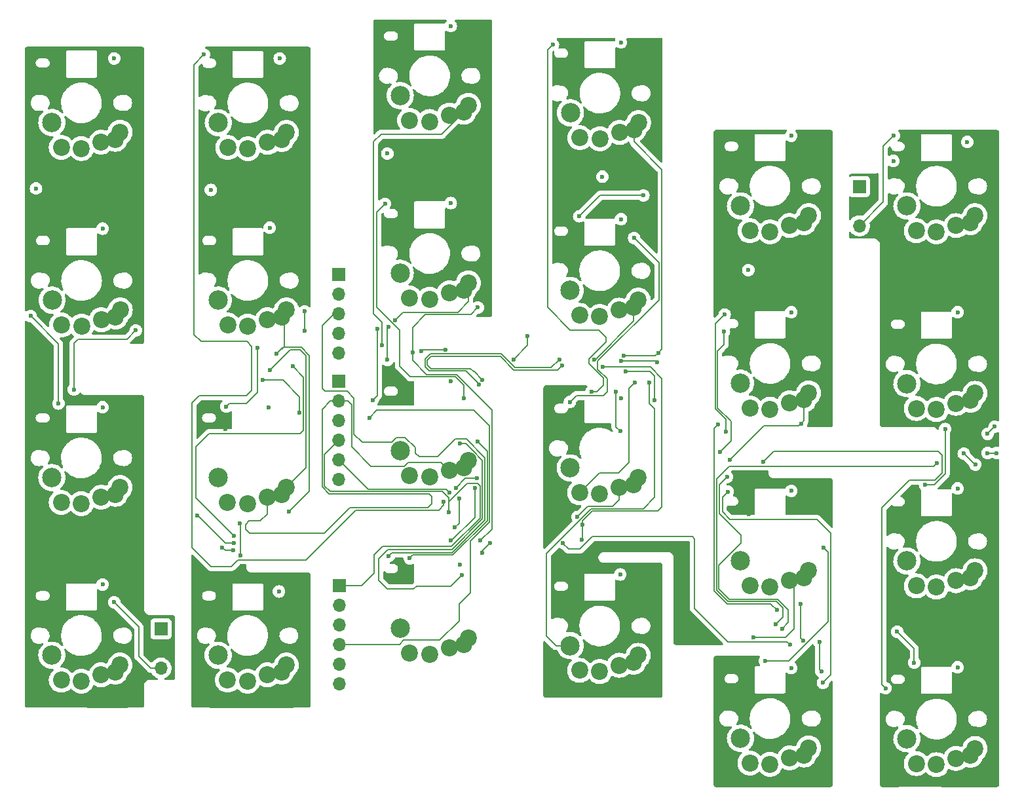
<source format=gbr>
%TF.GenerationSoftware,KiCad,Pcbnew,(6.99.0-4085-g6c752680d7)*%
%TF.CreationDate,2022-11-14T17:23:02+08:00*%
%TF.ProjectId,Left Flex PCB,4c656674-2046-46c6-9578-205043422e6b,rev?*%
%TF.SameCoordinates,Original*%
%TF.FileFunction,Copper,L4,Bot*%
%TF.FilePolarity,Positive*%
%FSLAX46Y46*%
G04 Gerber Fmt 4.6, Leading zero omitted, Abs format (unit mm)*
G04 Created by KiCad (PCBNEW (6.99.0-4085-g6c752680d7)) date 2022-11-14 17:23:02*
%MOMM*%
%LPD*%
G01*
G04 APERTURE LIST*
%TA.AperFunction,ComponentPad*%
%ADD10C,2.500000*%
%TD*%
%TA.AperFunction,ComponentPad*%
%ADD11C,2.200000*%
%TD*%
%TA.AperFunction,ComponentPad*%
%ADD12R,1.700000X1.700000*%
%TD*%
%TA.AperFunction,ComponentPad*%
%ADD13O,1.700000X1.700000*%
%TD*%
%TA.AperFunction,ViaPad*%
%ADD14C,0.600000*%
%TD*%
%TA.AperFunction,Conductor*%
%ADD15C,0.150000*%
%TD*%
%TA.AperFunction,Conductor*%
%ADD16C,0.500000*%
%TD*%
%TA.AperFunction,Conductor*%
%ADD17C,0.200000*%
%TD*%
G04 APERTURE END LIST*
D10*
%TO.P,SW23,1,1*%
%TO.N,Net-(D16-A)_1*%
X49955795Y-47084998D03*
D11*
X51165795Y-50294998D03*
X53765795Y-50444998D03*
%TO.P,SW23,2,2*%
%TO.N,row1*%
X56305795Y-49624998D03*
X58165795Y-49244998D03*
X58765795Y-48344998D03*
%TD*%
D10*
%TO.P,SW12,1,1*%
%TO.N,Net-(D10-A)_1*%
X116937194Y-114693200D03*
D11*
X118147194Y-117903200D03*
X120747194Y-118053200D03*
%TO.P,SW12,2,2*%
%TO.N,row4*%
X123287194Y-117233200D03*
X125147194Y-116853200D03*
X125747194Y-115953200D03*
%TD*%
D10*
%TO.P,SW7,1,1*%
%TO.N,Net-(D32-A)_1*%
X138948995Y-103736400D03*
D11*
X140158995Y-106946400D03*
X142758995Y-107096400D03*
%TO.P,SW7,2,2*%
%TO.N,row3*%
X145298995Y-106276400D03*
X147158995Y-105896400D03*
X147758995Y-104996400D03*
%TD*%
D10*
%TO.P,SW16,1,1*%
%TO.N,Net-(D12-A)*%
X94966194Y-89521800D03*
D11*
X96176194Y-92731800D03*
X98776194Y-92881800D03*
%TO.P,SW16,2,2*%
%TO.N,row3*%
X101316194Y-92061800D03*
X103176194Y-91681800D03*
X103776194Y-90781800D03*
%TD*%
D10*
%TO.P,SW21,1,1*%
%TO.N,Net-(D15-A)*%
X71444194Y-92982800D03*
D11*
X72654194Y-96192800D03*
X75254194Y-96342800D03*
%TO.P,SW21,2,2*%
%TO.N,row3*%
X77794194Y-95522800D03*
X79654194Y-95142800D03*
X80254194Y-94242800D03*
%TD*%
D10*
%TO.P,SW11,1,1*%
%TO.N,Net-(D10-A)*%
X116937194Y-91731600D03*
D11*
X118147194Y-94941600D03*
X120747194Y-95091600D03*
%TO.P,SW11,2,2*%
%TO.N,row3*%
X123287194Y-94271600D03*
X125147194Y-93891600D03*
X125747194Y-92991600D03*
%TD*%
D10*
%TO.P,SW19,1,1*%
%TO.N,Net-(D14-A)_1*%
X71469594Y-47110400D03*
D11*
X72679594Y-50320400D03*
X75279594Y-50470400D03*
%TO.P,SW19,2,2*%
%TO.N,row1*%
X77819594Y-49650400D03*
X79679594Y-49270400D03*
X80279594Y-48370400D03*
%TD*%
D10*
%TO.P,SW17,1,1*%
%TO.N,Net-(D12-A)_1*%
X94966194Y-112432600D03*
D11*
X96176194Y-115642600D03*
X98776194Y-115792600D03*
%TO.P,SW17,2,2*%
%TO.N,row4*%
X101316194Y-114972600D03*
X103176194Y-114592600D03*
X103776194Y-113692600D03*
%TD*%
D10*
%TO.P,SW5,1,1*%
%TO.N,Net-(D31-A)_1*%
X138948995Y-57864000D03*
D11*
X140158995Y-61074000D03*
X142758995Y-61224000D03*
%TO.P,SW5,2,2*%
%TO.N,row1*%
X145298995Y-60404000D03*
X147158995Y-60024000D03*
X147758995Y-59124000D03*
%TD*%
D10*
%TO.P,SW9,1,1*%
%TO.N,Net-(D9-A)_1*%
X116962594Y-45833800D03*
D11*
X118172594Y-49043800D03*
X120772594Y-49193800D03*
%TO.P,SW9,2,2*%
%TO.N,row1*%
X123312594Y-48373800D03*
X125172594Y-47993800D03*
X125772594Y-47093800D03*
%TD*%
%TO.P,SW14,2,2*%
%TO.N,row1*%
X103776194Y-44858600D03*
X103176194Y-45758600D03*
X101316194Y-46138600D03*
%TO.P,SW14,1,1*%
%TO.N,Net-(D11-A)_1*%
X98776194Y-46958600D03*
X96176194Y-46808600D03*
D10*
X94966194Y-43598600D03*
%TD*%
%TO.P,SW15,1,1*%
%TO.N,Net-(D11-A)*%
X94966194Y-66560200D03*
D11*
X96176194Y-69770200D03*
X98776194Y-69920200D03*
%TO.P,SW15,2,2*%
%TO.N,row2*%
X101316194Y-69100200D03*
X103176194Y-68720200D03*
X103776194Y-67820200D03*
%TD*%
D10*
%TO.P,SW1,1,1*%
%TO.N,Net-(D13-A)*%
X160453394Y-57870601D03*
D11*
X161663394Y-61080601D03*
X164263394Y-61230601D03*
%TO.P,SW1,2,2*%
%TO.N,row1*%
X166803394Y-60410601D03*
X168663394Y-60030601D03*
X169263394Y-59130601D03*
%TD*%
D10*
%TO.P,SW24,1,1*%
%TO.N,Net-(D16-A)*%
X49981195Y-70046598D03*
D11*
X51191195Y-73256598D03*
X53791195Y-73406598D03*
%TO.P,SW24,2,2*%
%TO.N,row2*%
X56331195Y-72586598D03*
X58191195Y-72206598D03*
X58791195Y-71306598D03*
%TD*%
D10*
%TO.P,SW8,1,1*%
%TO.N,Net-(D32-A)*%
X138948995Y-126672600D03*
D11*
X140158995Y-129882600D03*
X142758995Y-130032600D03*
%TO.P,SW8,2,2*%
%TO.N,row4*%
X145298995Y-129212600D03*
X147158995Y-128832600D03*
X147758995Y-127932600D03*
%TD*%
D10*
%TO.P,SW10,1,1*%
%TO.N,Net-(D9-A)*%
X116937194Y-68795400D03*
D11*
X118147194Y-72005400D03*
X120747194Y-72155400D03*
%TO.P,SW10,2,2*%
%TO.N,row2*%
X123287194Y-71335400D03*
X125147194Y-70955400D03*
X125747194Y-70055400D03*
%TD*%
D10*
%TO.P,SW25,1,1*%
%TO.N,Net-(D17-A)_1*%
X49955795Y-92982798D03*
D11*
X51165795Y-96192798D03*
X53765795Y-96342798D03*
%TO.P,SW25,2,2*%
%TO.N,row3*%
X56305795Y-95522798D03*
X58165795Y-95142798D03*
X58765795Y-94242798D03*
%TD*%
D10*
%TO.P,SW26,1,1*%
%TO.N,Net-(D17-A)*%
X49955795Y-115944398D03*
D11*
X51165795Y-119154398D03*
X53765795Y-119304398D03*
%TO.P,SW26,2,2*%
%TO.N,row4*%
X56305795Y-118484398D03*
X58165795Y-118104398D03*
X58765795Y-117204398D03*
%TD*%
D10*
%TO.P,SW20,1,1*%
%TO.N,Net-(D14-A)*%
X71469594Y-70046600D03*
D11*
X72679594Y-73256600D03*
X75279594Y-73406600D03*
%TO.P,SW20,2,2*%
%TO.N,row2*%
X77819594Y-72586600D03*
X79679594Y-72206600D03*
X80279594Y-71306600D03*
%TD*%
D10*
%TO.P,SW2,1,1*%
%TO.N,Net-(D13-A)_1*%
X160453394Y-80832201D03*
D11*
X161663394Y-84042201D03*
X164263394Y-84192201D03*
%TO.P,SW2,2,2*%
%TO.N,row2*%
X166803394Y-83372201D03*
X168663394Y-82992201D03*
X169263394Y-82092201D03*
%TD*%
D10*
%TO.P,SW22,1,1*%
%TO.N,Net-(D15-A)_1*%
X71444194Y-115944400D03*
D11*
X72654194Y-119154400D03*
X75254194Y-119304400D03*
%TO.P,SW22,2,2*%
%TO.N,row4*%
X77794194Y-118484400D03*
X79654194Y-118104400D03*
X80254194Y-117204400D03*
%TD*%
D10*
%TO.P,SW6,1,1*%
%TO.N,Net-(D31-A)*%
X138948995Y-80774800D03*
D11*
X140158995Y-83984800D03*
X142758995Y-84134800D03*
%TO.P,SW6,2,2*%
%TO.N,row2*%
X145298995Y-83314800D03*
X147158995Y-82934800D03*
X147758995Y-82034800D03*
%TD*%
D10*
%TO.P,SW3,1,1*%
%TO.N,Net-(D1-A)*%
X160453394Y-103768401D03*
D11*
X161663394Y-106978401D03*
X164263394Y-107128401D03*
%TO.P,SW3,2,2*%
%TO.N,row3*%
X166803394Y-106308401D03*
X168663394Y-105928401D03*
X169263394Y-105028401D03*
%TD*%
D10*
%TO.P,SW4,1,1*%
%TO.N,Net-(D1-A)_1*%
X160453394Y-126730001D03*
D11*
X161663394Y-129940001D03*
X164263394Y-130090001D03*
%TO.P,SW4,2,2*%
%TO.N,row4*%
X166803394Y-129270001D03*
X168663394Y-128890001D03*
X169263394Y-127990001D03*
%TD*%
D12*
%TO.P,J3,1,Pin_1*%
%TO.N,Vcc*%
X154305393Y-55364399D03*
D13*
%TO.P,J3,2,Pin_2*%
%TO.N,Gnd*%
X154305393Y-57904399D03*
%TO.P,J3,3,Pin_3*%
%TO.N,Din*%
X154305393Y-60444399D03*
%TD*%
D12*
%TO.P,J2,1,Pin_1*%
%TO.N,col3*%
X87039793Y-66719198D03*
D13*
%TO.P,J2,2,Pin_2*%
%TO.N,row1*%
X87039793Y-69259198D03*
%TO.P,J2,3,Pin_3*%
%TO.N,col2*%
X87039793Y-71799198D03*
%TO.P,J2,4,Pin_4*%
%TO.N,col1*%
X87039793Y-74339198D03*
%TO.P,J2,5,Pin_5*%
%TO.N,row2*%
X87039793Y-76879198D03*
%TD*%
D12*
%TO.P,J4,1,Pin_1*%
%TO.N,row4*%
X87039793Y-80536798D03*
D13*
%TO.P,J4,2,Pin_2*%
%TO.N,row3*%
X87039793Y-83076798D03*
%TO.P,J4,3,Pin_3*%
%TO.N,col4*%
X87039793Y-85616798D03*
%TO.P,J4,4,Pin_4*%
%TO.N,col5*%
X87039793Y-88156798D03*
%TO.P,J4,5,Pin_5*%
%TO.N,col6*%
X87039793Y-90696798D03*
%TO.P,J4,6,Pin_6*%
%TO.N,row5*%
X87039793Y-93236798D03*
%TD*%
D12*
%TO.P,J5,1,Pin_1*%
%TO.N,Vcc*%
X64045393Y-112534399D03*
D13*
%TO.P,J5,2,Pin_2*%
%TO.N,Gnd*%
X64045393Y-115074399D03*
%TO.P,J5,3,Pin_3*%
%TO.N,Dout*%
X64045393Y-117614399D03*
%TD*%
D12*
%TO.P,J1,1,Pin_1*%
%TO.N,col5*%
X87115393Y-106904399D03*
D13*
%TO.P,J1,2,Pin_2*%
%TO.N,col6*%
X87115393Y-109444399D03*
%TO.P,J1,3,Pin_3*%
%TO.N,col4*%
X87115393Y-111984399D03*
%TO.P,J1,4,Pin_4*%
%TO.N,row5*%
X87115393Y-114524399D03*
%TO.P,J1,5,Pin_5*%
%TO.N,col2*%
X87115393Y-117064399D03*
%TO.P,J1,6,Pin_6*%
%TO.N,col3*%
X87115393Y-119604399D03*
%TD*%
D14*
%TO.N,col1*%
X127837750Y-82962250D03*
X143500000Y-111900000D03*
X124100000Y-79224500D03*
X164300000Y-91100000D03*
%TO.N,col2*%
X128200000Y-78100000D03*
X123500000Y-77900000D03*
X143624500Y-110100000D03*
X136037446Y-86137446D03*
X93495142Y-103119642D03*
%TO.N,col3*%
X111400000Y-74700000D03*
X109600000Y-77700000D03*
X101500000Y-101135399D03*
X104600000Y-94350000D03*
%TO.N,col4*%
X105349803Y-101099803D03*
X96550000Y-76800000D03*
X105000000Y-71000000D03*
%TO.N,col5*%
X73500000Y-100500000D03*
X81075394Y-78614400D03*
X101250000Y-97450000D03*
X82600000Y-71500000D03*
X82600000Y-74000000D03*
%TO.N,col6*%
X60800000Y-73950000D03*
X73450000Y-101400000D03*
X68750000Y-97850000D03*
X101350000Y-94900000D03*
X52800000Y-81600000D03*
%TO.N,row1*%
X92600000Y-75850000D03*
X128300000Y-76900000D03*
X123814085Y-77219483D03*
X170879122Y-87320878D03*
X171800000Y-86400000D03*
%TO.N,row3*%
X123400000Y-87000000D03*
X122822194Y-81922194D03*
X140600000Y-113600000D03*
X169300000Y-91300000D03*
X167800000Y-89875500D03*
X78100000Y-79100000D03*
X117866990Y-98066990D03*
%TO.N,row2*%
X102600000Y-95700000D03*
X102200000Y-94300000D03*
X146800000Y-86000000D03*
X80600000Y-97400000D03*
X94325000Y-72625000D03*
X115550000Y-77700000D03*
X144300000Y-112500000D03*
X105100000Y-80950000D03*
X93324500Y-77775500D03*
X73350000Y-102400000D03*
X93475000Y-73475000D03*
X71945878Y-102004122D03*
X120000000Y-77700000D03*
X79000000Y-77000000D03*
X137600000Y-90700000D03*
X104900000Y-93100000D03*
X137200000Y-92900000D03*
X102050000Y-99450000D03*
%TO.N,row4*%
X172000000Y-89800000D03*
X74258010Y-98908010D03*
X74300000Y-103050000D03*
X121129122Y-78700000D03*
X77200000Y-80400000D03*
X170879622Y-89800000D03*
X118400000Y-101000000D03*
X81924500Y-84600000D03*
X105601391Y-80392899D03*
X105600000Y-102750000D03*
X115900000Y-78500000D03*
X106575894Y-101450000D03*
X118500000Y-99100000D03*
%TO.N,row5*%
X91000000Y-85250000D03*
%TO.N,Vcc*%
X123500000Y-59600000D03*
X56500000Y-60800000D03*
X101500000Y-80500000D03*
X121100000Y-54100000D03*
X102700000Y-104200000D03*
X123400000Y-105500000D03*
X58000000Y-38800000D03*
X167000000Y-71600000D03*
X158700000Y-52050000D03*
X167000000Y-117500000D03*
X168250000Y-49600000D03*
X70500000Y-55800000D03*
X79300000Y-107700000D03*
X101500000Y-57500000D03*
X78000000Y-83900000D03*
X101500000Y-34600000D03*
X167000000Y-94400000D03*
X145500000Y-117600000D03*
X78100000Y-60700000D03*
X139950000Y-66150000D03*
X145500000Y-71600000D03*
X123500000Y-82700000D03*
X93300000Y-51100000D03*
X47900000Y-55600000D03*
X145500000Y-48800000D03*
X56500000Y-106800000D03*
X79400000Y-38800000D03*
X56500000Y-83900000D03*
X123495319Y-36741838D03*
X145500000Y-94700000D03*
%TO.N,Net-(D3-DOUT)*%
X165400000Y-86700000D03*
X162800000Y-93900000D03*
%TO.N,Net-(D18-DIN)*%
X161400000Y-116900000D03*
X159200000Y-112900000D03*
%TO.N,Net-(D5-DOUT)*%
X137300000Y-94800000D03*
X149600000Y-119500000D03*
%TO.N,Net-(D18-DOUT)*%
X157700000Y-120200000D03*
X142100000Y-116700000D03*
X149700000Y-102000000D03*
X141900000Y-90900000D03*
%TO.N,Net-(D33-DIN)*%
X136900000Y-71900000D03*
X137020878Y-87020878D03*
%TO.N,Net-(D10-A)*%
X125275394Y-80664400D03*
%TO.N,Net-(D10-A)_1*%
X127175394Y-80664400D03*
%TO.N,Gnd*%
X96100000Y-37800000D03*
X161500000Y-121100000D03*
X72500000Y-110100000D03*
X49800000Y-63300000D03*
X96000000Y-83400000D03*
X95000000Y-51300000D03*
X51000000Y-41200000D03*
X140000000Y-120900000D03*
X160750000Y-53300000D03*
X51000000Y-110000000D03*
X161500000Y-52100000D03*
X140000000Y-74800000D03*
X118000000Y-108800000D03*
X96000000Y-60700000D03*
X161500000Y-75000000D03*
X140000000Y-97675500D03*
X51000000Y-87000000D03*
X140000000Y-52000000D03*
X161500000Y-98000000D03*
X118000000Y-40100000D03*
X72600000Y-64100000D03*
X72400000Y-86700000D03*
X141850000Y-66050000D03*
X118000000Y-63000000D03*
X72529594Y-41229594D03*
X96000000Y-106500000D03*
X118000000Y-85800000D03*
X49800000Y-55600000D03*
X72400000Y-55700000D03*
X123000000Y-54000000D03*
%TO.N,Din*%
X158750000Y-48750000D03*
%TO.N,Dout*%
X58000000Y-109100000D03*
%TO.N,Net-(D19-DOUT)*%
X118100000Y-59200000D03*
X126400000Y-56500000D03*
%TO.N,Net-(D19-DIN)*%
X136800000Y-74100000D03*
X116008746Y-101408746D03*
X119700000Y-81842100D03*
X114700000Y-37000000D03*
X145350000Y-114600000D03*
X136312447Y-89662447D03*
%TO.N,Net-(D21-DOUT)*%
X116900000Y-83200000D03*
X125200000Y-62000000D03*
%TO.N,Net-(D25-DOUT)*%
X100800000Y-76424500D03*
X105000000Y-88350000D03*
X97650000Y-76650000D03*
X96200000Y-103400000D03*
%TO.N,Net-(D32-A)_1*%
X147084619Y-114073625D03*
X146700000Y-109300000D03*
%TO.N,Net-(D32-A)*%
X149175394Y-114264400D03*
X149400000Y-118000000D03*
%TO.N,Net-(D37-DOUT)*%
X102900000Y-105600000D03*
X102700000Y-88600000D03*
%TO.N,Net-(D39-DOUT)*%
X93000000Y-57600000D03*
X103200000Y-82700000D03*
%TO.N,Net-(D43-DOUT)*%
X92000000Y-73750000D03*
X91400000Y-83000000D03*
X100600000Y-96100000D03*
X69600000Y-38300000D03*
%TO.N,Net-(D47-DOUT)*%
X72500000Y-83800000D03*
X76500000Y-76200000D03*
%TO.N,Net-(D55-DOUT)*%
X47200000Y-72100000D03*
X50800000Y-83400000D03*
%TD*%
D15*
%TO.N,col1*%
X137500000Y-91500000D02*
X163900000Y-91500000D01*
X127224500Y-79224500D02*
X124100000Y-79224500D01*
X135862132Y-107537868D02*
X135862132Y-93137868D01*
X127837750Y-79837750D02*
X127224500Y-79224500D01*
X127837750Y-82962250D02*
X127837750Y-79837750D01*
X143500000Y-111900000D02*
X144400000Y-111000000D01*
X137324264Y-109000000D02*
X135862132Y-107537868D01*
X144400000Y-109800000D02*
X143600000Y-109000000D01*
X143600000Y-109000000D02*
X137324264Y-109000000D01*
X135862132Y-93137868D02*
X137500000Y-91500000D01*
X144400000Y-111000000D02*
X144400000Y-109800000D01*
X163900000Y-91500000D02*
X164300000Y-91100000D01*
%TO.N,col2*%
X84867877Y-73332123D02*
X84867877Y-81432123D01*
X103500000Y-88000000D02*
X105900000Y-90400000D01*
X99800000Y-90300000D02*
X102100000Y-88000000D01*
X94475000Y-87800000D02*
X95600000Y-87800000D01*
X88100000Y-81800000D02*
X89000000Y-82700000D01*
X96900000Y-89100000D02*
X96900000Y-89800000D01*
X142824500Y-109300000D02*
X143624500Y-110100000D01*
X84867877Y-81432123D02*
X85235754Y-81800000D01*
X93875000Y-88400000D02*
X94475000Y-87800000D01*
X95600000Y-87800000D02*
X96900000Y-89100000D01*
X136037446Y-86137446D02*
X135550393Y-86624499D01*
X85235754Y-81800000D02*
X88100000Y-81800000D01*
X90050000Y-88400000D02*
X93875000Y-88400000D01*
X87039794Y-71799199D02*
X86400801Y-71799199D01*
X102100000Y-88000000D02*
X103500000Y-88000000D01*
X137200000Y-109300000D02*
X142824500Y-109300000D01*
X101651472Y-102700000D02*
X93914784Y-102700000D01*
X135550393Y-107650393D02*
X137200000Y-109300000D01*
X135550393Y-86624499D02*
X135550393Y-107650393D01*
X86400801Y-71799199D02*
X84867877Y-73332123D01*
X89000000Y-82700000D02*
X89000000Y-87350000D01*
X105900000Y-90400000D02*
X105900000Y-98451472D01*
X105900000Y-98451472D02*
X101651472Y-102700000D01*
X96900000Y-89800000D02*
X97400000Y-90300000D01*
X97400000Y-90300000D02*
X99800000Y-90300000D01*
X89000000Y-87350000D02*
X90050000Y-88400000D01*
X128000000Y-77900000D02*
X128200000Y-78100000D01*
X123500000Y-77900000D02*
X128000000Y-77900000D01*
X93914784Y-102700000D02*
X93495142Y-103119642D01*
%TO.N,col3*%
X104650000Y-98100000D02*
X104650000Y-94400000D01*
X101500000Y-101135399D02*
X101614601Y-101135399D01*
X101614601Y-101135399D02*
X104650000Y-98100000D01*
X111400000Y-74700000D02*
X111400000Y-75900000D01*
X111400000Y-75900000D02*
X109600000Y-77700000D01*
X104650000Y-94400000D02*
X104600000Y-94350000D01*
%TO.N,col4*%
X98200000Y-71900000D02*
X104100000Y-71900000D01*
X96550000Y-73550000D02*
X98200000Y-71900000D01*
X106800393Y-84226129D02*
X106800393Y-99649213D01*
X96550000Y-77800000D02*
X98400000Y-79650000D01*
X96550000Y-76800000D02*
X96550000Y-73550000D01*
X106800393Y-99649213D02*
X105349803Y-101099803D01*
X102224264Y-79650000D02*
X106800393Y-84226129D01*
X98400000Y-79650000D02*
X102224264Y-79650000D01*
X96550000Y-76800000D02*
X96550000Y-77800000D01*
X104100000Y-71900000D02*
X105000000Y-71000000D01*
%TO.N,col5*%
X91600000Y-105300000D02*
X91600000Y-103000000D01*
X82449500Y-79988506D02*
X81075394Y-78614400D01*
X101250000Y-95607537D02*
X100426863Y-94784400D01*
X91775558Y-94784400D02*
X85895100Y-94770836D01*
X82600000Y-71500000D02*
X82600000Y-74000000D01*
X87115394Y-106904400D02*
X89995600Y-106904400D01*
X92700000Y-101900000D02*
X101602944Y-101900000D01*
X101250000Y-97450000D02*
X101250000Y-96100000D01*
X73500000Y-100500000D02*
X68600000Y-95600000D01*
X85172330Y-94048066D02*
X85171449Y-91399976D01*
X104950000Y-93700000D02*
X105300000Y-94050000D01*
X85171449Y-91399976D02*
X85171449Y-90025144D01*
X101250000Y-96100000D02*
X103650000Y-93700000D01*
X101250000Y-97450000D02*
X101250000Y-95607537D01*
X101602944Y-101900000D02*
X105300000Y-98202944D01*
X82449500Y-86850500D02*
X82449500Y-79988506D01*
X82000000Y-87300000D02*
X82449500Y-86850500D01*
X91600000Y-103000000D02*
X92700000Y-101900000D01*
X89995600Y-106904400D02*
X91600000Y-105300000D01*
X68600000Y-95600000D02*
X68600000Y-89000000D01*
X70300000Y-87300000D02*
X82000000Y-87300000D01*
X85171449Y-90025144D02*
X87039794Y-88156799D01*
X100426863Y-94784400D02*
X91775558Y-94784400D01*
X103650000Y-93700000D02*
X104950000Y-93700000D01*
X85895100Y-94770836D02*
X85172330Y-94048066D01*
X105300000Y-94050000D02*
X105300000Y-98202944D01*
X68600000Y-89000000D02*
X70300000Y-87300000D01*
%TO.N,col6*%
X101350000Y-94900000D02*
X100934400Y-94484400D01*
X52800000Y-75618710D02*
X52800000Y-81600000D01*
X68850000Y-97850000D02*
X72400000Y-101400000D01*
X72400000Y-101400000D02*
X73450000Y-101400000D01*
X90825203Y-94482208D02*
X87039794Y-90696799D01*
X91775663Y-94484400D02*
X90825203Y-94482208D01*
X59682366Y-75067634D02*
X53351076Y-75067634D01*
X68750000Y-97850000D02*
X68850000Y-97850000D01*
X60800000Y-73950000D02*
X59682366Y-75067634D01*
X100934400Y-94484400D02*
X91775663Y-94484400D01*
X53351076Y-75067634D02*
X52800000Y-75618710D01*
%TO.N,row1*%
X128800394Y-76399606D02*
X128800394Y-53200000D01*
X92625000Y-75825000D02*
X92625000Y-72882537D01*
X92600000Y-75850000D02*
X92625000Y-75825000D01*
X91550394Y-71807931D02*
X91550394Y-49549606D01*
X128800394Y-53200000D02*
X125172594Y-49572200D01*
X91550394Y-49549606D02*
X92500000Y-48600000D01*
X127950000Y-77250000D02*
X128300000Y-76900000D01*
X123814085Y-77219483D02*
X123844602Y-77250000D01*
X125172594Y-49572200D02*
X125172594Y-47993800D01*
X171800000Y-86400000D02*
X170879122Y-87320878D01*
X100334794Y-48600000D02*
X103176194Y-45758600D01*
X123844602Y-77250000D02*
X127950000Y-77250000D01*
X92500000Y-48600000D02*
X100334794Y-48600000D01*
X92625000Y-72882537D02*
X91550394Y-71807931D01*
X128300000Y-76900000D02*
X128800394Y-76399606D01*
%TO.N,row3*%
X88700000Y-83600000D02*
X88700000Y-89000001D01*
X99061105Y-95461105D02*
X98684400Y-95084400D01*
X140600000Y-113600000D02*
X144800000Y-113600000D01*
X145900000Y-106877405D02*
X145298995Y-106276400D01*
X119199581Y-96734399D02*
X122400000Y-96734399D01*
X88700000Y-89000001D02*
X91199999Y-91500000D01*
X77794194Y-95522800D02*
X77794194Y-97690205D01*
X91775464Y-95084400D02*
X85770491Y-95070550D01*
X99061105Y-96338895D02*
X99061105Y-95461105D01*
X84871815Y-84128185D02*
X85923201Y-83076799D01*
X82800000Y-91696994D02*
X80254194Y-94242800D01*
X167800000Y-89875500D02*
X169224500Y-91300000D01*
X85770491Y-95070550D02*
X84872371Y-94172430D01*
X84871815Y-92500009D02*
X84871815Y-84128185D01*
X75500000Y-100200000D02*
X85200000Y-100200000D01*
X88176799Y-83076799D02*
X88700000Y-83600000D01*
X88500000Y-96900000D02*
X98500000Y-96900000D01*
X98500000Y-96900000D02*
X99061105Y-96338895D01*
X85923201Y-83076799D02*
X87039794Y-83076799D01*
X87039794Y-83076799D02*
X88176799Y-83076799D01*
X75450332Y-98584399D02*
X75000000Y-99034731D01*
X78100000Y-79100000D02*
X80750000Y-76450000D01*
X119199581Y-96734399D02*
X117866990Y-98066990D01*
X76899999Y-98584399D02*
X75450332Y-98584399D01*
X85200000Y-100200000D02*
X88500000Y-96900000D01*
X100254394Y-91000000D02*
X101316194Y-92061800D01*
X122822194Y-86422194D02*
X123400000Y-87000000D01*
X145900000Y-112500000D02*
X145900000Y-106877405D01*
X75000000Y-99700000D02*
X75500000Y-100200000D01*
X76899999Y-98584399D02*
X77794194Y-97690205D01*
X122822194Y-81922194D02*
X122822194Y-86422194D01*
X169224500Y-91300000D02*
X169300000Y-91300000D01*
X96000000Y-91000000D02*
X100254394Y-91000000D01*
X80750000Y-76450000D02*
X82050000Y-76450000D01*
X144800000Y-113600000D02*
X145900000Y-112500000D01*
X98684400Y-95084400D02*
X91775464Y-95084400D01*
X75000000Y-99034731D02*
X75000000Y-99700000D01*
X84872371Y-94172430D02*
X84871815Y-92500009D01*
X91199999Y-91500000D02*
X95500000Y-91500000D01*
X123287194Y-95847205D02*
X122400000Y-96734399D01*
X82050000Y-76450000D02*
X82800000Y-77200000D01*
X82800000Y-77200000D02*
X82800000Y-91696994D01*
X95500000Y-91500000D02*
X96000000Y-91000000D01*
X123287194Y-94271600D02*
X123287194Y-95847205D01*
%TO.N,row2*%
X145100000Y-110075736D02*
X145100000Y-111700000D01*
X145100000Y-111700000D02*
X144300000Y-112500000D01*
X93475000Y-73475000D02*
X93300000Y-73650000D01*
X136200000Y-97600000D02*
X139000000Y-100400000D01*
X72341756Y-102400000D02*
X73350000Y-102400000D01*
X102600000Y-98900000D02*
X102600000Y-95700000D01*
X107989128Y-77000000D02*
X109769564Y-78780436D01*
X147158995Y-85641005D02*
X147158995Y-82934800D01*
X103400000Y-93100000D02*
X104900000Y-93100000D01*
X93300000Y-77751000D02*
X93324500Y-77775500D01*
X109769564Y-78780436D02*
X114469564Y-78780436D01*
X102200000Y-94300000D02*
X103400000Y-93100000D01*
X79000000Y-77000000D02*
X80000000Y-76000000D01*
X102050000Y-99450000D02*
X102600000Y-98900000D01*
X114469564Y-78780436D02*
X115550000Y-77700000D01*
X146500000Y-86300000D02*
X146800000Y-86000000D01*
X71945878Y-102004122D02*
X72341756Y-102400000D01*
X98191766Y-77668699D02*
X98860465Y-77000000D01*
X83250000Y-94750000D02*
X80600000Y-97400000D01*
X80000000Y-76000000D02*
X80000000Y-72527006D01*
X98191766Y-78691766D02*
X98191766Y-77668699D01*
X103450000Y-79200000D02*
X98700000Y-79200000D01*
X142000000Y-86300000D02*
X146500000Y-86300000D01*
X120200000Y-77700000D02*
X125147194Y-72752806D01*
X98860465Y-77000000D02*
X107989128Y-77000000D01*
X120000000Y-77700000D02*
X120200000Y-77700000D01*
X136162132Y-107362132D02*
X137500000Y-108700000D01*
X146800000Y-86000000D02*
X147158995Y-85641005D01*
X137600000Y-90700000D02*
X142000000Y-86300000D01*
X82174264Y-76150000D02*
X79850000Y-76150000D01*
X94325000Y-72625000D02*
X95350000Y-71600000D01*
X136200000Y-93900000D02*
X136200000Y-97600000D01*
X103776194Y-70223806D02*
X103776194Y-67820200D01*
X143724264Y-108700000D02*
X145100000Y-110075736D01*
X93300000Y-73650000D02*
X93300000Y-77751000D01*
X83250000Y-77225736D02*
X83250000Y-94750000D01*
X139000000Y-101450000D02*
X136162132Y-104287868D01*
X82174264Y-76150000D02*
X83250000Y-77225736D01*
X125147194Y-72752806D02*
X125147194Y-70955400D01*
X136162132Y-104287868D02*
X136162132Y-107362132D01*
X102400000Y-71600000D02*
X103776194Y-70223806D01*
X139000000Y-100400000D02*
X139000000Y-101450000D01*
X137500000Y-108700000D02*
X143724264Y-108700000D01*
X95350000Y-71600000D02*
X102400000Y-71600000D01*
X98700000Y-79200000D02*
X98191766Y-78691766D01*
X105100000Y-80850000D02*
X103450000Y-79200000D01*
X105100000Y-80950000D02*
X105100000Y-80850000D01*
X137200000Y-92900000D02*
X136200000Y-93900000D01*
X80000000Y-72527006D02*
X79679594Y-72206600D01*
X79850000Y-76150000D02*
X79000000Y-77000000D01*
%TO.N,row4*%
X118500000Y-98600000D02*
X118500000Y-99100000D01*
X104450000Y-79300000D02*
X104050000Y-78900000D01*
X119765601Y-97334399D02*
X118500000Y-98600000D01*
X118500000Y-100900000D02*
X118400000Y-101000000D01*
X98965939Y-78900000D02*
X98491766Y-78425827D01*
X107899263Y-77334399D02*
X109664864Y-79100000D01*
X172000000Y-89800000D02*
X170879622Y-89800000D01*
X105601391Y-80392899D02*
X104508492Y-79300000D01*
X128265601Y-97334399D02*
X119765601Y-97334399D01*
X104508492Y-79300000D02*
X104450000Y-79300000D01*
X128800393Y-80200393D02*
X128800393Y-96799607D01*
X115300000Y-79100000D02*
X115900000Y-78500000D01*
X74258010Y-98908010D02*
X74300000Y-98950000D01*
X98491766Y-78425827D02*
X98491766Y-77792963D01*
X74300000Y-98950000D02*
X74300000Y-103050000D01*
X109664864Y-79100000D02*
X115300000Y-79100000D01*
X128800393Y-96799607D02*
X128265601Y-97334399D01*
X79800000Y-80400000D02*
X77200000Y-80400000D01*
X81924500Y-82524500D02*
X79800000Y-80400000D01*
X104050000Y-78900000D02*
X98965939Y-78900000D01*
X81924500Y-84600000D02*
X81924500Y-82524500D01*
X105600000Y-102425894D02*
X106575894Y-101450000D01*
X118500000Y-99100000D02*
X118500000Y-100900000D01*
X127300000Y-78700000D02*
X128800393Y-80200393D01*
X105600000Y-102750000D02*
X105600000Y-102425894D01*
X98950330Y-77334399D02*
X107899263Y-77334399D01*
X98491766Y-77792963D02*
X98950330Y-77334399D01*
X121129122Y-78700000D02*
X127300000Y-78700000D01*
%TO.N,row5*%
X106500393Y-98699607D02*
X104050000Y-101150000D01*
X100100000Y-114000000D02*
X95400000Y-114000000D01*
X102600000Y-109300000D02*
X102600000Y-111500000D01*
X104050000Y-107850000D02*
X102600000Y-109300000D01*
X91000000Y-85250000D02*
X91968201Y-84281799D01*
X104457691Y-84281799D02*
X106500393Y-86324501D01*
X104050000Y-101150000D02*
X104050000Y-107850000D01*
X102600000Y-111500000D02*
X100100000Y-114000000D01*
X95400000Y-114000000D02*
X94875600Y-114524400D01*
X94875600Y-114524400D02*
X87115394Y-114524400D01*
X91968201Y-84281799D02*
X104457691Y-84281799D01*
X106500393Y-86324501D02*
X106500393Y-98699607D01*
%TO.N,Net-(D3-DOUT)*%
X162800000Y-93900000D02*
X164000000Y-93900000D01*
X164000000Y-93900000D02*
X165400000Y-92500000D01*
X165400000Y-92500000D02*
X165400000Y-86700000D01*
%TO.N,Net-(D18-DIN)*%
X161400000Y-115100000D02*
X161400000Y-116900000D01*
X159200000Y-112900000D02*
X161400000Y-115100000D01*
%TO.N,Net-(D5-DOUT)*%
X150600000Y-118500000D02*
X149600000Y-119500000D01*
X136600000Y-97400000D02*
X137600000Y-98400000D01*
X136600000Y-95500000D02*
X136600000Y-97400000D01*
X137600000Y-98400000D02*
X148800000Y-98400000D01*
X137300000Y-94800000D02*
X136600000Y-95500000D01*
X150600000Y-100200000D02*
X150600000Y-118500000D01*
X148800000Y-98400000D02*
X150600000Y-100200000D01*
%TO.N,Net-(D18-DOUT)*%
X145200000Y-116700000D02*
X142100000Y-116700000D01*
X150300000Y-102600000D02*
X150300000Y-111600000D01*
X165000000Y-92400000D02*
X165000000Y-90100000D01*
X149700000Y-102000000D02*
X150300000Y-102600000D01*
X157700000Y-120200000D02*
X157200000Y-119700000D01*
X165000000Y-90100000D02*
X164500000Y-89600000D01*
X157200000Y-119700000D02*
X157200000Y-96887201D01*
X143200000Y-89600000D02*
X141900000Y-90900000D01*
X160787201Y-93300000D02*
X164100000Y-93300000D01*
X164100000Y-93300000D02*
X165000000Y-92400000D01*
X143200000Y-89600000D02*
X164500000Y-89600000D01*
X157200000Y-96887201D02*
X160787201Y-93300000D01*
X145200000Y-116700000D02*
X150300000Y-111600000D01*
%TO.N,Net-(D33-DIN)*%
X137020878Y-87020878D02*
X137020878Y-85420878D01*
X135700000Y-73100000D02*
X136900000Y-71900000D01*
X135700000Y-84100000D02*
X135700000Y-73100000D01*
X137020878Y-85420878D02*
X135700000Y-84100000D01*
%TO.N,Net-(D10-A)*%
X125275394Y-80664400D02*
X124500000Y-81439794D01*
X124500000Y-81439794D02*
X124500000Y-91050000D01*
X124500000Y-91050000D02*
X123150000Y-92400000D01*
X123150000Y-92400000D02*
X120688794Y-92400000D01*
X120688794Y-92400000D02*
X118147194Y-94941600D01*
%TO.N,Net-(D10-A)_1*%
X116937194Y-114693200D02*
X115093200Y-114693200D01*
X119641337Y-97034399D02*
X126365601Y-97034399D01*
X113900000Y-102775736D02*
X119641337Y-97034399D01*
X115093200Y-114693200D02*
X113900000Y-113500000D01*
X127150000Y-83400000D02*
X127150000Y-80689794D01*
X127150000Y-80689794D02*
X127175394Y-80664400D01*
X127865601Y-84115601D02*
X127150000Y-83400000D01*
X127865601Y-95534399D02*
X127865601Y-84115601D01*
X126365601Y-97034399D02*
X127865601Y-95534399D01*
X113900000Y-113500000D02*
X113900000Y-102775736D01*
D16*
%TO.N,Gnd*%
X94900000Y-51400000D02*
X94600000Y-51400000D01*
X95000000Y-51300000D02*
X94900000Y-51400000D01*
D17*
%TO.N,Din*%
X157400000Y-57349794D02*
X157400000Y-50100000D01*
X154305394Y-60444400D02*
X157400000Y-57349794D01*
X157400000Y-50100000D02*
X158750000Y-48750000D01*
D15*
%TO.N,Dout*%
X62714400Y-117614400D02*
X64045394Y-117614400D01*
X61200000Y-116100000D02*
X62714400Y-117614400D01*
X58000000Y-109100000D02*
X61200000Y-112300000D01*
X61200000Y-112300000D02*
X61200000Y-116100000D01*
%TO.N,Net-(D19-DOUT)*%
X126400000Y-56500000D02*
X120800000Y-56500000D01*
X120800000Y-56500000D02*
X118100000Y-59200000D01*
%TO.N,Net-(D19-DIN)*%
X121200000Y-80100000D02*
X119350000Y-78250000D01*
X121550000Y-75407537D02*
X121550000Y-74850000D01*
X116900000Y-73900000D02*
X114000000Y-71000000D01*
X119800000Y-100600000D02*
X118200000Y-102200000D01*
X137700000Y-88274894D02*
X137700000Y-85675736D01*
X133000000Y-100900000D02*
X132700000Y-100600000D01*
X119350000Y-77607537D02*
X121550000Y-75407537D01*
X144950000Y-114200000D02*
X137300000Y-114200000D01*
X118200000Y-102200000D02*
X116700000Y-102200000D01*
X145350000Y-114600000D02*
X144950000Y-114200000D01*
X121200000Y-81000000D02*
X121200000Y-80100000D01*
X119700000Y-81842100D02*
X120357900Y-81842100D01*
X136312447Y-89662447D02*
X137700000Y-88274894D01*
X120357900Y-81842100D02*
X121200000Y-81000000D01*
X120600000Y-73900000D02*
X116900000Y-73900000D01*
X116008746Y-101508746D02*
X116008746Y-101408746D01*
X121550000Y-74850000D02*
X120600000Y-73900000D01*
X137300000Y-114200000D02*
X133000000Y-109900000D01*
X132700000Y-100600000D02*
X119800000Y-100600000D01*
X136000000Y-76600000D02*
X136800000Y-75800000D01*
X136800000Y-75800000D02*
X136800000Y-74100000D01*
X114000000Y-37700000D02*
X114700000Y-37000000D01*
X114000000Y-71000000D02*
X114000000Y-37700000D01*
X116700000Y-102200000D02*
X116008746Y-101508746D01*
X133000000Y-109900000D02*
X133000000Y-100900000D01*
X136000000Y-83975736D02*
X136000000Y-76600000D01*
X119350000Y-78250000D02*
X119350000Y-77607537D01*
X137700000Y-85675736D02*
X136000000Y-83975736D01*
%TO.N,Net-(D21-DOUT)*%
X121233400Y-82366600D02*
X121700000Y-81900000D01*
X117733400Y-82366600D02*
X121233400Y-82366600D01*
X121700000Y-80175736D02*
X120500000Y-78975736D01*
X128400000Y-70000000D02*
X128400000Y-65200000D01*
X120500000Y-78975736D02*
X120500000Y-77900000D01*
X128400000Y-65200000D02*
X125200000Y-62000000D01*
X116900000Y-83200000D02*
X117733400Y-82366600D01*
X120500000Y-77900000D02*
X128400000Y-70000000D01*
X121700000Y-81900000D02*
X121700000Y-80175736D01*
%TO.N,Net-(D25-DOUT)*%
X100724500Y-76500000D02*
X97800000Y-76500000D01*
X100800000Y-76424500D02*
X100724500Y-76500000D01*
X97800000Y-76500000D02*
X97650000Y-76650000D01*
X96600000Y-103000000D02*
X96200000Y-103400000D01*
X106200393Y-98575343D02*
X101775736Y-103000000D01*
X106200393Y-89550393D02*
X106200393Y-98575343D01*
X101775736Y-103000000D02*
X96600000Y-103000000D01*
X105000000Y-88350000D02*
X106200393Y-89550393D01*
%TO.N,Net-(D32-A)_1*%
X146700000Y-113689006D02*
X146700000Y-109300000D01*
X147084619Y-114073625D02*
X146700000Y-113689006D01*
%TO.N,Net-(D32-A)*%
X149200000Y-117800000D02*
X149400000Y-118000000D01*
X149200000Y-114289006D02*
X149200000Y-117800000D01*
X149175394Y-114264400D02*
X149200000Y-114289006D01*
%TO.N,Net-(D37-DOUT)*%
X96700000Y-107400000D02*
X93300000Y-107400000D01*
X93400000Y-102300000D02*
X101627208Y-102300000D01*
X101500000Y-107000000D02*
X97100000Y-107000000D01*
X92200000Y-106300000D02*
X92200000Y-103500000D01*
X97100000Y-107000000D02*
X96700000Y-107400000D01*
X104325027Y-89456800D02*
X105600000Y-90731773D01*
X92200000Y-103500000D02*
X93400000Y-102300000D01*
X105600000Y-90731773D02*
X105600000Y-98327208D01*
X102900000Y-105600000D02*
X101500000Y-107000000D01*
X93300000Y-107400000D02*
X92200000Y-106300000D01*
X102700000Y-88600000D02*
X103450000Y-88600000D01*
X104306800Y-89456800D02*
X104325027Y-89456800D01*
X103450000Y-88600000D02*
X104306800Y-89456800D01*
X101627208Y-102300000D02*
X105600000Y-98327208D01*
%TO.N,Net-(D39-DOUT)*%
X103200000Y-81050000D02*
X103200000Y-82700000D01*
X96250000Y-79950000D02*
X102100000Y-79950000D01*
X91950000Y-58650000D02*
X91950000Y-71000000D01*
X94900000Y-73950000D02*
X94900000Y-78600000D01*
X91950000Y-71000000D02*
X94900000Y-73950000D01*
X94900000Y-78600000D02*
X96250000Y-79950000D01*
X102100000Y-79950000D02*
X103200000Y-81050000D01*
X93000000Y-57600000D02*
X91950000Y-58650000D01*
%TO.N,Net-(D43-DOUT)*%
X92000000Y-82400000D02*
X91400000Y-83000000D01*
X68300000Y-39600000D02*
X69600000Y-38300000D01*
X68050394Y-83349606D02*
X69015601Y-82384399D01*
X73100000Y-104500000D02*
X70550000Y-104500000D01*
X99950000Y-97200000D02*
X89200000Y-97200000D01*
X92000000Y-73750000D02*
X92000000Y-82400000D01*
X75115601Y-82384399D02*
X75800000Y-81700000D01*
X100600000Y-96550000D02*
X99950000Y-97200000D01*
X100600000Y-96100000D02*
X100600000Y-96550000D01*
X75200000Y-75400000D02*
X69200000Y-75400000D01*
X75800000Y-76000000D02*
X75200000Y-75400000D01*
X75800000Y-81700000D02*
X75800000Y-76000000D01*
X74000000Y-103600000D02*
X73100000Y-104500000D01*
X82800000Y-103600000D02*
X74000000Y-103600000D01*
X69015601Y-82384399D02*
X75115601Y-82384399D01*
X68300000Y-74500000D02*
X68300000Y-39600000D01*
X89200000Y-97200000D02*
X82800000Y-103600000D01*
X69200000Y-75400000D02*
X68300000Y-74500000D01*
X68050394Y-102000394D02*
X68050394Y-83349606D01*
X70550000Y-104500000D02*
X68050394Y-102000394D01*
%TO.N,Net-(D47-DOUT)*%
X72900000Y-83400000D02*
X75100000Y-83400000D01*
X75100000Y-83400000D02*
X76500000Y-82000000D01*
X72500000Y-83800000D02*
X72900000Y-83400000D01*
X76500000Y-82000000D02*
X76500000Y-76200000D01*
%TO.N,Net-(D55-DOUT)*%
X50800000Y-75700000D02*
X50800000Y-83400000D01*
X47200000Y-72100000D02*
X50800000Y-75700000D01*
%TD*%
%TA.AperFunction,Conductor*%
%TO.N,Gnd*%
G36*
X148346958Y-114482401D02*
G01*
X148403794Y-114524948D01*
X148421855Y-114558841D01*
X148422576Y-114560901D01*
X148442351Y-114617415D01*
X148446116Y-114623407D01*
X148528065Y-114753827D01*
X148539283Y-114771681D01*
X148579595Y-114811993D01*
X148613621Y-114874305D01*
X148616500Y-114901088D01*
X148616500Y-117753497D01*
X148615422Y-117769942D01*
X148611613Y-117798877D01*
X148609532Y-117810470D01*
X148609121Y-117812272D01*
X148606783Y-117818953D01*
X148586384Y-118000000D01*
X148587176Y-118007029D01*
X148605532Y-118169940D01*
X148606783Y-118181047D01*
X148666957Y-118353015D01*
X148670722Y-118359007D01*
X148736123Y-118463091D01*
X148763889Y-118507281D01*
X148892719Y-118636111D01*
X149021647Y-118717122D01*
X149068684Y-118770299D01*
X149079504Y-118840467D01*
X149050671Y-118905345D01*
X149043705Y-118912903D01*
X148963889Y-118992719D01*
X148960122Y-118998714D01*
X148935651Y-119037660D01*
X148866957Y-119146985D01*
X148806783Y-119318953D01*
X148786384Y-119500000D01*
X148787176Y-119507029D01*
X148805164Y-119666674D01*
X148806783Y-119681047D01*
X148866957Y-119853015D01*
X148870722Y-119859007D01*
X148928324Y-119950679D01*
X148963889Y-120007281D01*
X149092719Y-120136111D01*
X149098714Y-120139878D01*
X149205584Y-120207029D01*
X149246985Y-120233043D01*
X149418953Y-120293217D01*
X149425980Y-120294009D01*
X149425981Y-120294009D01*
X149592971Y-120312824D01*
X149600000Y-120313616D01*
X149607029Y-120312824D01*
X149774019Y-120294009D01*
X149774020Y-120294009D01*
X149781047Y-120293217D01*
X149953015Y-120233043D01*
X149994416Y-120207029D01*
X150101286Y-120139878D01*
X150107281Y-120136111D01*
X150236111Y-120007281D01*
X150271677Y-119950679D01*
X150329278Y-119859007D01*
X150333043Y-119853015D01*
X150393217Y-119681047D01*
X150394631Y-119668496D01*
X150407210Y-119556859D01*
X150434714Y-119491406D01*
X150443323Y-119481872D01*
X150659799Y-119265396D01*
X150722111Y-119231370D01*
X150792926Y-119236435D01*
X150849762Y-119278982D01*
X150874573Y-119345502D01*
X150874894Y-119354491D01*
X150874894Y-132674482D01*
X150873343Y-132694192D01*
X150863358Y-132757238D01*
X150851175Y-132794732D01*
X150826754Y-132842660D01*
X150803583Y-132874551D01*
X150765550Y-132912584D01*
X150733659Y-132935755D01*
X150685727Y-132960177D01*
X150648237Y-132972358D01*
X150608073Y-132978719D01*
X150585157Y-132982348D01*
X150565449Y-132983899D01*
X150535514Y-132983899D01*
X150535514Y-132979555D01*
X150535074Y-132979516D01*
X150535094Y-132984073D01*
X146537624Y-133001484D01*
X146536855Y-133001485D01*
X139810516Y-132989746D01*
X139810522Y-132986513D01*
X139810491Y-132986517D01*
X139810486Y-132989739D01*
X139787878Y-132989706D01*
X139787843Y-132989706D01*
X139765366Y-132989667D01*
X139765372Y-132986210D01*
X139765342Y-132986205D01*
X139765337Y-132989674D01*
X135815416Y-132983957D01*
X135815424Y-132978702D01*
X135815277Y-132978719D01*
X135815277Y-132983900D01*
X135815274Y-132983900D01*
X135785309Y-132983899D01*
X135765600Y-132982347D01*
X135702557Y-132972361D01*
X135665065Y-132960179D01*
X135617138Y-132935758D01*
X135585248Y-132912587D01*
X135547212Y-132874551D01*
X135524041Y-132842660D01*
X135499620Y-132794732D01*
X135487437Y-132757238D01*
X135477444Y-132694141D01*
X135475893Y-132674431D01*
X135475893Y-131161808D01*
X135475893Y-124132600D01*
X136203412Y-124132600D01*
X136223695Y-124338534D01*
X136225491Y-124344454D01*
X136225492Y-124344460D01*
X136262652Y-124466961D01*
X136283763Y-124536554D01*
X136381310Y-124719050D01*
X136512585Y-124879010D01*
X136672545Y-125010285D01*
X136855041Y-125107832D01*
X136861275Y-125109723D01*
X137047135Y-125166103D01*
X137047141Y-125166104D01*
X137053061Y-125167900D01*
X137126175Y-125175101D01*
X137204307Y-125182797D01*
X137204314Y-125182797D01*
X137207387Y-125183100D01*
X137310603Y-125183100D01*
X137313676Y-125182797D01*
X137313683Y-125182797D01*
X137391815Y-125175101D01*
X137464929Y-125167900D01*
X137470849Y-125166104D01*
X137470855Y-125166103D01*
X137644182Y-125113525D01*
X137680757Y-125108100D01*
X137728468Y-125108100D01*
X137728468Y-125109723D01*
X137791359Y-125124758D01*
X137840523Y-125175977D01*
X137854192Y-125245646D01*
X137828025Y-125311644D01*
X137814426Y-125326451D01*
X137656309Y-125473162D01*
X137653376Y-125476840D01*
X137653374Y-125476842D01*
X137494915Y-125675543D01*
X137494912Y-125675547D01*
X137491980Y-125679224D01*
X137489627Y-125683300D01*
X137489624Y-125683304D01*
X137456484Y-125740705D01*
X137360199Y-125907476D01*
X137333188Y-125976299D01*
X137271312Y-126133956D01*
X137263908Y-126152820D01*
X137262858Y-126157419D01*
X137262858Y-126157420D01*
X137214547Y-126369087D01*
X137205260Y-126409774D01*
X137204908Y-126414474D01*
X137204907Y-126414479D01*
X137198090Y-126505449D01*
X137185564Y-126672600D01*
X137185916Y-126677297D01*
X137198551Y-126845895D01*
X137205260Y-126935426D01*
X137206310Y-126940025D01*
X137206310Y-126940027D01*
X137228641Y-127037866D01*
X137263908Y-127192380D01*
X137265632Y-127196771D01*
X137265632Y-127196773D01*
X137289465Y-127257499D01*
X137360199Y-127437724D01*
X137393973Y-127496222D01*
X137486749Y-127656915D01*
X137491980Y-127665976D01*
X137494912Y-127669653D01*
X137494915Y-127669657D01*
X137626749Y-127834971D01*
X137656309Y-127872038D01*
X137849514Y-128051306D01*
X137876958Y-128070017D01*
X137969131Y-128132859D01*
X138067280Y-128199776D01*
X138071529Y-128201822D01*
X138071532Y-128201824D01*
X138190726Y-128259225D01*
X138304741Y-128314132D01*
X138309243Y-128315521D01*
X138309249Y-128315523D01*
X138453127Y-128359903D01*
X138556595Y-128391818D01*
X138561245Y-128392519D01*
X138561250Y-128392520D01*
X138659908Y-128407390D01*
X138817214Y-128431100D01*
X139040226Y-128431100D01*
X139108347Y-128451102D01*
X139154840Y-128504758D01*
X139164944Y-128575032D01*
X139135450Y-128639612D01*
X139122057Y-128652911D01*
X139095703Y-128675420D01*
X139018097Y-128741702D01*
X138853667Y-128934224D01*
X138721379Y-129150098D01*
X138719486Y-129154668D01*
X138719484Y-129154672D01*
X138626384Y-129379436D01*
X138624490Y-129384009D01*
X138623335Y-129388821D01*
X138580001Y-129569322D01*
X138565386Y-129630197D01*
X138545521Y-129882600D01*
X138565386Y-130135003D01*
X138566540Y-130139810D01*
X138566541Y-130139816D01*
X138597227Y-130267630D01*
X138624490Y-130381191D01*
X138626383Y-130385762D01*
X138626384Y-130385764D01*
X138704905Y-130575329D01*
X138721379Y-130615102D01*
X138853667Y-130830976D01*
X139018097Y-131023498D01*
X139210619Y-131187928D01*
X139426493Y-131320216D01*
X139431063Y-131322109D01*
X139431067Y-131322111D01*
X139655831Y-131415211D01*
X139660404Y-131417105D01*
X139745027Y-131437421D01*
X139901779Y-131475054D01*
X139901785Y-131475055D01*
X139906592Y-131476209D01*
X140158995Y-131496074D01*
X140411398Y-131476209D01*
X140416205Y-131475055D01*
X140416211Y-131475054D01*
X140572963Y-131437421D01*
X140657586Y-131417105D01*
X140662159Y-131415211D01*
X140886923Y-131322111D01*
X140886927Y-131322109D01*
X140891497Y-131320216D01*
X141107371Y-131187928D01*
X141299893Y-131023498D01*
X141303101Y-131019742D01*
X141305783Y-131017060D01*
X141368095Y-130983034D01*
X141438910Y-130988099D01*
X141490689Y-131024324D01*
X141608113Y-131161808D01*
X141618097Y-131173498D01*
X141810619Y-131337928D01*
X142026493Y-131470216D01*
X142031063Y-131472109D01*
X142031067Y-131472111D01*
X142227498Y-131553475D01*
X142260404Y-131567105D01*
X142345027Y-131587421D01*
X142501779Y-131625054D01*
X142501785Y-131625055D01*
X142506592Y-131626209D01*
X142758995Y-131646074D01*
X143011398Y-131626209D01*
X143016205Y-131625055D01*
X143016211Y-131625054D01*
X143172963Y-131587421D01*
X143257586Y-131567105D01*
X143290492Y-131553475D01*
X143486923Y-131472111D01*
X143486927Y-131472109D01*
X143491497Y-131470216D01*
X143707371Y-131337928D01*
X143899893Y-131173498D01*
X144064323Y-130980976D01*
X144196611Y-130765102D01*
X144203588Y-130748260D01*
X144252989Y-130628994D01*
X144297537Y-130573713D01*
X144364901Y-130551292D01*
X144435233Y-130569780D01*
X144562263Y-130647625D01*
X144562273Y-130647630D01*
X144566493Y-130650216D01*
X144571063Y-130652109D01*
X144571067Y-130652111D01*
X144698816Y-130705026D01*
X144800404Y-130747105D01*
X144875368Y-130765102D01*
X145041779Y-130805054D01*
X145041785Y-130805055D01*
X145046592Y-130806209D01*
X145298995Y-130826074D01*
X145551398Y-130806209D01*
X145556205Y-130805055D01*
X145556211Y-130805054D01*
X145722622Y-130765102D01*
X145797586Y-130747105D01*
X145899174Y-130705026D01*
X146026923Y-130652111D01*
X146026927Y-130652109D01*
X146031497Y-130650216D01*
X146247371Y-130517928D01*
X146439893Y-130353498D01*
X146440884Y-130354658D01*
X146497250Y-130323879D01*
X146572251Y-130330591D01*
X146627554Y-130353498D01*
X146660404Y-130367105D01*
X146719077Y-130381191D01*
X146901779Y-130425054D01*
X146901785Y-130425055D01*
X146906592Y-130426209D01*
X147158995Y-130446074D01*
X147411398Y-130426209D01*
X147416205Y-130425055D01*
X147416211Y-130425054D01*
X147598913Y-130381191D01*
X147657586Y-130367105D01*
X147687636Y-130354658D01*
X147886923Y-130272111D01*
X147886927Y-130272109D01*
X147891497Y-130270216D01*
X148107371Y-130137928D01*
X148299893Y-129973498D01*
X148464323Y-129780976D01*
X148596611Y-129565102D01*
X148673517Y-129379436D01*
X148691606Y-129335764D01*
X148691607Y-129335762D01*
X148693500Y-129331191D01*
X148694656Y-129326377D01*
X148694658Y-129326370D01*
X148708532Y-129268583D01*
X148749219Y-129202187D01*
X148896137Y-129076706D01*
X148899893Y-129073498D01*
X149064323Y-128880976D01*
X149196611Y-128665102D01*
X149200806Y-128654976D01*
X149291606Y-128435764D01*
X149291607Y-128435762D01*
X149293500Y-128431191D01*
X149327732Y-128288603D01*
X149351449Y-128189816D01*
X149351450Y-128189810D01*
X149352604Y-128185003D01*
X149372469Y-127932600D01*
X149352604Y-127680197D01*
X149348211Y-127661896D01*
X149308436Y-127496222D01*
X149293500Y-127434009D01*
X149222282Y-127262073D01*
X149198506Y-127204672D01*
X149198504Y-127204668D01*
X149196611Y-127200098D01*
X149064323Y-126984224D01*
X148899893Y-126791702D01*
X148707371Y-126627272D01*
X148491497Y-126494984D01*
X148486927Y-126493091D01*
X148486923Y-126493089D01*
X148262159Y-126399989D01*
X148262157Y-126399988D01*
X148257586Y-126398095D01*
X148127432Y-126366848D01*
X148016211Y-126340146D01*
X148016205Y-126340145D01*
X148011398Y-126338991D01*
X147758995Y-126319126D01*
X147506592Y-126338991D01*
X147501785Y-126340145D01*
X147501779Y-126340146D01*
X147390558Y-126366848D01*
X147260404Y-126398095D01*
X147255833Y-126399988D01*
X147255831Y-126399989D01*
X147031067Y-126493089D01*
X147031063Y-126493091D01*
X147026493Y-126494984D01*
X146810619Y-126627272D01*
X146618097Y-126791702D01*
X146453667Y-126984224D01*
X146321379Y-127200098D01*
X146319486Y-127204668D01*
X146319484Y-127204672D01*
X146295708Y-127262073D01*
X146224490Y-127434009D01*
X146223335Y-127438821D01*
X146223332Y-127438830D01*
X146209458Y-127496617D01*
X146168771Y-127563013D01*
X146018097Y-127691702D01*
X146017106Y-127690542D01*
X145960740Y-127721321D01*
X145885739Y-127714609D01*
X145802159Y-127679989D01*
X145802157Y-127679988D01*
X145797586Y-127678095D01*
X145707748Y-127656527D01*
X145556211Y-127620146D01*
X145556205Y-127620145D01*
X145551398Y-127618991D01*
X145298995Y-127599126D01*
X145046592Y-127618991D01*
X145041785Y-127620145D01*
X145041779Y-127620146D01*
X144890242Y-127656527D01*
X144800404Y-127678095D01*
X144795833Y-127679988D01*
X144795831Y-127679989D01*
X144571067Y-127773089D01*
X144571063Y-127773091D01*
X144566493Y-127774984D01*
X144350619Y-127907272D01*
X144158097Y-128071702D01*
X143993667Y-128264224D01*
X143861379Y-128480098D01*
X143859486Y-128484668D01*
X143859484Y-128484672D01*
X143805001Y-128616206D01*
X143760453Y-128671487D01*
X143693089Y-128693908D01*
X143622757Y-128675420D01*
X143495727Y-128597575D01*
X143495716Y-128597569D01*
X143491497Y-128594984D01*
X143486927Y-128593091D01*
X143486923Y-128593089D01*
X143262159Y-128499989D01*
X143262157Y-128499988D01*
X143257586Y-128498095D01*
X143165045Y-128475878D01*
X143016211Y-128440146D01*
X143016205Y-128440145D01*
X143011398Y-128438991D01*
X142758995Y-128419126D01*
X142506592Y-128438991D01*
X142501785Y-128440145D01*
X142501779Y-128440146D01*
X142352945Y-128475878D01*
X142260404Y-128498095D01*
X142255833Y-128499988D01*
X142255831Y-128499989D01*
X142031067Y-128593089D01*
X142031063Y-128593091D01*
X142026493Y-128594984D01*
X141810619Y-128727272D01*
X141618097Y-128891702D01*
X141614889Y-128895458D01*
X141612207Y-128898140D01*
X141549895Y-128932166D01*
X141479080Y-128927101D01*
X141427301Y-128890876D01*
X141303101Y-128745458D01*
X141299893Y-128741702D01*
X141107371Y-128577272D01*
X140891497Y-128444984D01*
X140886927Y-128443091D01*
X140886923Y-128443089D01*
X140662159Y-128349989D01*
X140662157Y-128349988D01*
X140657586Y-128348095D01*
X140547330Y-128321625D01*
X140416211Y-128290146D01*
X140416205Y-128290145D01*
X140411398Y-128288991D01*
X140158995Y-128269126D01*
X140154065Y-128269514D01*
X140154057Y-128269514D01*
X140142650Y-128270412D01*
X140073169Y-128255818D01*
X140022609Y-128205977D01*
X140007021Y-128136713D01*
X140031354Y-128070017D01*
X140048916Y-128051780D01*
X140048476Y-128051306D01*
X140119860Y-127985071D01*
X140241681Y-127872038D01*
X140271241Y-127834971D01*
X140403075Y-127669657D01*
X140403078Y-127669653D01*
X140406010Y-127665976D01*
X140411242Y-127656915D01*
X140504017Y-127496222D01*
X140537791Y-127437724D01*
X140608525Y-127257499D01*
X140632358Y-127196773D01*
X140632358Y-127196771D01*
X140634082Y-127192380D01*
X140669349Y-127037866D01*
X140691680Y-126940027D01*
X140691680Y-126940025D01*
X140692730Y-126935426D01*
X140699440Y-126845895D01*
X140712074Y-126677297D01*
X140712426Y-126672600D01*
X140699900Y-126505449D01*
X140693083Y-126414479D01*
X140693082Y-126414474D01*
X140692730Y-126409774D01*
X140683444Y-126369087D01*
X140635132Y-126157420D01*
X140635132Y-126157419D01*
X140634082Y-126152820D01*
X140570029Y-125989616D01*
X140563761Y-125918898D01*
X140596722Y-125856016D01*
X140658446Y-125820937D01*
X140729338Y-125824797D01*
X140783004Y-125861606D01*
X140832183Y-125919007D01*
X140870536Y-125963773D01*
X140873400Y-125966384D01*
X140873405Y-125966389D01*
X140961851Y-126047018D01*
X141109879Y-126181963D01*
X141374221Y-126369087D01*
X141377631Y-126370918D01*
X141377634Y-126370920D01*
X141656148Y-126520479D01*
X141656155Y-126520482D01*
X141659555Y-126522308D01*
X141961555Y-126639303D01*
X142061106Y-126664341D01*
X142271873Y-126717352D01*
X142271880Y-126717353D01*
X142275644Y-126718300D01*
X142597060Y-126758100D01*
X142839882Y-126758100D01*
X142853319Y-126757271D01*
X143078383Y-126743390D01*
X143078390Y-126743389D01*
X143082251Y-126743151D01*
X143400607Y-126683640D01*
X143709237Y-126585458D01*
X143775503Y-126554971D01*
X143999940Y-126451714D01*
X143999948Y-126451710D01*
X144003462Y-126450093D01*
X144038625Y-126428321D01*
X144275514Y-126281646D01*
X144275516Y-126281645D01*
X144278823Y-126279597D01*
X144332068Y-126236751D01*
X144528121Y-126078988D01*
X144528125Y-126078985D01*
X144531144Y-126076555D01*
X144756601Y-125844044D01*
X144951777Y-125585590D01*
X145113712Y-125305110D01*
X145155881Y-125205481D01*
X145238439Y-125010432D01*
X145238442Y-125010424D01*
X145239952Y-125006856D01*
X145328584Y-124695349D01*
X145339156Y-124627247D01*
X145375062Y-124395935D01*
X145378263Y-124375311D01*
X145378383Y-124371425D01*
X145384211Y-124182263D01*
X146859723Y-124182263D01*
X146860690Y-124188575D01*
X146860690Y-124188577D01*
X146882677Y-124332102D01*
X146889765Y-124378373D01*
X146958670Y-124564420D01*
X147063615Y-124732789D01*
X147200304Y-124876586D01*
X147205543Y-124880233D01*
X147205546Y-124880235D01*
X147312635Y-124954771D01*
X147363141Y-124989924D01*
X147545460Y-125068163D01*
X147551718Y-125069449D01*
X147551721Y-125069450D01*
X147637506Y-125087079D01*
X147739796Y-125108100D01*
X147837233Y-125108100D01*
X147873808Y-125113525D01*
X148047135Y-125166103D01*
X148047141Y-125166104D01*
X148053061Y-125167900D01*
X148126175Y-125175101D01*
X148204307Y-125182797D01*
X148204314Y-125182797D01*
X148207387Y-125183100D01*
X148310603Y-125183100D01*
X148313676Y-125182797D01*
X148313683Y-125182797D01*
X148391815Y-125175101D01*
X148464929Y-125167900D01*
X148470849Y-125166104D01*
X148470855Y-125166103D01*
X148656715Y-125109723D01*
X148662949Y-125107832D01*
X148845445Y-125010285D01*
X149005405Y-124879010D01*
X149136680Y-124719050D01*
X149234227Y-124536554D01*
X149255338Y-124466961D01*
X149292498Y-124344460D01*
X149292499Y-124344454D01*
X149294295Y-124338534D01*
X149314578Y-124132600D01*
X149294295Y-123926666D01*
X149292499Y-123920746D01*
X149292498Y-123920740D01*
X149236022Y-123734564D01*
X149234227Y-123728646D01*
X149136680Y-123546150D01*
X149005405Y-123386190D01*
X148845445Y-123254915D01*
X148662949Y-123157368D01*
X148588947Y-123134920D01*
X148470855Y-123099097D01*
X148470849Y-123099096D01*
X148464929Y-123097300D01*
X148391815Y-123090099D01*
X148313683Y-123082403D01*
X148313676Y-123082403D01*
X148310603Y-123082100D01*
X148207387Y-123082100D01*
X148204314Y-123082403D01*
X148204307Y-123082403D01*
X148126175Y-123090099D01*
X148053061Y-123097300D01*
X148047141Y-123099096D01*
X148047135Y-123099097D01*
X147873808Y-123151675D01*
X147837233Y-123157100D01*
X147789522Y-123157100D01*
X147641616Y-123172141D01*
X147452317Y-123231533D01*
X147278849Y-123327816D01*
X147274004Y-123331975D01*
X147274003Y-123331976D01*
X147244414Y-123357377D01*
X147128313Y-123457047D01*
X147124404Y-123462097D01*
X147124403Y-123462098D01*
X147010783Y-123608882D01*
X147010781Y-123608886D01*
X147006873Y-123613934D01*
X146919500Y-123792056D01*
X146917899Y-123798238D01*
X146917899Y-123798239D01*
X146878301Y-123951176D01*
X146869771Y-123984120D01*
X146869448Y-123990494D01*
X146869447Y-123990499D01*
X146866349Y-124051594D01*
X146859723Y-124182263D01*
X145384211Y-124182263D01*
X145388117Y-124055468D01*
X145388117Y-124055462D01*
X145388236Y-124051594D01*
X145358353Y-123729105D01*
X145322658Y-123566115D01*
X145289897Y-123416522D01*
X145289896Y-123416519D01*
X145289067Y-123412733D01*
X145259968Y-123330157D01*
X145182717Y-123110933D01*
X145182715Y-123110929D01*
X145181427Y-123107273D01*
X145169044Y-123082403D01*
X145038793Y-122820825D01*
X145038792Y-122820823D01*
X145037065Y-122817355D01*
X144899958Y-122610439D01*
X144860314Y-122550609D01*
X144860308Y-122550601D01*
X144858171Y-122547376D01*
X144769768Y-122444192D01*
X144649981Y-122304376D01*
X144649977Y-122304372D01*
X144647454Y-122301427D01*
X144644590Y-122298816D01*
X144644585Y-122298811D01*
X144410977Y-122085850D01*
X144408111Y-122083237D01*
X144143769Y-121896113D01*
X144140356Y-121894280D01*
X143861842Y-121744721D01*
X143861835Y-121744718D01*
X143858435Y-121742892D01*
X143588322Y-121638250D01*
X143560057Y-121627300D01*
X143560055Y-121627299D01*
X143556435Y-121625897D01*
X143380153Y-121581560D01*
X143246117Y-121547848D01*
X143246110Y-121547847D01*
X143242346Y-121546900D01*
X142920930Y-121507100D01*
X142678108Y-121507100D01*
X142664671Y-121507929D01*
X142439607Y-121521810D01*
X142439600Y-121521811D01*
X142435739Y-121522049D01*
X142117383Y-121581560D01*
X141808753Y-121679742D01*
X141805231Y-121681362D01*
X141805232Y-121681362D01*
X141518050Y-121813486D01*
X141518042Y-121813490D01*
X141514528Y-121815107D01*
X141511227Y-121817151D01*
X141511225Y-121817152D01*
X141290993Y-121953514D01*
X141239167Y-121985603D01*
X141236136Y-121988042D01*
X141049287Y-122138399D01*
X140986846Y-122188645D01*
X140761389Y-122421156D01*
X140566213Y-122679610D01*
X140564272Y-122682972D01*
X140564270Y-122682975D01*
X140524667Y-122751570D01*
X140404278Y-122960090D01*
X140402765Y-122963665D01*
X140279551Y-123254768D01*
X140279548Y-123254776D01*
X140278038Y-123258344D01*
X140189406Y-123569851D01*
X140188811Y-123573685D01*
X140188810Y-123573689D01*
X140155846Y-123786047D01*
X140139727Y-123889889D01*
X140139607Y-123893770D01*
X140139607Y-123893775D01*
X140130720Y-124182263D01*
X140129754Y-124213606D01*
X140159637Y-124536095D01*
X140160466Y-124539880D01*
X140226279Y-124840392D01*
X140228923Y-124852467D01*
X140230213Y-124856127D01*
X140230213Y-124856128D01*
X140333932Y-125150460D01*
X140336563Y-125157927D01*
X140338288Y-125161391D01*
X140338290Y-125161396D01*
X140401881Y-125289103D01*
X140414340Y-125358998D01*
X140387033Y-125424533D01*
X140328630Y-125464901D01*
X140257673Y-125467286D01*
X140203388Y-125437631D01*
X140060564Y-125305110D01*
X140048476Y-125293894D01*
X139911902Y-125200779D01*
X139834607Y-125148080D01*
X139834605Y-125148079D01*
X139830711Y-125145424D01*
X139672950Y-125069450D01*
X139597498Y-125033114D01*
X139597496Y-125033113D01*
X139593249Y-125031068D01*
X139341395Y-124953382D01*
X139336745Y-124952681D01*
X139336740Y-124952680D01*
X139225418Y-124935901D01*
X139080776Y-124914100D01*
X138817214Y-124914100D01*
X138627059Y-124942761D01*
X138561258Y-124952679D01*
X138561256Y-124952679D01*
X138559627Y-124952925D01*
X138559626Y-124952925D01*
X138556595Y-124953382D01*
X138556497Y-124952734D01*
X138489199Y-124948615D01*
X138431929Y-124906654D01*
X138406437Y-124840392D01*
X138420815Y-124770866D01*
X138432379Y-124752988D01*
X138507203Y-124656323D01*
X138507205Y-124656320D01*
X138511117Y-124651266D01*
X138598490Y-124473144D01*
X138620077Y-124389770D01*
X138646619Y-124287261D01*
X138646620Y-124287257D01*
X138648219Y-124281080D01*
X138648542Y-124274706D01*
X138648543Y-124274701D01*
X138653756Y-124171896D01*
X138658267Y-124082937D01*
X138652876Y-124047741D01*
X138629192Y-123893139D01*
X138629192Y-123893138D01*
X138628225Y-123886827D01*
X138559320Y-123700780D01*
X138454375Y-123532411D01*
X138317686Y-123388614D01*
X138312447Y-123384967D01*
X138312444Y-123384965D01*
X138160096Y-123278928D01*
X138154849Y-123275276D01*
X137972530Y-123197037D01*
X137966272Y-123195751D01*
X137966269Y-123195750D01*
X137875362Y-123177069D01*
X137778194Y-123157100D01*
X137680757Y-123157100D01*
X137644182Y-123151675D01*
X137470855Y-123099097D01*
X137470849Y-123099096D01*
X137464929Y-123097300D01*
X137391815Y-123090099D01*
X137313683Y-123082403D01*
X137313676Y-123082403D01*
X137310603Y-123082100D01*
X137207387Y-123082100D01*
X137204314Y-123082403D01*
X137204307Y-123082403D01*
X137126175Y-123090099D01*
X137053061Y-123097300D01*
X137047141Y-123099096D01*
X137047135Y-123099097D01*
X136929043Y-123134920D01*
X136855041Y-123157368D01*
X136672545Y-123254915D01*
X136512585Y-123386190D01*
X136381310Y-123546150D01*
X136283763Y-123728646D01*
X136281968Y-123734564D01*
X136225492Y-123920740D01*
X136225491Y-123920746D01*
X136223695Y-123926666D01*
X136203412Y-124132600D01*
X135475893Y-124132600D01*
X135475894Y-118982600D01*
X136853313Y-118982600D01*
X136854391Y-118990788D01*
X136864825Y-119070039D01*
X136873951Y-119139362D01*
X136934459Y-119285441D01*
X136992522Y-119361110D01*
X137023796Y-119401867D01*
X137030713Y-119410882D01*
X137156154Y-119507136D01*
X137302233Y-119567644D01*
X137310421Y-119568722D01*
X137412008Y-119582096D01*
X137419634Y-119583100D01*
X138098356Y-119583100D01*
X138105983Y-119582096D01*
X138207569Y-119568722D01*
X138215757Y-119567644D01*
X138361836Y-119507136D01*
X138487277Y-119410882D01*
X138494195Y-119401867D01*
X138525468Y-119361110D01*
X138583531Y-119285441D01*
X138644039Y-119139362D01*
X138653166Y-119070039D01*
X138663599Y-118990788D01*
X138664677Y-118982600D01*
X138649120Y-118864435D01*
X138645117Y-118834026D01*
X138644039Y-118825838D01*
X138583531Y-118679759D01*
X138487277Y-118554318D01*
X138361836Y-118458064D01*
X138215757Y-118397556D01*
X138182799Y-118393217D01*
X138102443Y-118382638D01*
X138102442Y-118382638D01*
X138098356Y-118382100D01*
X137419634Y-118382100D01*
X137415548Y-118382638D01*
X137415547Y-118382638D01*
X137335191Y-118393217D01*
X137302233Y-118397556D01*
X137156154Y-118458064D01*
X137030713Y-118554318D01*
X136934459Y-118679759D01*
X136873951Y-118825838D01*
X136872873Y-118834026D01*
X136868870Y-118864435D01*
X136853313Y-118982600D01*
X135475894Y-118982600D01*
X135475894Y-116319316D01*
X135477445Y-116299605D01*
X135479786Y-116284824D01*
X135487432Y-116236554D01*
X135499612Y-116199068D01*
X135524036Y-116151132D01*
X135547206Y-116119243D01*
X135585241Y-116081208D01*
X135617131Y-116058038D01*
X135665066Y-116033613D01*
X135702556Y-116021432D01*
X135747978Y-116014237D01*
X135765574Y-116011450D01*
X135785285Y-116009898D01*
X141350783Y-116009898D01*
X141418904Y-116029900D01*
X141465397Y-116083556D01*
X141475501Y-116153830D01*
X141457470Y-116202934D01*
X141389384Y-116311292D01*
X141366957Y-116346985D01*
X141306783Y-116518953D01*
X141305991Y-116525980D01*
X141305991Y-116525981D01*
X141301415Y-116566597D01*
X141286384Y-116700000D01*
X141287582Y-116710630D01*
X141298659Y-116808940D01*
X141306783Y-116881047D01*
X141366957Y-117053015D01*
X141370722Y-117059007D01*
X141452442Y-117189064D01*
X141471748Y-117257385D01*
X141451053Y-117325298D01*
X141396925Y-117371242D01*
X141345755Y-117382100D01*
X140913232Y-117382100D01*
X140900440Y-117388261D01*
X140895344Y-117389424D01*
X140888314Y-117391884D01*
X140883607Y-117394151D01*
X140869764Y-117397310D01*
X140858664Y-117406162D01*
X140853959Y-117408428D01*
X140847645Y-117412395D01*
X140843559Y-117415654D01*
X140830771Y-117421812D01*
X140821921Y-117432909D01*
X140817848Y-117436157D01*
X140812552Y-117441453D01*
X140809304Y-117445526D01*
X140798207Y-117454376D01*
X140792049Y-117467164D01*
X140788790Y-117471250D01*
X140784823Y-117477564D01*
X140782557Y-117482269D01*
X140773705Y-117493369D01*
X140770546Y-117507212D01*
X140768279Y-117511919D01*
X140765819Y-117518949D01*
X140764656Y-117524045D01*
X140758495Y-117536837D01*
X140758495Y-120728363D01*
X140764656Y-120741155D01*
X140765819Y-120746251D01*
X140768279Y-120753281D01*
X140770546Y-120757988D01*
X140773705Y-120771831D01*
X140782557Y-120782931D01*
X140784823Y-120787636D01*
X140788790Y-120793950D01*
X140792049Y-120798036D01*
X140798207Y-120810824D01*
X140809304Y-120819674D01*
X140812552Y-120823747D01*
X140817848Y-120829043D01*
X140821921Y-120832291D01*
X140830771Y-120843388D01*
X140843559Y-120849546D01*
X140847645Y-120852805D01*
X140853959Y-120856772D01*
X140858664Y-120859038D01*
X140869764Y-120867890D01*
X140883607Y-120871049D01*
X140888314Y-120873316D01*
X140895344Y-120875776D01*
X140900440Y-120876939D01*
X140913232Y-120883100D01*
X144604758Y-120883100D01*
X144617550Y-120876939D01*
X144622646Y-120875776D01*
X144629676Y-120873316D01*
X144634383Y-120871049D01*
X144648226Y-120867890D01*
X144659326Y-120859038D01*
X144664031Y-120856772D01*
X144670345Y-120852805D01*
X144674431Y-120849546D01*
X144687219Y-120843388D01*
X144696069Y-120832291D01*
X144700142Y-120829043D01*
X144705438Y-120823747D01*
X144708686Y-120819674D01*
X144719783Y-120810824D01*
X144725941Y-120798036D01*
X144729200Y-120793950D01*
X144733167Y-120787636D01*
X144735433Y-120782931D01*
X144744285Y-120771831D01*
X144747444Y-120757988D01*
X144749711Y-120753281D01*
X144752171Y-120746251D01*
X144753334Y-120741155D01*
X144759495Y-120728363D01*
X144759495Y-118307077D01*
X144779497Y-118238956D01*
X144833153Y-118192463D01*
X144903427Y-118182359D01*
X144968007Y-118211853D01*
X144974590Y-118217982D01*
X144992719Y-118236111D01*
X144998714Y-118239878D01*
X145140993Y-118329278D01*
X145146985Y-118333043D01*
X145318953Y-118393217D01*
X145325980Y-118394009D01*
X145325981Y-118394009D01*
X145492971Y-118412824D01*
X145500000Y-118413616D01*
X145507029Y-118412824D01*
X145674019Y-118394009D01*
X145674020Y-118394009D01*
X145681047Y-118393217D01*
X145853015Y-118333043D01*
X145859007Y-118329278D01*
X146001286Y-118239878D01*
X146007281Y-118236111D01*
X146136111Y-118107281D01*
X146164693Y-118061794D01*
X146229278Y-117959007D01*
X146233043Y-117953015D01*
X146293217Y-117781047D01*
X146300863Y-117713191D01*
X146311505Y-117618738D01*
X146313616Y-117600000D01*
X146307004Y-117541314D01*
X146294009Y-117425981D01*
X146294009Y-117425980D01*
X146293217Y-117418953D01*
X146233043Y-117246985D01*
X146209383Y-117209330D01*
X146139878Y-117098714D01*
X146136111Y-117092719D01*
X146007281Y-116963889D01*
X145990000Y-116953031D01*
X145942964Y-116899854D01*
X145932144Y-116829687D01*
X145960977Y-116764809D01*
X145967943Y-116757250D01*
X148213831Y-114511362D01*
X148276143Y-114477336D01*
X148346958Y-114482401D01*
G37*
%TD.AperFunction*%
%TA.AperFunction,Conductor*%
G36*
X168147843Y-48034459D02*
G01*
X168147838Y-48037523D01*
X168148008Y-48037496D01*
X168148008Y-48034497D01*
X168170487Y-48034499D01*
X168170698Y-48034499D01*
X168192859Y-48034538D01*
X168192853Y-48037694D01*
X168193020Y-48037723D01*
X168193020Y-48034502D01*
X172035503Y-48034895D01*
X172035514Y-48034899D01*
X172065479Y-48034899D01*
X172085188Y-48036450D01*
X172102698Y-48039223D01*
X172148239Y-48046435D01*
X172185730Y-48058617D01*
X172233662Y-48083039D01*
X172265555Y-48106211D01*
X172303588Y-48144244D01*
X172326760Y-48176136D01*
X172332255Y-48186920D01*
X172351182Y-48224067D01*
X172363364Y-48261559D01*
X172366405Y-48280756D01*
X172373343Y-48324563D01*
X172374894Y-48344274D01*
X172374894Y-85578393D01*
X172354892Y-85646514D01*
X172301236Y-85693007D01*
X172230962Y-85703111D01*
X172181859Y-85685081D01*
X172180018Y-85683924D01*
X172153015Y-85666957D01*
X171981047Y-85606783D01*
X171974020Y-85605991D01*
X171974019Y-85605991D01*
X171807029Y-85587176D01*
X171800000Y-85586384D01*
X171792971Y-85587176D01*
X171625981Y-85605991D01*
X171625980Y-85605991D01*
X171618953Y-85606783D01*
X171446985Y-85666957D01*
X171440995Y-85670721D01*
X171440993Y-85670722D01*
X171303236Y-85757281D01*
X171292719Y-85763889D01*
X171163889Y-85892719D01*
X171160122Y-85898714D01*
X171086578Y-86015758D01*
X171066957Y-86046985D01*
X171006783Y-86218953D01*
X171005991Y-86225978D01*
X171005991Y-86225980D01*
X170992790Y-86343143D01*
X170965286Y-86408596D01*
X170956677Y-86418130D01*
X170897252Y-86477555D01*
X170834940Y-86511581D01*
X170822265Y-86513668D01*
X170705102Y-86526869D01*
X170705100Y-86526869D01*
X170698075Y-86527661D01*
X170526107Y-86587835D01*
X170520115Y-86591600D01*
X170433997Y-86645712D01*
X170371841Y-86684767D01*
X170243011Y-86813597D01*
X170239244Y-86819592D01*
X170149844Y-86961871D01*
X170146079Y-86967863D01*
X170085905Y-87139831D01*
X170085113Y-87146858D01*
X170085113Y-87146859D01*
X170076802Y-87220625D01*
X170065506Y-87320878D01*
X170066298Y-87327907D01*
X170083801Y-87483248D01*
X170085905Y-87501925D01*
X170146079Y-87673893D01*
X170149844Y-87679885D01*
X170236187Y-87817298D01*
X170243011Y-87828159D01*
X170371841Y-87956989D01*
X170377836Y-87960756D01*
X170387519Y-87966840D01*
X170526107Y-88053921D01*
X170698075Y-88114095D01*
X170705102Y-88114887D01*
X170705103Y-88114887D01*
X170872093Y-88133702D01*
X170879122Y-88134494D01*
X170886151Y-88133702D01*
X171053141Y-88114887D01*
X171053142Y-88114887D01*
X171060169Y-88114095D01*
X171232137Y-88053921D01*
X171370725Y-87966840D01*
X171380408Y-87960756D01*
X171386403Y-87956989D01*
X171515233Y-87828159D01*
X171522058Y-87817298D01*
X171608400Y-87679885D01*
X171612165Y-87673893D01*
X171672339Y-87501925D01*
X171674444Y-87483248D01*
X171686332Y-87377735D01*
X171713836Y-87312282D01*
X171722445Y-87302748D01*
X171781870Y-87243323D01*
X171844182Y-87209297D01*
X171856857Y-87207210D01*
X171974020Y-87194009D01*
X171974022Y-87194009D01*
X171981047Y-87193217D01*
X172153015Y-87133043D01*
X172181859Y-87114919D01*
X172250180Y-87095614D01*
X172318093Y-87116310D01*
X172364036Y-87170437D01*
X172374894Y-87221607D01*
X172374894Y-88897033D01*
X172354892Y-88965154D01*
X172301236Y-89011647D01*
X172230962Y-89021751D01*
X172207279Y-89015962D01*
X172197508Y-89012543D01*
X172181047Y-89006783D01*
X172174020Y-89005991D01*
X172174019Y-89005991D01*
X172007029Y-88987176D01*
X172000000Y-88986384D01*
X171992971Y-88987176D01*
X171825981Y-89005991D01*
X171825980Y-89005991D01*
X171818953Y-89006783D01*
X171646985Y-89066957D01*
X171527656Y-89141937D01*
X171506847Y-89155012D01*
X171438526Y-89174318D01*
X171372775Y-89155012D01*
X171351967Y-89141937D01*
X171232637Y-89066957D01*
X171060669Y-89006783D01*
X171053642Y-89005991D01*
X171053641Y-89005991D01*
X170886651Y-88987176D01*
X170879622Y-88986384D01*
X170872593Y-88987176D01*
X170705603Y-89005991D01*
X170705602Y-89005991D01*
X170698575Y-89006783D01*
X170526607Y-89066957D01*
X170520615Y-89070722D01*
X170435315Y-89124320D01*
X170372341Y-89163889D01*
X170243511Y-89292719D01*
X170239744Y-89298714D01*
X170171390Y-89407498D01*
X170146579Y-89446985D01*
X170086405Y-89618953D01*
X170085613Y-89625980D01*
X170085613Y-89625981D01*
X170075547Y-89715323D01*
X170066006Y-89800000D01*
X170066798Y-89807029D01*
X170085510Y-89973100D01*
X170086405Y-89981047D01*
X170146579Y-90153015D01*
X170150344Y-90159007D01*
X170230381Y-90286384D01*
X170243511Y-90307281D01*
X170372341Y-90436111D01*
X170378336Y-90439878D01*
X170520473Y-90529189D01*
X170526607Y-90533043D01*
X170698575Y-90593217D01*
X170705602Y-90594009D01*
X170705603Y-90594009D01*
X170872593Y-90612824D01*
X170879622Y-90613616D01*
X170886651Y-90612824D01*
X171053641Y-90594009D01*
X171053642Y-90594009D01*
X171060669Y-90593217D01*
X171232637Y-90533043D01*
X171372776Y-90444988D01*
X171441096Y-90425682D01*
X171506846Y-90444988D01*
X171646985Y-90533043D01*
X171818953Y-90593217D01*
X171825980Y-90594009D01*
X171825981Y-90594009D01*
X171992971Y-90612824D01*
X172000000Y-90613616D01*
X172007029Y-90612824D01*
X172174019Y-90594009D01*
X172174020Y-90594009D01*
X172181047Y-90593217D01*
X172207279Y-90584038D01*
X172278183Y-90580418D01*
X172339788Y-90615707D01*
X172372535Y-90678701D01*
X172374894Y-90702967D01*
X172374894Y-132674482D01*
X172373343Y-132694192D01*
X172363358Y-132757238D01*
X172351175Y-132794732D01*
X172326754Y-132842660D01*
X172303583Y-132874551D01*
X172265550Y-132912584D01*
X172233659Y-132935755D01*
X172185727Y-132960177D01*
X172148237Y-132972358D01*
X172108073Y-132978719D01*
X172085157Y-132982348D01*
X172065449Y-132983899D01*
X172035514Y-132983899D01*
X172035514Y-132979386D01*
X172035367Y-132979373D01*
X172035374Y-132983957D01*
X168312476Y-132989390D01*
X161585214Y-132977648D01*
X161585219Y-132974711D01*
X161584893Y-132974763D01*
X161584897Y-132977576D01*
X161584895Y-132977576D01*
X161562564Y-132977609D01*
X161540359Y-132977570D01*
X161540357Y-132977570D01*
X161540362Y-132974520D01*
X161540037Y-132974462D01*
X161540042Y-132977642D01*
X157285398Y-132983882D01*
X157265500Y-132982330D01*
X157202558Y-132972360D01*
X157165068Y-132960179D01*
X157165062Y-132960176D01*
X157117137Y-132935756D01*
X157085245Y-132912585D01*
X157047210Y-132874549D01*
X157024040Y-132842658D01*
X156999621Y-132794732D01*
X156999619Y-132794727D01*
X156987438Y-132757238D01*
X156977444Y-132694135D01*
X156975893Y-132674425D01*
X156975893Y-124190001D01*
X157707811Y-124190001D01*
X157728094Y-124395935D01*
X157729890Y-124401855D01*
X157729891Y-124401861D01*
X157741994Y-124441759D01*
X157788162Y-124593955D01*
X157885709Y-124776451D01*
X158016984Y-124936411D01*
X158176944Y-125067686D01*
X158359440Y-125165233D01*
X158378208Y-125170926D01*
X158551534Y-125223504D01*
X158551540Y-125223505D01*
X158557460Y-125225301D01*
X158630574Y-125232502D01*
X158708706Y-125240198D01*
X158708713Y-125240198D01*
X158711786Y-125240501D01*
X158815002Y-125240501D01*
X158818075Y-125240198D01*
X158818082Y-125240198D01*
X158896214Y-125232502D01*
X158969328Y-125225301D01*
X158975248Y-125223505D01*
X158975254Y-125223504D01*
X159148581Y-125170926D01*
X159185156Y-125165501D01*
X159232867Y-125165501D01*
X159232867Y-125167124D01*
X159295758Y-125182159D01*
X159344922Y-125233378D01*
X159358591Y-125303047D01*
X159332424Y-125369045D01*
X159318825Y-125383852D01*
X159160708Y-125530563D01*
X159157775Y-125534241D01*
X159157773Y-125534243D01*
X158999314Y-125732944D01*
X158999311Y-125732948D01*
X158996379Y-125736625D01*
X158994026Y-125740701D01*
X158994023Y-125740705D01*
X158945473Y-125824797D01*
X158864598Y-125964877D01*
X158862874Y-125969270D01*
X158779398Y-126181963D01*
X158768307Y-126210221D01*
X158767257Y-126214820D01*
X158767257Y-126214821D01*
X158714025Y-126448048D01*
X158709659Y-126467175D01*
X158709307Y-126471875D01*
X158709306Y-126471880D01*
X158694265Y-126672600D01*
X158689963Y-126730001D01*
X158690315Y-126734698D01*
X158708733Y-126980465D01*
X158709659Y-126992827D01*
X158710709Y-126997426D01*
X158710709Y-126997428D01*
X158754156Y-127187780D01*
X158768307Y-127249781D01*
X158864598Y-127495125D01*
X158866958Y-127499212D01*
X158991317Y-127714609D01*
X158996379Y-127723377D01*
X158999311Y-127727054D01*
X158999314Y-127727058D01*
X159114932Y-127872038D01*
X159160708Y-127929439D01*
X159353913Y-128108707D01*
X159571679Y-128257177D01*
X159575928Y-128259223D01*
X159575931Y-128259225D01*
X159689946Y-128314132D01*
X159809140Y-128371533D01*
X159813642Y-128372922D01*
X159813648Y-128372924D01*
X159957526Y-128417304D01*
X160060994Y-128449219D01*
X160065644Y-128449920D01*
X160065649Y-128449921D01*
X160176971Y-128466700D01*
X160321613Y-128488501D01*
X160544625Y-128488501D01*
X160612746Y-128508503D01*
X160659239Y-128562159D01*
X160669343Y-128632433D01*
X160639849Y-128697013D01*
X160626456Y-128710312D01*
X160585306Y-128745458D01*
X160522496Y-128799103D01*
X160358066Y-128991625D01*
X160225778Y-129207499D01*
X160223885Y-129212069D01*
X160223883Y-129212073D01*
X160130783Y-129436837D01*
X160128889Y-129441410D01*
X160127734Y-129446222D01*
X160083566Y-129630197D01*
X160069785Y-129687598D01*
X160049920Y-129940001D01*
X160069785Y-130192404D01*
X160128889Y-130438592D01*
X160130782Y-130443163D01*
X160130783Y-130443165D01*
X160203750Y-130619322D01*
X160225778Y-130672503D01*
X160358066Y-130888377D01*
X160522496Y-131080899D01*
X160715018Y-131245329D01*
X160930892Y-131377617D01*
X160935462Y-131379510D01*
X160935466Y-131379512D01*
X161160230Y-131472612D01*
X161164803Y-131474506D01*
X161249426Y-131494822D01*
X161406178Y-131532455D01*
X161406184Y-131532456D01*
X161410991Y-131533610D01*
X161663394Y-131553475D01*
X161915797Y-131533610D01*
X161920604Y-131532456D01*
X161920610Y-131532455D01*
X162077362Y-131494822D01*
X162161985Y-131474506D01*
X162166558Y-131472612D01*
X162391322Y-131379512D01*
X162391326Y-131379510D01*
X162395896Y-131377617D01*
X162611770Y-131245329D01*
X162804292Y-131080899D01*
X162807500Y-131077143D01*
X162810182Y-131074461D01*
X162872494Y-131040435D01*
X162943309Y-131045500D01*
X162995088Y-131081725D01*
X163085795Y-131187928D01*
X163122496Y-131230899D01*
X163315018Y-131395329D01*
X163530892Y-131527617D01*
X163535462Y-131529510D01*
X163535466Y-131529512D01*
X163760230Y-131622612D01*
X163764803Y-131624506D01*
X163849426Y-131644822D01*
X164006178Y-131682455D01*
X164006184Y-131682456D01*
X164010991Y-131683610D01*
X164263394Y-131703475D01*
X164515797Y-131683610D01*
X164520604Y-131682456D01*
X164520610Y-131682455D01*
X164677362Y-131644822D01*
X164761985Y-131624506D01*
X164766558Y-131622612D01*
X164991322Y-131529512D01*
X164991326Y-131529510D01*
X164995896Y-131527617D01*
X165211770Y-131395329D01*
X165404292Y-131230899D01*
X165568722Y-131038377D01*
X165701010Y-130822503D01*
X165707599Y-130806597D01*
X165757388Y-130686395D01*
X165801936Y-130631114D01*
X165869300Y-130608693D01*
X165939632Y-130627181D01*
X166066662Y-130705026D01*
X166066672Y-130705031D01*
X166070892Y-130707617D01*
X166075462Y-130709510D01*
X166075466Y-130709512D01*
X166209673Y-130765102D01*
X166304803Y-130804506D01*
X166379767Y-130822503D01*
X166546178Y-130862455D01*
X166546184Y-130862456D01*
X166550991Y-130863610D01*
X166803394Y-130883475D01*
X167055797Y-130863610D01*
X167060604Y-130862456D01*
X167060610Y-130862455D01*
X167227021Y-130822503D01*
X167301985Y-130804506D01*
X167397115Y-130765102D01*
X167531322Y-130709512D01*
X167531326Y-130709510D01*
X167535896Y-130707617D01*
X167751770Y-130575329D01*
X167944292Y-130410899D01*
X167945283Y-130412059D01*
X168001649Y-130381280D01*
X168076650Y-130387992D01*
X168131953Y-130410899D01*
X168164803Y-130424506D01*
X168223476Y-130438592D01*
X168406178Y-130482455D01*
X168406184Y-130482456D01*
X168410991Y-130483610D01*
X168663394Y-130503475D01*
X168915797Y-130483610D01*
X168920604Y-130482456D01*
X168920610Y-130482455D01*
X169103312Y-130438592D01*
X169161985Y-130424506D01*
X169192035Y-130412059D01*
X169391322Y-130329512D01*
X169391326Y-130329510D01*
X169395896Y-130327617D01*
X169611770Y-130195329D01*
X169804292Y-130030899D01*
X169968722Y-129838377D01*
X170101010Y-129622503D01*
X170123039Y-129569322D01*
X170196005Y-129393165D01*
X170196006Y-129393163D01*
X170197899Y-129388592D01*
X170199055Y-129383778D01*
X170199057Y-129383771D01*
X170212931Y-129325984D01*
X170253618Y-129259588D01*
X170400536Y-129134107D01*
X170404292Y-129130899D01*
X170568722Y-128938377D01*
X170701010Y-128722503D01*
X170704529Y-128714009D01*
X170796005Y-128493165D01*
X170796006Y-128493163D01*
X170797899Y-128488592D01*
X170826493Y-128369487D01*
X170855848Y-128247217D01*
X170855849Y-128247211D01*
X170857003Y-128242404D01*
X170876868Y-127990001D01*
X170857003Y-127737598D01*
X170853096Y-127721321D01*
X170799054Y-127496222D01*
X170797899Y-127491410D01*
X170796005Y-127486837D01*
X170702905Y-127262073D01*
X170702903Y-127262069D01*
X170701010Y-127257499D01*
X170568722Y-127041625D01*
X170404292Y-126849103D01*
X170211770Y-126684673D01*
X169995896Y-126552385D01*
X169991326Y-126550492D01*
X169991322Y-126550490D01*
X169766558Y-126457390D01*
X169766556Y-126457389D01*
X169761985Y-126455496D01*
X169631831Y-126424249D01*
X169520610Y-126397547D01*
X169520604Y-126397546D01*
X169515797Y-126396392D01*
X169263394Y-126376527D01*
X169010991Y-126396392D01*
X169006184Y-126397546D01*
X169006178Y-126397547D01*
X168894957Y-126424249D01*
X168764803Y-126455496D01*
X168760232Y-126457389D01*
X168760230Y-126457390D01*
X168535466Y-126550490D01*
X168535462Y-126550492D01*
X168530892Y-126552385D01*
X168315018Y-126684673D01*
X168122496Y-126849103D01*
X167958066Y-127041625D01*
X167825778Y-127257499D01*
X167823885Y-127262069D01*
X167823883Y-127262073D01*
X167730783Y-127486837D01*
X167728889Y-127491410D01*
X167727734Y-127496222D01*
X167727731Y-127496231D01*
X167713857Y-127554018D01*
X167673170Y-127620414D01*
X167522496Y-127749103D01*
X167521505Y-127747943D01*
X167465139Y-127778722D01*
X167390138Y-127772010D01*
X167306558Y-127737390D01*
X167306556Y-127737389D01*
X167301985Y-127735496D01*
X167214984Y-127714609D01*
X167060610Y-127677547D01*
X167060604Y-127677546D01*
X167055797Y-127676392D01*
X166803394Y-127656527D01*
X166550991Y-127676392D01*
X166546184Y-127677546D01*
X166546178Y-127677547D01*
X166391804Y-127714609D01*
X166304803Y-127735496D01*
X166300232Y-127737389D01*
X166300230Y-127737390D01*
X166075466Y-127830490D01*
X166075462Y-127830492D01*
X166070892Y-127832385D01*
X165855018Y-127964673D01*
X165662496Y-128129103D01*
X165498066Y-128321625D01*
X165365778Y-128537499D01*
X165363885Y-128542069D01*
X165363883Y-128542073D01*
X165309400Y-128673607D01*
X165264852Y-128728888D01*
X165197488Y-128751309D01*
X165127156Y-128732821D01*
X165000126Y-128654976D01*
X165000115Y-128654970D01*
X164995896Y-128652385D01*
X164991326Y-128650492D01*
X164991322Y-128650490D01*
X164766558Y-128557390D01*
X164766556Y-128557389D01*
X164761985Y-128555496D01*
X164669444Y-128533279D01*
X164520610Y-128497547D01*
X164520604Y-128497546D01*
X164515797Y-128496392D01*
X164263394Y-128476527D01*
X164010991Y-128496392D01*
X164006184Y-128497546D01*
X164006178Y-128497547D01*
X163857344Y-128533279D01*
X163764803Y-128555496D01*
X163760232Y-128557389D01*
X163760230Y-128557390D01*
X163535466Y-128650490D01*
X163535462Y-128650492D01*
X163530892Y-128652385D01*
X163315018Y-128784673D01*
X163122496Y-128949103D01*
X163119288Y-128952859D01*
X163116606Y-128955541D01*
X163054294Y-128989567D01*
X162983479Y-128984502D01*
X162931700Y-128948277D01*
X162807500Y-128802859D01*
X162804292Y-128799103D01*
X162611770Y-128634673D01*
X162395896Y-128502385D01*
X162391326Y-128500492D01*
X162391322Y-128500490D01*
X162166558Y-128407390D01*
X162166556Y-128407389D01*
X162161985Y-128405496D01*
X162020518Y-128371533D01*
X161920610Y-128347547D01*
X161920604Y-128347546D01*
X161915797Y-128346392D01*
X161663394Y-128326527D01*
X161658464Y-128326915D01*
X161658456Y-128326915D01*
X161647049Y-128327813D01*
X161577568Y-128313219D01*
X161527008Y-128263378D01*
X161511420Y-128194114D01*
X161535753Y-128127418D01*
X161553315Y-128109181D01*
X161552875Y-128108707D01*
X161708107Y-127964673D01*
X161746080Y-127929439D01*
X161791856Y-127872038D01*
X161907474Y-127727058D01*
X161907477Y-127727054D01*
X161910409Y-127723377D01*
X161915472Y-127714609D01*
X162039830Y-127499212D01*
X162042190Y-127495125D01*
X162138481Y-127249781D01*
X162152632Y-127187780D01*
X162196079Y-126997428D01*
X162196079Y-126997426D01*
X162197129Y-126992827D01*
X162198056Y-126980465D01*
X162216473Y-126734698D01*
X162216825Y-126730001D01*
X162212523Y-126672600D01*
X162197482Y-126471880D01*
X162197481Y-126471875D01*
X162197129Y-126467175D01*
X162192764Y-126448048D01*
X162139531Y-126214821D01*
X162139531Y-126214820D01*
X162138481Y-126210221D01*
X162127391Y-126181963D01*
X162107457Y-126131173D01*
X162074428Y-126047017D01*
X162068160Y-125976299D01*
X162101121Y-125913417D01*
X162162845Y-125878338D01*
X162233737Y-125882198D01*
X162287403Y-125919007D01*
X162347899Y-125989617D01*
X162374935Y-126021174D01*
X162377799Y-126023785D01*
X162377804Y-126023790D01*
X162432632Y-126073772D01*
X162614278Y-126239364D01*
X162878620Y-126426488D01*
X162882030Y-126428319D01*
X162882033Y-126428321D01*
X163160547Y-126577880D01*
X163160554Y-126577883D01*
X163163954Y-126579709D01*
X163320234Y-126640252D01*
X163415859Y-126677297D01*
X163465954Y-126696704D01*
X163548050Y-126717352D01*
X163776272Y-126774753D01*
X163776279Y-126774754D01*
X163780043Y-126775701D01*
X164101459Y-126815501D01*
X164344281Y-126815501D01*
X164357718Y-126814672D01*
X164582782Y-126800791D01*
X164582789Y-126800790D01*
X164586650Y-126800552D01*
X164905006Y-126741041D01*
X165213636Y-126642859D01*
X165338401Y-126585458D01*
X165504339Y-126509115D01*
X165504347Y-126509111D01*
X165507861Y-126507494D01*
X165523889Y-126497570D01*
X165779913Y-126339047D01*
X165779915Y-126339046D01*
X165783222Y-126336998D01*
X165786253Y-126334559D01*
X166032520Y-126136389D01*
X166032524Y-126136386D01*
X166035543Y-126133956D01*
X166261000Y-125901445D01*
X166456176Y-125642991D01*
X166489317Y-125585590D01*
X166568843Y-125447845D01*
X166618111Y-125362511D01*
X166667576Y-125245646D01*
X166742838Y-125067833D01*
X166742841Y-125067825D01*
X166744351Y-125064257D01*
X166832983Y-124752750D01*
X166841314Y-124699085D01*
X166882066Y-124436551D01*
X166882662Y-124432712D01*
X166882782Y-124428826D01*
X166888610Y-124239664D01*
X168364122Y-124239664D01*
X168365089Y-124245976D01*
X168365089Y-124245978D01*
X168387117Y-124389770D01*
X168394164Y-124435774D01*
X168463069Y-124621821D01*
X168568014Y-124790190D01*
X168704703Y-124933987D01*
X168709942Y-124937634D01*
X168709945Y-124937636D01*
X168847917Y-125033667D01*
X168867540Y-125047325D01*
X169049859Y-125125564D01*
X169056117Y-125126850D01*
X169056120Y-125126851D01*
X169136543Y-125143378D01*
X169244195Y-125165501D01*
X169341632Y-125165501D01*
X169378207Y-125170926D01*
X169551534Y-125223504D01*
X169551540Y-125223505D01*
X169557460Y-125225301D01*
X169630574Y-125232502D01*
X169708706Y-125240198D01*
X169708713Y-125240198D01*
X169711786Y-125240501D01*
X169815002Y-125240501D01*
X169818075Y-125240198D01*
X169818082Y-125240198D01*
X169896214Y-125232502D01*
X169969328Y-125225301D01*
X169975248Y-125223505D01*
X169975254Y-125223504D01*
X170148580Y-125170926D01*
X170167348Y-125165233D01*
X170349844Y-125067686D01*
X170509804Y-124936411D01*
X170641079Y-124776451D01*
X170738626Y-124593955D01*
X170784794Y-124441759D01*
X170796897Y-124401861D01*
X170796898Y-124401855D01*
X170798694Y-124395935D01*
X170818977Y-124190001D01*
X170798694Y-123984067D01*
X170796898Y-123978147D01*
X170796897Y-123978141D01*
X170740421Y-123791965D01*
X170738626Y-123786047D01*
X170641079Y-123603551D01*
X170509804Y-123443591D01*
X170349844Y-123312316D01*
X170167348Y-123214769D01*
X170104650Y-123195750D01*
X169975254Y-123156498D01*
X169975248Y-123156497D01*
X169969328Y-123154701D01*
X169896214Y-123147500D01*
X169818082Y-123139804D01*
X169818075Y-123139804D01*
X169815002Y-123139501D01*
X169711786Y-123139501D01*
X169708713Y-123139804D01*
X169708706Y-123139804D01*
X169630574Y-123147500D01*
X169557460Y-123154701D01*
X169551540Y-123156497D01*
X169551534Y-123156498D01*
X169378207Y-123209076D01*
X169341632Y-123214501D01*
X169293921Y-123214501D01*
X169146015Y-123229542D01*
X168956716Y-123288934D01*
X168783248Y-123385217D01*
X168632712Y-123514448D01*
X168628803Y-123519498D01*
X168628802Y-123519499D01*
X168515182Y-123666283D01*
X168515180Y-123666287D01*
X168511272Y-123671335D01*
X168423899Y-123849457D01*
X168422298Y-123855639D01*
X168422298Y-123855640D01*
X168387381Y-123990499D01*
X168374170Y-124041521D01*
X168373847Y-124047895D01*
X168373846Y-124047900D01*
X168370748Y-124108995D01*
X168364122Y-124239664D01*
X166888610Y-124239664D01*
X166892516Y-124112869D01*
X166892516Y-124112863D01*
X166892635Y-124108995D01*
X166862752Y-123786506D01*
X166826215Y-123619673D01*
X166794296Y-123473923D01*
X166794295Y-123473920D01*
X166793466Y-123470134D01*
X166765008Y-123389377D01*
X166687116Y-123168334D01*
X166687114Y-123168330D01*
X166685826Y-123164674D01*
X166682696Y-123158387D01*
X166543192Y-122878226D01*
X166543191Y-122878224D01*
X166541464Y-122874756D01*
X166443296Y-122726605D01*
X166364713Y-122608010D01*
X166364707Y-122608002D01*
X166362570Y-122604777D01*
X166295890Y-122526948D01*
X166154380Y-122361777D01*
X166154376Y-122361773D01*
X166151853Y-122358828D01*
X166148989Y-122356217D01*
X166148984Y-122356212D01*
X165915376Y-122143251D01*
X165912510Y-122140638D01*
X165648168Y-121953514D01*
X165644755Y-121951681D01*
X165366241Y-121802122D01*
X165366234Y-121802119D01*
X165362834Y-121800293D01*
X165142677Y-121715004D01*
X165064456Y-121684701D01*
X165064454Y-121684700D01*
X165060834Y-121683298D01*
X164884552Y-121638961D01*
X164750516Y-121605249D01*
X164750509Y-121605248D01*
X164746745Y-121604301D01*
X164425329Y-121564501D01*
X164182507Y-121564501D01*
X164169070Y-121565330D01*
X163944006Y-121579211D01*
X163943999Y-121579212D01*
X163940138Y-121579450D01*
X163621782Y-121638961D01*
X163313152Y-121737143D01*
X163309630Y-121738763D01*
X163309631Y-121738763D01*
X163022449Y-121870887D01*
X163022441Y-121870891D01*
X163018927Y-121872508D01*
X163015626Y-121874552D01*
X163015624Y-121874553D01*
X162888098Y-121953514D01*
X162743566Y-122043004D01*
X162740535Y-122045443D01*
X162618989Y-122143251D01*
X162491245Y-122246046D01*
X162265788Y-122478557D01*
X162070612Y-122737011D01*
X162068671Y-122740373D01*
X162068669Y-122740376D01*
X162026092Y-122814122D01*
X161908677Y-123017491D01*
X161907164Y-123021066D01*
X161783950Y-123312169D01*
X161783947Y-123312177D01*
X161782437Y-123315745D01*
X161693805Y-123627252D01*
X161693210Y-123631086D01*
X161693209Y-123631090D01*
X161677396Y-123732960D01*
X161644126Y-123947290D01*
X161644006Y-123951171D01*
X161644006Y-123951176D01*
X161635119Y-124239664D01*
X161634153Y-124271007D01*
X161664036Y-124593496D01*
X161664865Y-124597281D01*
X161730678Y-124897793D01*
X161733322Y-124909868D01*
X161734612Y-124913528D01*
X161734612Y-124913529D01*
X161829499Y-125182797D01*
X161840962Y-125215328D01*
X161842687Y-125218792D01*
X161842689Y-125218797D01*
X161906280Y-125346504D01*
X161918739Y-125416399D01*
X161891432Y-125481934D01*
X161833029Y-125522302D01*
X161762072Y-125524687D01*
X161707787Y-125495032D01*
X161556330Y-125354501D01*
X161552875Y-125351295D01*
X161397917Y-125245646D01*
X161339006Y-125205481D01*
X161339004Y-125205480D01*
X161335110Y-125202825D01*
X161177349Y-125126851D01*
X161101897Y-125090515D01*
X161101895Y-125090514D01*
X161097648Y-125088469D01*
X160845794Y-125010783D01*
X160841144Y-125010082D01*
X160841139Y-125010081D01*
X160724123Y-124992444D01*
X160585175Y-124971501D01*
X160321613Y-124971501D01*
X160167134Y-124994785D01*
X160065657Y-125010080D01*
X160065655Y-125010080D01*
X160064026Y-125010326D01*
X160064025Y-125010326D01*
X160060994Y-125010783D01*
X160060896Y-125010135D01*
X159993598Y-125006016D01*
X159936328Y-124964055D01*
X159910836Y-124897793D01*
X159925214Y-124828267D01*
X159936778Y-124810389D01*
X160011602Y-124713724D01*
X160011604Y-124713721D01*
X160015516Y-124708667D01*
X160102889Y-124530545D01*
X160119352Y-124466961D01*
X160151018Y-124344662D01*
X160151019Y-124344658D01*
X160152618Y-124338481D01*
X160152941Y-124332107D01*
X160152942Y-124332102D01*
X160158755Y-124217459D01*
X160162666Y-124140338D01*
X160157275Y-124105142D01*
X160133591Y-123950540D01*
X160133591Y-123950539D01*
X160132624Y-123944228D01*
X160063719Y-123758181D01*
X159958774Y-123589812D01*
X159822085Y-123446015D01*
X159816846Y-123442368D01*
X159816843Y-123442366D01*
X159664495Y-123336329D01*
X159659248Y-123332677D01*
X159476929Y-123254438D01*
X159470671Y-123253152D01*
X159470668Y-123253151D01*
X159365472Y-123231533D01*
X159282593Y-123214501D01*
X159185156Y-123214501D01*
X159148581Y-123209076D01*
X158975254Y-123156498D01*
X158975248Y-123156497D01*
X158969328Y-123154701D01*
X158896214Y-123147500D01*
X158818082Y-123139804D01*
X158818075Y-123139804D01*
X158815002Y-123139501D01*
X158711786Y-123139501D01*
X158708713Y-123139804D01*
X158708706Y-123139804D01*
X158630574Y-123147500D01*
X158557460Y-123154701D01*
X158551540Y-123156497D01*
X158551534Y-123156498D01*
X158422138Y-123195750D01*
X158359440Y-123214769D01*
X158176944Y-123312316D01*
X158016984Y-123443591D01*
X157885709Y-123603551D01*
X157788162Y-123786047D01*
X157786367Y-123791965D01*
X157729891Y-123978141D01*
X157729890Y-123978147D01*
X157728094Y-123984067D01*
X157707811Y-124190001D01*
X156975893Y-124190001D01*
X156975893Y-120923475D01*
X156995895Y-120855354D01*
X157049551Y-120808861D01*
X157119825Y-120798757D01*
X157181869Y-120827093D01*
X157182185Y-120826696D01*
X157183773Y-120827962D01*
X157184405Y-120828251D01*
X157186018Y-120829753D01*
X157187711Y-120831103D01*
X157192719Y-120836111D01*
X157198714Y-120839878D01*
X157322844Y-120917874D01*
X157346985Y-120933043D01*
X157518953Y-120993217D01*
X157525980Y-120994009D01*
X157525981Y-120994009D01*
X157692971Y-121012824D01*
X157700000Y-121013616D01*
X157707029Y-121012824D01*
X157874019Y-120994009D01*
X157874020Y-120994009D01*
X157881047Y-120993217D01*
X158053015Y-120933043D01*
X158077156Y-120917874D01*
X158201286Y-120839878D01*
X158207281Y-120836111D01*
X158263231Y-120780161D01*
X162274893Y-120780161D01*
X162281054Y-120792953D01*
X162282217Y-120798049D01*
X162284677Y-120805079D01*
X162286944Y-120809786D01*
X162290103Y-120823629D01*
X162298955Y-120834729D01*
X162301221Y-120839434D01*
X162305188Y-120845748D01*
X162308447Y-120849834D01*
X162314605Y-120862622D01*
X162325702Y-120871472D01*
X162328950Y-120875545D01*
X162334246Y-120880841D01*
X162338319Y-120884089D01*
X162347169Y-120895186D01*
X162359957Y-120901344D01*
X162364043Y-120904603D01*
X162370357Y-120908570D01*
X162375062Y-120910836D01*
X162386162Y-120919688D01*
X162400005Y-120922847D01*
X162404712Y-120925114D01*
X162411742Y-120927574D01*
X162416838Y-120928737D01*
X162429630Y-120934898D01*
X166121156Y-120934898D01*
X166133948Y-120928737D01*
X166139044Y-120927574D01*
X166146074Y-120925114D01*
X166150781Y-120922847D01*
X166164624Y-120919688D01*
X166175724Y-120910836D01*
X166180429Y-120908570D01*
X166186743Y-120904603D01*
X166190829Y-120901344D01*
X166203617Y-120895186D01*
X166212467Y-120884089D01*
X166216540Y-120880841D01*
X166221836Y-120875545D01*
X166225084Y-120871472D01*
X166236181Y-120862622D01*
X166242339Y-120849834D01*
X166245598Y-120845748D01*
X166249565Y-120839434D01*
X166251831Y-120834729D01*
X166260683Y-120823629D01*
X166263842Y-120809786D01*
X166266109Y-120805079D01*
X166268569Y-120798049D01*
X166269732Y-120792953D01*
X166275893Y-120780161D01*
X166275893Y-118223475D01*
X166295895Y-118155354D01*
X166349551Y-118108861D01*
X166419825Y-118098757D01*
X166481869Y-118127093D01*
X166482185Y-118126696D01*
X166483773Y-118127962D01*
X166484405Y-118128251D01*
X166486018Y-118129753D01*
X166487711Y-118131103D01*
X166492719Y-118136111D01*
X166498714Y-118139878D01*
X166599770Y-118203376D01*
X166646985Y-118233043D01*
X166818953Y-118293217D01*
X166825980Y-118294009D01*
X166825981Y-118294009D01*
X166992971Y-118312824D01*
X167000000Y-118313616D01*
X167007029Y-118312824D01*
X167174019Y-118294009D01*
X167174020Y-118294009D01*
X167181047Y-118293217D01*
X167353015Y-118233043D01*
X167400230Y-118203376D01*
X167501286Y-118139878D01*
X167507281Y-118136111D01*
X167636111Y-118007281D01*
X167642892Y-117996490D01*
X167729278Y-117859007D01*
X167733043Y-117853015D01*
X167793217Y-117681047D01*
X167795338Y-117662227D01*
X167812824Y-117507029D01*
X167813616Y-117500000D01*
X167793217Y-117318953D01*
X167733043Y-117146985D01*
X167636111Y-116992719D01*
X167507281Y-116863889D01*
X167493181Y-116855029D01*
X167359007Y-116770722D01*
X167353015Y-116766957D01*
X167181047Y-116706783D01*
X167174020Y-116705991D01*
X167174019Y-116705991D01*
X167007029Y-116687176D01*
X167000000Y-116686384D01*
X166992971Y-116687176D01*
X166825981Y-116705991D01*
X166825980Y-116705991D01*
X166818953Y-116706783D01*
X166646985Y-116766957D01*
X166640993Y-116770722D01*
X166506820Y-116855029D01*
X166492719Y-116863889D01*
X166363889Y-116992719D01*
X166266957Y-117146985D01*
X166206783Y-117318953D01*
X166205991Y-117325981D01*
X166204415Y-117332886D01*
X166202090Y-117332355D01*
X166178935Y-117387459D01*
X166120411Y-117427652D01*
X166081231Y-117433898D01*
X162429630Y-117433898D01*
X162416838Y-117440059D01*
X162411742Y-117441222D01*
X162404712Y-117443682D01*
X162400005Y-117445949D01*
X162386162Y-117449108D01*
X162375062Y-117457960D01*
X162370357Y-117460226D01*
X162364043Y-117464193D01*
X162359957Y-117467452D01*
X162347169Y-117473610D01*
X162338319Y-117484707D01*
X162334246Y-117487955D01*
X162328950Y-117493251D01*
X162325702Y-117497324D01*
X162314605Y-117506174D01*
X162308447Y-117518962D01*
X162305188Y-117523048D01*
X162301221Y-117529362D01*
X162298955Y-117534067D01*
X162290103Y-117545167D01*
X162286944Y-117559010D01*
X162284677Y-117563717D01*
X162282217Y-117570747D01*
X162281054Y-117575843D01*
X162274893Y-117588635D01*
X162274893Y-120780161D01*
X158263231Y-120780161D01*
X158336111Y-120707281D01*
X158347658Y-120688905D01*
X158429278Y-120559007D01*
X158433043Y-120553015D01*
X158493217Y-120381047D01*
X158502786Y-120296124D01*
X158512824Y-120207029D01*
X158513616Y-120200000D01*
X158506842Y-120139878D01*
X158494009Y-120025981D01*
X158494009Y-120025980D01*
X158493217Y-120018953D01*
X158433043Y-119846985D01*
X158424775Y-119833827D01*
X158339878Y-119698714D01*
X158336111Y-119692719D01*
X158207281Y-119563889D01*
X158172471Y-119542016D01*
X158059007Y-119470722D01*
X158053015Y-119466957D01*
X157964005Y-119435811D01*
X157887727Y-119409120D01*
X157887724Y-119409119D01*
X157881047Y-119406783D01*
X157879536Y-119406613D01*
X157819501Y-119373033D01*
X157786113Y-119310377D01*
X157783500Y-119284850D01*
X157783500Y-119040001D01*
X158357712Y-119040001D01*
X158378350Y-119196763D01*
X158438858Y-119342842D01*
X158535112Y-119468283D01*
X158541658Y-119473306D01*
X158564478Y-119490816D01*
X158660553Y-119564537D01*
X158806632Y-119625045D01*
X158814820Y-119626123D01*
X158911895Y-119638903D01*
X158924033Y-119640501D01*
X159602755Y-119640501D01*
X159614894Y-119638903D01*
X159711968Y-119626123D01*
X159720156Y-119625045D01*
X159866235Y-119564537D01*
X159962310Y-119490816D01*
X159985130Y-119473306D01*
X159991676Y-119468283D01*
X160087930Y-119342842D01*
X160148438Y-119196763D01*
X160169076Y-119040001D01*
X160148438Y-118883239D01*
X160087930Y-118737160D01*
X159991676Y-118611719D01*
X159980302Y-118602991D01*
X159896291Y-118538528D01*
X159866235Y-118515465D01*
X159720156Y-118454957D01*
X159711968Y-118453879D01*
X159606842Y-118440039D01*
X159606841Y-118440039D01*
X159602755Y-118439501D01*
X158924033Y-118439501D01*
X158919947Y-118440039D01*
X158919946Y-118440039D01*
X158814820Y-118453879D01*
X158806632Y-118454957D01*
X158660553Y-118515465D01*
X158630497Y-118538528D01*
X158546487Y-118602991D01*
X158535112Y-118611719D01*
X158438858Y-118737160D01*
X158378350Y-118883239D01*
X158357712Y-119040001D01*
X157783500Y-119040001D01*
X157783500Y-112900000D01*
X158386384Y-112900000D01*
X158387176Y-112907029D01*
X158404200Y-113058118D01*
X158406783Y-113081047D01*
X158466957Y-113253015D01*
X158470722Y-113259007D01*
X158557114Y-113396498D01*
X158563889Y-113407281D01*
X158692719Y-113536111D01*
X158698714Y-113539878D01*
X158798893Y-113602825D01*
X158846985Y-113633043D01*
X159018953Y-113693217D01*
X159025978Y-113694009D01*
X159025980Y-113694009D01*
X159143143Y-113707210D01*
X159208596Y-113734714D01*
X159218130Y-113743323D01*
X160779595Y-115304789D01*
X160813621Y-115367101D01*
X160816500Y-115393884D01*
X160816500Y-116287918D01*
X160796498Y-116356039D01*
X160779595Y-116377013D01*
X160763889Y-116392719D01*
X160760122Y-116398714D01*
X160723898Y-116456364D01*
X160666957Y-116546985D01*
X160606783Y-116718953D01*
X160605991Y-116725980D01*
X160605991Y-116725981D01*
X160596644Y-116808940D01*
X160586384Y-116900000D01*
X160587176Y-116907029D01*
X160603625Y-117053015D01*
X160606783Y-117081047D01*
X160666957Y-117253015D01*
X160670722Y-117259007D01*
X160756316Y-117395228D01*
X160763889Y-117407281D01*
X160892719Y-117536111D01*
X160898714Y-117539878D01*
X160998908Y-117602834D01*
X161046985Y-117633043D01*
X161218953Y-117693217D01*
X161225980Y-117694009D01*
X161225981Y-117694009D01*
X161392971Y-117712824D01*
X161400000Y-117713616D01*
X161407029Y-117712824D01*
X161574019Y-117694009D01*
X161574020Y-117694009D01*
X161581047Y-117693217D01*
X161753015Y-117633043D01*
X161801092Y-117602834D01*
X161901286Y-117539878D01*
X161907281Y-117536111D01*
X162036111Y-117407281D01*
X162043685Y-117395228D01*
X162129278Y-117259007D01*
X162133043Y-117253015D01*
X162193217Y-117081047D01*
X162196376Y-117053015D01*
X162212824Y-116907029D01*
X162213616Y-116900000D01*
X162203356Y-116808940D01*
X162194009Y-116725981D01*
X162194009Y-116725980D01*
X162193217Y-116718953D01*
X162133043Y-116546985D01*
X162076102Y-116456364D01*
X162039878Y-116398714D01*
X162036111Y-116392719D01*
X162020405Y-116377013D01*
X161986379Y-116314701D01*
X161983500Y-116287918D01*
X161983500Y-115146503D01*
X161984578Y-115130056D01*
X161987457Y-115108188D01*
X161988535Y-115100000D01*
X161968481Y-114947676D01*
X161909686Y-114805733D01*
X161839640Y-114714446D01*
X161839637Y-114714443D01*
X161825741Y-114696333D01*
X161821184Y-114690394D01*
X161821183Y-114690393D01*
X161816157Y-114683843D01*
X161792106Y-114665388D01*
X161779715Y-114654521D01*
X160920571Y-113795377D01*
X160043323Y-112918130D01*
X160009298Y-112855818D01*
X160007210Y-112843143D01*
X159994009Y-112725980D01*
X159994009Y-112725978D01*
X159993217Y-112718953D01*
X159933043Y-112546985D01*
X159922460Y-112530142D01*
X159839878Y-112398714D01*
X159836111Y-112392719D01*
X159707281Y-112263889D01*
X159697225Y-112257570D01*
X159559007Y-112170722D01*
X159553015Y-112166957D01*
X159381047Y-112106783D01*
X159374020Y-112105991D01*
X159374019Y-112105991D01*
X159207029Y-112087176D01*
X159200000Y-112086384D01*
X159192971Y-112087176D01*
X159025981Y-112105991D01*
X159025980Y-112105991D01*
X159018953Y-112106783D01*
X158846985Y-112166957D01*
X158840993Y-112170722D01*
X158702776Y-112257570D01*
X158692719Y-112263889D01*
X158563889Y-112392719D01*
X158560122Y-112398714D01*
X158477540Y-112530142D01*
X158466957Y-112546985D01*
X158406783Y-112718953D01*
X158405991Y-112725980D01*
X158405991Y-112725981D01*
X158403478Y-112748285D01*
X158386384Y-112900000D01*
X157783500Y-112900000D01*
X157783500Y-102042457D01*
X157803502Y-101974336D01*
X157857158Y-101927843D01*
X157927432Y-101917739D01*
X157992012Y-101947233D01*
X158006898Y-101962522D01*
X158013059Y-101970029D01*
X158013062Y-101970032D01*
X158016984Y-101974811D01*
X158176944Y-102106086D01*
X158359440Y-102203633D01*
X158378208Y-102209326D01*
X158551534Y-102261904D01*
X158551540Y-102261905D01*
X158557460Y-102263701D01*
X158630574Y-102270902D01*
X158708706Y-102278598D01*
X158708713Y-102278598D01*
X158711786Y-102278901D01*
X158815002Y-102278901D01*
X158818075Y-102278598D01*
X158818082Y-102278598D01*
X158896214Y-102270902D01*
X158969328Y-102263701D01*
X158975248Y-102261905D01*
X158975254Y-102261904D01*
X159148581Y-102209326D01*
X159185156Y-102203901D01*
X159232867Y-102203901D01*
X159232867Y-102205524D01*
X159295758Y-102220559D01*
X159344922Y-102271778D01*
X159358591Y-102341447D01*
X159332424Y-102407445D01*
X159318825Y-102422252D01*
X159160708Y-102568963D01*
X159157775Y-102572641D01*
X159157773Y-102572643D01*
X158999314Y-102771344D01*
X158999311Y-102771348D01*
X158996379Y-102775025D01*
X158994026Y-102779101D01*
X158994023Y-102779105D01*
X158974947Y-102812146D01*
X158864598Y-103003277D01*
X158825092Y-103103936D01*
X158771532Y-103240405D01*
X158768307Y-103248621D01*
X158767257Y-103253220D01*
X158767257Y-103253221D01*
X158718946Y-103464888D01*
X158709659Y-103505575D01*
X158709307Y-103510275D01*
X158709306Y-103510280D01*
X158694856Y-103703103D01*
X158689963Y-103768401D01*
X158690315Y-103773098D01*
X158709266Y-104025981D01*
X158709659Y-104031227D01*
X158710709Y-104035826D01*
X158710709Y-104035828D01*
X158765197Y-104274554D01*
X158768307Y-104288181D01*
X158864598Y-104533525D01*
X158879537Y-104559400D01*
X158990035Y-104750788D01*
X158996379Y-104761777D01*
X158999311Y-104765454D01*
X158999314Y-104765458D01*
X159149955Y-104954355D01*
X159160708Y-104967839D01*
X159353913Y-105147107D01*
X159381357Y-105165818D01*
X159540850Y-105274558D01*
X159571679Y-105295577D01*
X159575928Y-105297623D01*
X159575931Y-105297625D01*
X159690484Y-105352791D01*
X159809140Y-105409933D01*
X159813642Y-105411322D01*
X159813648Y-105411324D01*
X159936007Y-105449066D01*
X160060994Y-105487619D01*
X160065644Y-105488320D01*
X160065649Y-105488321D01*
X160176971Y-105505100D01*
X160321613Y-105526901D01*
X160544625Y-105526901D01*
X160612746Y-105546903D01*
X160659239Y-105600559D01*
X160669343Y-105670833D01*
X160639849Y-105735413D01*
X160626456Y-105748712D01*
X160555308Y-105809479D01*
X160522496Y-105837503D01*
X160358066Y-106030025D01*
X160225778Y-106245899D01*
X160223885Y-106250469D01*
X160223883Y-106250473D01*
X160137113Y-106459955D01*
X160128889Y-106479810D01*
X160127734Y-106484622D01*
X160070942Y-106721180D01*
X160069785Y-106725998D01*
X160049920Y-106978401D01*
X160069785Y-107230804D01*
X160070939Y-107235611D01*
X160070940Y-107235617D01*
X160093943Y-107331430D01*
X160128889Y-107476992D01*
X160130782Y-107481563D01*
X160130783Y-107481565D01*
X160221262Y-107700000D01*
X160225778Y-107710903D01*
X160358066Y-107926777D01*
X160522496Y-108119299D01*
X160715018Y-108283729D01*
X160930892Y-108416017D01*
X160935462Y-108417910D01*
X160935466Y-108417912D01*
X161160230Y-108511012D01*
X161164803Y-108512906D01*
X161190970Y-108519188D01*
X161406178Y-108570855D01*
X161406184Y-108570856D01*
X161410991Y-108572010D01*
X161663394Y-108591875D01*
X161915797Y-108572010D01*
X161920604Y-108570856D01*
X161920610Y-108570855D01*
X162135818Y-108519188D01*
X162161985Y-108512906D01*
X162166558Y-108511012D01*
X162391322Y-108417912D01*
X162391326Y-108417910D01*
X162395896Y-108416017D01*
X162611770Y-108283729D01*
X162804292Y-108119299D01*
X162807500Y-108115543D01*
X162810182Y-108112861D01*
X162872494Y-108078835D01*
X162943309Y-108083900D01*
X162995088Y-108120125D01*
X163116764Y-108262588D01*
X163122496Y-108269299D01*
X163315018Y-108433729D01*
X163530892Y-108566017D01*
X163535462Y-108567910D01*
X163535466Y-108567912D01*
X163760230Y-108661012D01*
X163764803Y-108662906D01*
X163847168Y-108682680D01*
X164006178Y-108720855D01*
X164006184Y-108720856D01*
X164010991Y-108722010D01*
X164263394Y-108741875D01*
X164515797Y-108722010D01*
X164520604Y-108720856D01*
X164520610Y-108720855D01*
X164679620Y-108682680D01*
X164761985Y-108662906D01*
X164766558Y-108661012D01*
X164991322Y-108567912D01*
X164991326Y-108567910D01*
X164995896Y-108566017D01*
X165211770Y-108433729D01*
X165404292Y-108269299D01*
X165410026Y-108262586D01*
X165424434Y-108245716D01*
X165568722Y-108076777D01*
X165701010Y-107860903D01*
X165703138Y-107855767D01*
X165757388Y-107724795D01*
X165801936Y-107669514D01*
X165869300Y-107647093D01*
X165939632Y-107665581D01*
X166066662Y-107743426D01*
X166066672Y-107743431D01*
X166070892Y-107746017D01*
X166075462Y-107747910D01*
X166075466Y-107747912D01*
X166281182Y-107833122D01*
X166304803Y-107842906D01*
X166368458Y-107858188D01*
X166546178Y-107900855D01*
X166546184Y-107900856D01*
X166550991Y-107902010D01*
X166803394Y-107921875D01*
X167055797Y-107902010D01*
X167060604Y-107900856D01*
X167060610Y-107900855D01*
X167238330Y-107858188D01*
X167301985Y-107842906D01*
X167325606Y-107833122D01*
X167531322Y-107747912D01*
X167531326Y-107747910D01*
X167535896Y-107746017D01*
X167751770Y-107613729D01*
X167944292Y-107449299D01*
X167945283Y-107450459D01*
X168001649Y-107419680D01*
X168076650Y-107426392D01*
X168131953Y-107449299D01*
X168164803Y-107462906D01*
X168223476Y-107476992D01*
X168406178Y-107520855D01*
X168406184Y-107520856D01*
X168410991Y-107522010D01*
X168663394Y-107541875D01*
X168915797Y-107522010D01*
X168920604Y-107520856D01*
X168920610Y-107520855D01*
X169103312Y-107476992D01*
X169161985Y-107462906D01*
X169192035Y-107450459D01*
X169391322Y-107367912D01*
X169391326Y-107367910D01*
X169395896Y-107366017D01*
X169611770Y-107233729D01*
X169804292Y-107069299D01*
X169968722Y-106876777D01*
X170101010Y-106660903D01*
X170112518Y-106633122D01*
X170196005Y-106431565D01*
X170196006Y-106431563D01*
X170197899Y-106426992D01*
X170199055Y-106422178D01*
X170199057Y-106422171D01*
X170212931Y-106364384D01*
X170253618Y-106297988D01*
X170400536Y-106172507D01*
X170404292Y-106169299D01*
X170568722Y-105976777D01*
X170701010Y-105760903D01*
X170706668Y-105747245D01*
X170796005Y-105531565D01*
X170796006Y-105531563D01*
X170797899Y-105526992D01*
X170819921Y-105435263D01*
X170855848Y-105285617D01*
X170855849Y-105285611D01*
X170857003Y-105280804D01*
X170876868Y-105028401D01*
X170857003Y-104775998D01*
X170855737Y-104770722D01*
X170805003Y-104559400D01*
X170797899Y-104529810D01*
X170791197Y-104513630D01*
X170702905Y-104300473D01*
X170702903Y-104300469D01*
X170701010Y-104295899D01*
X170568722Y-104080025D01*
X170412549Y-103897171D01*
X170407500Y-103891259D01*
X170404292Y-103887503D01*
X170211770Y-103723073D01*
X169995896Y-103590785D01*
X169991326Y-103588892D01*
X169991322Y-103588890D01*
X169766558Y-103495790D01*
X169766556Y-103495789D01*
X169761985Y-103493896D01*
X169665458Y-103470722D01*
X169520610Y-103435947D01*
X169520604Y-103435946D01*
X169515797Y-103434792D01*
X169263394Y-103414927D01*
X169010991Y-103434792D01*
X169006184Y-103435946D01*
X169006178Y-103435947D01*
X168861330Y-103470722D01*
X168764803Y-103493896D01*
X168760232Y-103495789D01*
X168760230Y-103495790D01*
X168535466Y-103588890D01*
X168535462Y-103588892D01*
X168530892Y-103590785D01*
X168315018Y-103723073D01*
X168122496Y-103887503D01*
X168119288Y-103891259D01*
X168114239Y-103897171D01*
X167958066Y-104080025D01*
X167825778Y-104295899D01*
X167823885Y-104300469D01*
X167823883Y-104300473D01*
X167735591Y-104513630D01*
X167728889Y-104529810D01*
X167727734Y-104534622D01*
X167727731Y-104534631D01*
X167713857Y-104592418D01*
X167673170Y-104658814D01*
X167522496Y-104787503D01*
X167521505Y-104786343D01*
X167465139Y-104817122D01*
X167390138Y-104810410D01*
X167306558Y-104775790D01*
X167306556Y-104775789D01*
X167301985Y-104773896D01*
X167217362Y-104753580D01*
X167060610Y-104715947D01*
X167060604Y-104715946D01*
X167055797Y-104714792D01*
X166803394Y-104694927D01*
X166550991Y-104714792D01*
X166546184Y-104715946D01*
X166546178Y-104715947D01*
X166389426Y-104753580D01*
X166304803Y-104773896D01*
X166300232Y-104775789D01*
X166300230Y-104775790D01*
X166075466Y-104868890D01*
X166075462Y-104868892D01*
X166070892Y-104870785D01*
X165855018Y-105003073D01*
X165662496Y-105167503D01*
X165498066Y-105360025D01*
X165365778Y-105575899D01*
X165363885Y-105580469D01*
X165363883Y-105580473D01*
X165309400Y-105712007D01*
X165264852Y-105767288D01*
X165197488Y-105789709D01*
X165127156Y-105771221D01*
X165000126Y-105693376D01*
X165000115Y-105693370D01*
X164995896Y-105690785D01*
X164991326Y-105688892D01*
X164991322Y-105688890D01*
X164766558Y-105595790D01*
X164766556Y-105595789D01*
X164761985Y-105593896D01*
X164642744Y-105565269D01*
X164520610Y-105535947D01*
X164520604Y-105535946D01*
X164515797Y-105534792D01*
X164263394Y-105514927D01*
X164010991Y-105534792D01*
X164006184Y-105535946D01*
X164006178Y-105535947D01*
X163884044Y-105565269D01*
X163764803Y-105593896D01*
X163760232Y-105595789D01*
X163760230Y-105595790D01*
X163535466Y-105688890D01*
X163535462Y-105688892D01*
X163530892Y-105690785D01*
X163315018Y-105823073D01*
X163122496Y-105987503D01*
X163119288Y-105991259D01*
X163116606Y-105993941D01*
X163054294Y-106027967D01*
X162983479Y-106022902D01*
X162931700Y-105986677D01*
X162807500Y-105841259D01*
X162804292Y-105837503D01*
X162611770Y-105673073D01*
X162395896Y-105540785D01*
X162391326Y-105538892D01*
X162391322Y-105538890D01*
X162166558Y-105445790D01*
X162166556Y-105445789D01*
X162161985Y-105443896D01*
X162053745Y-105417910D01*
X161920610Y-105385947D01*
X161920604Y-105385946D01*
X161915797Y-105384792D01*
X161663394Y-105364927D01*
X161658464Y-105365315D01*
X161658456Y-105365315D01*
X161647049Y-105366213D01*
X161577568Y-105351619D01*
X161527008Y-105301778D01*
X161511420Y-105232514D01*
X161535753Y-105165818D01*
X161553315Y-105147581D01*
X161552875Y-105147107D01*
X161621427Y-105083500D01*
X161746080Y-104967839D01*
X161756833Y-104954355D01*
X161907474Y-104765458D01*
X161907477Y-104765454D01*
X161910409Y-104761777D01*
X161916754Y-104750788D01*
X162027251Y-104559400D01*
X162042190Y-104533525D01*
X162138481Y-104288181D01*
X162141591Y-104274554D01*
X162196079Y-104035828D01*
X162196079Y-104035826D01*
X162197129Y-104031227D01*
X162197523Y-104025981D01*
X162216473Y-103773098D01*
X162216825Y-103768401D01*
X162211932Y-103703103D01*
X162197482Y-103510280D01*
X162197481Y-103510275D01*
X162197129Y-103505575D01*
X162187843Y-103464888D01*
X162139531Y-103253221D01*
X162139531Y-103253220D01*
X162138481Y-103248621D01*
X162135257Y-103240405D01*
X162081696Y-103103936D01*
X162074428Y-103085417D01*
X162068160Y-103014699D01*
X162101121Y-102951817D01*
X162162845Y-102916738D01*
X162233737Y-102920598D01*
X162287403Y-102957407D01*
X162371254Y-103055277D01*
X162374935Y-103059574D01*
X162377799Y-103062185D01*
X162377804Y-103062190D01*
X162466216Y-103142788D01*
X162614278Y-103277764D01*
X162878620Y-103464888D01*
X162882030Y-103466719D01*
X162882033Y-103466721D01*
X163160547Y-103616280D01*
X163160554Y-103616283D01*
X163163954Y-103618109D01*
X163368576Y-103697380D01*
X163420926Y-103717660D01*
X163465954Y-103735104D01*
X163544662Y-103754900D01*
X163776272Y-103813153D01*
X163776279Y-103813154D01*
X163780043Y-103814101D01*
X164101459Y-103853901D01*
X164344281Y-103853901D01*
X164363996Y-103852685D01*
X164582782Y-103839191D01*
X164582789Y-103839190D01*
X164586650Y-103838952D01*
X164905006Y-103779441D01*
X165213636Y-103681259D01*
X165277343Y-103651949D01*
X165504339Y-103547515D01*
X165504347Y-103547511D01*
X165507861Y-103545894D01*
X165512185Y-103543217D01*
X165779913Y-103377447D01*
X165779915Y-103377446D01*
X165783222Y-103375398D01*
X165805889Y-103357158D01*
X166032520Y-103174789D01*
X166032524Y-103174786D01*
X166035543Y-103172356D01*
X166261000Y-102939845D01*
X166456176Y-102681391D01*
X166472862Y-102652491D01*
X166536238Y-102542719D01*
X166618111Y-102400911D01*
X166663649Y-102293323D01*
X166742838Y-102106233D01*
X166742841Y-102106225D01*
X166744351Y-102102657D01*
X166832983Y-101791150D01*
X166837951Y-101759149D01*
X166875805Y-101515285D01*
X166882662Y-101471112D01*
X166883060Y-101458189D01*
X166888610Y-101278064D01*
X168364122Y-101278064D01*
X168365089Y-101284376D01*
X168365089Y-101284378D01*
X168386396Y-101423464D01*
X168394164Y-101474174D01*
X168463069Y-101660221D01*
X168568014Y-101828590D01*
X168704703Y-101972387D01*
X168709942Y-101976034D01*
X168709945Y-101976036D01*
X168854440Y-102076607D01*
X168867540Y-102085725D01*
X169049859Y-102163964D01*
X169056117Y-102165250D01*
X169056120Y-102165251D01*
X169114874Y-102177325D01*
X169244195Y-102203901D01*
X169341632Y-102203901D01*
X169378207Y-102209326D01*
X169551534Y-102261904D01*
X169551540Y-102261905D01*
X169557460Y-102263701D01*
X169630574Y-102270902D01*
X169708706Y-102278598D01*
X169708713Y-102278598D01*
X169711786Y-102278901D01*
X169815002Y-102278901D01*
X169818075Y-102278598D01*
X169818082Y-102278598D01*
X169896214Y-102270902D01*
X169969328Y-102263701D01*
X169975248Y-102261905D01*
X169975254Y-102261904D01*
X170148580Y-102209326D01*
X170167348Y-102203633D01*
X170349844Y-102106086D01*
X170509804Y-101974811D01*
X170641079Y-101814851D01*
X170738626Y-101632355D01*
X170760666Y-101559698D01*
X170796897Y-101440261D01*
X170796898Y-101440255D01*
X170798694Y-101434335D01*
X170818977Y-101228401D01*
X170798694Y-101022467D01*
X170796898Y-101016547D01*
X170796897Y-101016541D01*
X170743288Y-100839816D01*
X170738626Y-100824447D01*
X170641079Y-100641951D01*
X170509804Y-100481991D01*
X170349844Y-100350716D01*
X170167348Y-100253169D01*
X170108425Y-100235295D01*
X169975254Y-100194898D01*
X169975248Y-100194897D01*
X169969328Y-100193101D01*
X169896214Y-100185900D01*
X169818082Y-100178204D01*
X169818075Y-100178204D01*
X169815002Y-100177901D01*
X169711786Y-100177901D01*
X169708713Y-100178204D01*
X169708706Y-100178204D01*
X169630574Y-100185900D01*
X169557460Y-100193101D01*
X169551540Y-100194897D01*
X169551534Y-100194898D01*
X169378207Y-100247476D01*
X169341632Y-100252901D01*
X169293921Y-100252901D01*
X169146015Y-100267942D01*
X168956716Y-100327334D01*
X168783248Y-100423617D01*
X168778403Y-100427776D01*
X168778402Y-100427777D01*
X168765768Y-100438623D01*
X168632712Y-100552848D01*
X168628803Y-100557898D01*
X168628802Y-100557899D01*
X168515182Y-100704683D01*
X168515180Y-100704687D01*
X168511272Y-100709735D01*
X168423899Y-100887857D01*
X168422298Y-100894039D01*
X168422298Y-100894040D01*
X168378704Y-101062411D01*
X168374170Y-101079921D01*
X168373847Y-101086295D01*
X168373846Y-101086300D01*
X168370858Y-101145223D01*
X168364122Y-101278064D01*
X166888610Y-101278064D01*
X166892516Y-101151269D01*
X166892516Y-101151263D01*
X166892635Y-101147395D01*
X166862752Y-100824906D01*
X166824406Y-100649811D01*
X166794296Y-100512323D01*
X166794295Y-100512320D01*
X166793466Y-100508534D01*
X166783681Y-100480766D01*
X166687116Y-100206734D01*
X166687114Y-100206730D01*
X166685826Y-100203074D01*
X166681632Y-100194650D01*
X166543192Y-99916626D01*
X166543191Y-99916624D01*
X166541464Y-99913156D01*
X166404717Y-99706783D01*
X166364713Y-99646410D01*
X166364707Y-99646402D01*
X166362570Y-99643177D01*
X166293092Y-99562082D01*
X166154380Y-99400177D01*
X166154376Y-99400173D01*
X166151853Y-99397228D01*
X166148989Y-99394617D01*
X166148984Y-99394612D01*
X165915376Y-99181651D01*
X165912510Y-99179038D01*
X165648168Y-98991914D01*
X165644755Y-98990081D01*
X165366241Y-98840522D01*
X165366234Y-98840519D01*
X165362834Y-98838693D01*
X165060834Y-98721698D01*
X164884552Y-98677361D01*
X164750516Y-98643649D01*
X164750509Y-98643648D01*
X164746745Y-98642701D01*
X164425329Y-98602901D01*
X164182507Y-98602901D01*
X164169070Y-98603730D01*
X163944006Y-98617611D01*
X163943999Y-98617612D01*
X163940138Y-98617850D01*
X163621782Y-98677361D01*
X163313152Y-98775543D01*
X163309630Y-98777163D01*
X163309631Y-98777163D01*
X163022449Y-98909287D01*
X163022441Y-98909291D01*
X163018927Y-98910908D01*
X163015626Y-98912952D01*
X163015624Y-98912953D01*
X162769304Y-99065468D01*
X162743566Y-99081404D01*
X162740535Y-99083843D01*
X162495469Y-99281047D01*
X162491245Y-99284446D01*
X162265788Y-99516957D01*
X162070612Y-99775411D01*
X162068671Y-99778773D01*
X162068669Y-99778776D01*
X162056690Y-99799525D01*
X161908677Y-100055891D01*
X161907164Y-100059466D01*
X161783950Y-100350569D01*
X161783947Y-100350577D01*
X161782437Y-100354145D01*
X161693805Y-100665652D01*
X161693210Y-100669486D01*
X161693209Y-100669490D01*
X161670296Y-100817098D01*
X161644126Y-100985690D01*
X161644006Y-100989571D01*
X161644006Y-100989576D01*
X161634551Y-101296498D01*
X161634153Y-101309407D01*
X161664036Y-101631896D01*
X161664865Y-101635681D01*
X161732127Y-101942810D01*
X161733322Y-101948268D01*
X161734612Y-101951928D01*
X161734612Y-101951929D01*
X161838138Y-102245713D01*
X161840962Y-102253728D01*
X161842687Y-102257192D01*
X161842689Y-102257197D01*
X161906280Y-102384904D01*
X161918739Y-102454799D01*
X161891432Y-102520334D01*
X161833029Y-102560702D01*
X161762072Y-102563087D01*
X161707787Y-102533432D01*
X161605918Y-102438912D01*
X161552875Y-102389695D01*
X161411524Y-102293323D01*
X161339006Y-102243881D01*
X161339004Y-102243880D01*
X161335110Y-102241225D01*
X161177349Y-102165251D01*
X161101897Y-102128915D01*
X161101895Y-102128914D01*
X161097648Y-102126869D01*
X160845794Y-102049183D01*
X160841144Y-102048482D01*
X160841139Y-102048481D01*
X160715531Y-102029549D01*
X160585175Y-102009901D01*
X160321613Y-102009901D01*
X160167134Y-102033185D01*
X160065657Y-102048480D01*
X160065655Y-102048480D01*
X160064026Y-102048726D01*
X160064025Y-102048726D01*
X160060994Y-102049183D01*
X160060896Y-102048535D01*
X159993598Y-102044416D01*
X159936328Y-102002455D01*
X159910836Y-101936193D01*
X159925214Y-101866667D01*
X159936778Y-101848789D01*
X160011602Y-101752124D01*
X160011604Y-101752121D01*
X160015516Y-101747067D01*
X160102889Y-101568945D01*
X160121558Y-101496841D01*
X160151018Y-101383062D01*
X160151019Y-101383058D01*
X160152618Y-101376881D01*
X160152941Y-101370507D01*
X160152942Y-101370502D01*
X160159835Y-101234564D01*
X160162666Y-101178738D01*
X160157275Y-101143542D01*
X160133591Y-100988940D01*
X160133591Y-100988939D01*
X160132624Y-100982628D01*
X160063719Y-100796581D01*
X160056238Y-100784578D01*
X160011527Y-100712847D01*
X159958774Y-100628212D01*
X159822085Y-100484415D01*
X159816846Y-100480768D01*
X159816843Y-100480766D01*
X159664495Y-100374729D01*
X159659248Y-100371077D01*
X159476929Y-100292838D01*
X159470671Y-100291552D01*
X159470668Y-100291551D01*
X159379761Y-100272870D01*
X159282593Y-100252901D01*
X159185156Y-100252901D01*
X159148581Y-100247476D01*
X158975254Y-100194898D01*
X158975248Y-100194897D01*
X158969328Y-100193101D01*
X158896214Y-100185900D01*
X158818082Y-100178204D01*
X158818075Y-100178204D01*
X158815002Y-100177901D01*
X158711786Y-100177901D01*
X158708713Y-100178204D01*
X158708706Y-100178204D01*
X158630574Y-100185900D01*
X158557460Y-100193101D01*
X158551540Y-100194897D01*
X158551534Y-100194898D01*
X158418363Y-100235295D01*
X158359440Y-100253169D01*
X158176944Y-100350716D01*
X158016984Y-100481991D01*
X158013062Y-100486770D01*
X158013059Y-100486773D01*
X158006898Y-100494280D01*
X157948220Y-100534248D01*
X157877249Y-100536148D01*
X157816517Y-100499376D01*
X157785307Y-100435607D01*
X157783500Y-100414345D01*
X157783500Y-97181084D01*
X157803502Y-97112963D01*
X157820405Y-97091989D01*
X158383759Y-96528635D01*
X158446071Y-96494609D01*
X158516886Y-96499674D01*
X158549558Y-96517768D01*
X158653997Y-96597907D01*
X158654000Y-96597909D01*
X158660553Y-96602937D01*
X158806632Y-96663445D01*
X158814820Y-96664523D01*
X158911895Y-96677303D01*
X158924033Y-96678901D01*
X159602755Y-96678901D01*
X159614894Y-96677303D01*
X159711968Y-96664523D01*
X159720156Y-96663445D01*
X159866235Y-96602937D01*
X159991676Y-96506683D01*
X160087930Y-96381242D01*
X160148438Y-96235163D01*
X160154935Y-96185817D01*
X160167998Y-96086589D01*
X160169076Y-96078401D01*
X160148438Y-95921639D01*
X160087930Y-95775560D01*
X159991676Y-95650119D01*
X159980302Y-95641391D01*
X159938552Y-95609356D01*
X159866235Y-95553865D01*
X159720156Y-95493357D01*
X159707385Y-95491676D01*
X159642460Y-95462956D01*
X159603366Y-95403693D01*
X159602519Y-95332701D01*
X159634735Y-95277659D01*
X160991989Y-93920405D01*
X161054301Y-93886379D01*
X161081084Y-93883500D01*
X161871924Y-93883500D01*
X161940045Y-93903502D01*
X161986538Y-93957158D01*
X161997132Y-93995392D01*
X162005620Y-94070722D01*
X162006783Y-94081047D01*
X162066957Y-94253015D01*
X162070722Y-94259007D01*
X162146884Y-94380217D01*
X162163889Y-94407281D01*
X162240747Y-94484139D01*
X162274773Y-94546451D01*
X162270541Y-94605623D01*
X162272214Y-94606005D01*
X162269737Y-94616855D01*
X162269708Y-94617266D01*
X162269569Y-94617591D01*
X162269054Y-94619847D01*
X162262894Y-94632638D01*
X162262894Y-97824164D01*
X162269055Y-97836956D01*
X162270218Y-97842052D01*
X162272678Y-97849082D01*
X162274945Y-97853789D01*
X162278104Y-97867632D01*
X162286956Y-97878732D01*
X162289222Y-97883437D01*
X162293189Y-97889751D01*
X162296448Y-97893837D01*
X162302606Y-97906625D01*
X162313703Y-97915475D01*
X162316951Y-97919548D01*
X162322247Y-97924844D01*
X162326320Y-97928092D01*
X162335170Y-97939189D01*
X162347958Y-97945347D01*
X162352044Y-97948606D01*
X162358358Y-97952573D01*
X162363063Y-97954839D01*
X162374163Y-97963691D01*
X162388006Y-97966850D01*
X162392713Y-97969117D01*
X162399743Y-97971577D01*
X162404839Y-97972740D01*
X162417631Y-97978901D01*
X166109157Y-97978901D01*
X166121949Y-97972740D01*
X166127045Y-97971577D01*
X166134075Y-97969117D01*
X166138782Y-97966850D01*
X166152625Y-97963691D01*
X166163725Y-97954839D01*
X166168430Y-97952573D01*
X166174744Y-97948606D01*
X166178830Y-97945347D01*
X166191618Y-97939189D01*
X166200468Y-97928092D01*
X166204541Y-97924844D01*
X166209837Y-97919548D01*
X166213085Y-97915475D01*
X166224182Y-97906625D01*
X166230340Y-97893837D01*
X166233599Y-97889751D01*
X166237566Y-97883437D01*
X166239832Y-97878732D01*
X166248684Y-97867632D01*
X166251843Y-97853789D01*
X166254110Y-97849082D01*
X166256570Y-97842052D01*
X166257733Y-97836956D01*
X166263894Y-97824164D01*
X166263894Y-95111476D01*
X166283896Y-95043355D01*
X166337552Y-94996862D01*
X166407826Y-94986758D01*
X166472406Y-95016252D01*
X166478989Y-95022381D01*
X166492719Y-95036111D01*
X166498714Y-95039878D01*
X166555723Y-95075699D01*
X166646985Y-95133043D01*
X166818953Y-95193217D01*
X166825980Y-95194009D01*
X166825981Y-95194009D01*
X166943775Y-95207281D01*
X166988223Y-95212289D01*
X166992971Y-95212824D01*
X167000000Y-95213616D01*
X167007029Y-95212824D01*
X167011778Y-95212289D01*
X167056225Y-95207281D01*
X167174019Y-95194009D01*
X167174020Y-95194009D01*
X167181047Y-95193217D01*
X167353015Y-95133043D01*
X167444277Y-95075699D01*
X167501286Y-95039878D01*
X167507281Y-95036111D01*
X167636111Y-94907281D01*
X167646542Y-94890681D01*
X167729278Y-94759007D01*
X167733043Y-94753015D01*
X167793217Y-94581047D01*
X167795908Y-94557169D01*
X167812824Y-94407029D01*
X167813616Y-94400000D01*
X167796302Y-94246335D01*
X167794009Y-94225981D01*
X167794009Y-94225980D01*
X167793217Y-94218953D01*
X167733043Y-94046985D01*
X167702199Y-93997897D01*
X167639878Y-93898714D01*
X167636111Y-93892719D01*
X167507281Y-93763889D01*
X167474551Y-93743323D01*
X167359007Y-93670722D01*
X167353015Y-93666957D01*
X167181047Y-93606783D01*
X167174020Y-93605991D01*
X167174019Y-93605991D01*
X167007029Y-93587176D01*
X167000000Y-93586384D01*
X166992971Y-93587176D01*
X166825981Y-93605991D01*
X166825980Y-93605991D01*
X166818953Y-93606783D01*
X166646985Y-93666957D01*
X166640993Y-93670722D01*
X166525450Y-93743323D01*
X166492719Y-93763889D01*
X166363889Y-93892719D01*
X166360122Y-93898714D01*
X166297801Y-93997897D01*
X166266957Y-94046985D01*
X166206783Y-94218953D01*
X166205991Y-94225980D01*
X166205991Y-94225981D01*
X166190214Y-94366008D01*
X166162710Y-94431461D01*
X166104187Y-94471654D01*
X166065006Y-94477901D01*
X164551482Y-94477901D01*
X164483361Y-94457899D01*
X164436868Y-94404243D01*
X164426764Y-94333969D01*
X164456258Y-94269389D01*
X164462387Y-94262806D01*
X165779707Y-92945486D01*
X165792098Y-92934618D01*
X165809611Y-92921180D01*
X165816157Y-92916157D01*
X165909686Y-92794267D01*
X165968481Y-92652324D01*
X165972472Y-92622013D01*
X165981017Y-92557103D01*
X165987457Y-92508188D01*
X165988535Y-92500000D01*
X165984578Y-92469944D01*
X165983500Y-92453497D01*
X165983500Y-89875500D01*
X166986384Y-89875500D01*
X166987176Y-89882529D01*
X167005592Y-90045973D01*
X167006783Y-90056547D01*
X167066957Y-90228515D01*
X167070722Y-90234507D01*
X167143440Y-90350236D01*
X167163889Y-90382781D01*
X167292719Y-90511611D01*
X167298714Y-90515378D01*
X167349016Y-90546985D01*
X167446985Y-90608543D01*
X167618953Y-90668717D01*
X167625978Y-90669509D01*
X167625980Y-90669509D01*
X167743143Y-90682710D01*
X167808596Y-90710214D01*
X167818130Y-90718823D01*
X168466264Y-91366957D01*
X168500290Y-91429269D01*
X168502377Y-91441944D01*
X168505399Y-91468761D01*
X168506783Y-91481047D01*
X168566957Y-91653015D01*
X168570722Y-91659007D01*
X168657114Y-91796498D01*
X168663889Y-91807281D01*
X168792719Y-91936111D01*
X168798714Y-91939878D01*
X168938994Y-92028022D01*
X168946985Y-92033043D01*
X169118953Y-92093217D01*
X169125980Y-92094009D01*
X169125981Y-92094009D01*
X169292971Y-92112824D01*
X169300000Y-92113616D01*
X169307029Y-92112824D01*
X169474019Y-92094009D01*
X169474020Y-92094009D01*
X169481047Y-92093217D01*
X169653015Y-92033043D01*
X169661006Y-92028022D01*
X169801286Y-91939878D01*
X169807281Y-91936111D01*
X169936111Y-91807281D01*
X169942887Y-91796498D01*
X170029278Y-91659007D01*
X170033043Y-91653015D01*
X170093217Y-91481047D01*
X170095783Y-91458278D01*
X170112824Y-91307029D01*
X170113616Y-91300000D01*
X170105087Y-91224300D01*
X170094009Y-91125981D01*
X170094009Y-91125980D01*
X170093217Y-91118953D01*
X170033043Y-90946985D01*
X170013554Y-90915969D01*
X169939878Y-90798714D01*
X169936111Y-90792719D01*
X169807281Y-90663889D01*
X169694808Y-90593217D01*
X169659007Y-90570722D01*
X169653015Y-90566957D01*
X169481047Y-90506783D01*
X169474020Y-90505991D01*
X169474019Y-90505991D01*
X169307029Y-90487176D01*
X169300000Y-90486384D01*
X169292971Y-90487176D01*
X169289059Y-90487176D01*
X169220938Y-90467174D01*
X169199964Y-90450271D01*
X168643323Y-89893630D01*
X168609297Y-89831318D01*
X168607210Y-89818643D01*
X168594009Y-89701480D01*
X168594009Y-89701478D01*
X168593217Y-89694453D01*
X168533043Y-89522485D01*
X168504131Y-89476472D01*
X168439878Y-89374214D01*
X168436111Y-89368219D01*
X168307281Y-89239389D01*
X168270854Y-89216500D01*
X168159007Y-89146222D01*
X168153015Y-89142457D01*
X167981047Y-89082283D01*
X167974020Y-89081491D01*
X167974019Y-89081491D01*
X167807029Y-89062676D01*
X167800000Y-89061884D01*
X167792971Y-89062676D01*
X167625981Y-89081491D01*
X167625980Y-89081491D01*
X167618953Y-89082283D01*
X167446985Y-89142457D01*
X167440993Y-89146222D01*
X167329147Y-89216500D01*
X167292719Y-89239389D01*
X167163889Y-89368219D01*
X167160122Y-89374214D01*
X167095869Y-89476472D01*
X167066957Y-89522485D01*
X167006783Y-89694453D01*
X167005991Y-89701480D01*
X167005991Y-89701481D01*
X167003983Y-89719305D01*
X166986384Y-89875500D01*
X165983500Y-89875500D01*
X165983500Y-87312082D01*
X166003502Y-87243961D01*
X166020405Y-87222987D01*
X166036111Y-87207281D01*
X166042887Y-87196498D01*
X166129278Y-87059007D01*
X166133043Y-87053015D01*
X166193217Y-86881047D01*
X166195601Y-86859893D01*
X166212824Y-86707029D01*
X166213616Y-86700000D01*
X166200339Y-86582160D01*
X166194009Y-86525981D01*
X166194009Y-86525980D01*
X166193217Y-86518953D01*
X166133043Y-86346985D01*
X166115140Y-86318493D01*
X166039878Y-86198714D01*
X166036111Y-86192719D01*
X165907281Y-86063889D01*
X165870663Y-86040880D01*
X165759007Y-85970722D01*
X165753015Y-85966957D01*
X165581047Y-85906783D01*
X165574020Y-85905991D01*
X165574019Y-85905991D01*
X165414724Y-85888043D01*
X165400000Y-85886384D01*
X165385276Y-85888043D01*
X165225981Y-85905991D01*
X165225980Y-85905991D01*
X165218953Y-85906783D01*
X165046985Y-85966957D01*
X165040993Y-85970722D01*
X164929338Y-86040880D01*
X164892719Y-86063889D01*
X164763889Y-86192719D01*
X164760122Y-86198714D01*
X164684860Y-86318493D01*
X164666957Y-86346985D01*
X164606783Y-86518953D01*
X164605991Y-86525980D01*
X164605991Y-86525981D01*
X164599661Y-86582160D01*
X164587037Y-86694206D01*
X164587036Y-86694209D01*
X164586397Y-86699886D01*
X164586384Y-86700000D01*
X164585370Y-86699886D01*
X164567174Y-86761855D01*
X164513518Y-86808348D01*
X164443244Y-86818452D01*
X164378664Y-86788958D01*
X164362666Y-86772294D01*
X164278269Y-86666465D01*
X164273859Y-86660935D01*
X164150442Y-86562514D01*
X164144065Y-86559443D01*
X164014594Y-86497094D01*
X164014591Y-86497093D01*
X164008218Y-86494024D01*
X163936058Y-86477555D01*
X163861223Y-86460475D01*
X163861219Y-86460475D01*
X163854320Y-86458900D01*
X157285311Y-86458900D01*
X157265598Y-86457348D01*
X157202556Y-86447362D01*
X157165065Y-86435180D01*
X157117137Y-86410759D01*
X157085244Y-86387587D01*
X157047209Y-86349551D01*
X157024040Y-86317661D01*
X156999619Y-86269733D01*
X156987436Y-86232239D01*
X156983775Y-86209120D01*
X156977444Y-86169149D01*
X156975893Y-86149439D01*
X156975893Y-78292201D01*
X157707811Y-78292201D01*
X157728094Y-78498135D01*
X157729890Y-78504055D01*
X157729891Y-78504061D01*
X157749960Y-78570218D01*
X157788162Y-78696155D01*
X157885709Y-78878651D01*
X158016984Y-79038611D01*
X158176944Y-79169886D01*
X158359440Y-79267433D01*
X158394859Y-79278177D01*
X158551534Y-79325704D01*
X158551540Y-79325705D01*
X158557460Y-79327501D01*
X158630574Y-79334702D01*
X158708706Y-79342398D01*
X158708713Y-79342398D01*
X158711786Y-79342701D01*
X158815002Y-79342701D01*
X158818075Y-79342398D01*
X158818082Y-79342398D01*
X158896214Y-79334702D01*
X158969328Y-79327501D01*
X158975248Y-79325705D01*
X158975254Y-79325704D01*
X159148581Y-79273126D01*
X159185156Y-79267701D01*
X159232867Y-79267701D01*
X159232867Y-79269324D01*
X159295758Y-79284359D01*
X159344922Y-79335578D01*
X159358591Y-79405247D01*
X159332424Y-79471245D01*
X159318825Y-79486052D01*
X159160708Y-79632763D01*
X159157775Y-79636441D01*
X159157773Y-79636443D01*
X158999314Y-79835144D01*
X158999311Y-79835148D01*
X158996379Y-79838825D01*
X158994026Y-79842901D01*
X158994023Y-79842905D01*
X158936146Y-79943152D01*
X158864598Y-80067077D01*
X158862874Y-80071470D01*
X158779398Y-80284163D01*
X158768307Y-80312421D01*
X158767257Y-80317020D01*
X158767257Y-80317021D01*
X158714025Y-80550248D01*
X158709659Y-80569375D01*
X158709307Y-80574075D01*
X158709306Y-80574080D01*
X158694265Y-80774800D01*
X158689963Y-80832201D01*
X158690315Y-80836898D01*
X158709111Y-81087711D01*
X158709659Y-81095027D01*
X158710709Y-81099626D01*
X158710709Y-81099628D01*
X158756004Y-81298078D01*
X158768307Y-81351981D01*
X158770031Y-81356372D01*
X158770031Y-81356374D01*
X158800245Y-81433357D01*
X158864598Y-81597325D01*
X158921583Y-81696026D01*
X158991317Y-81816809D01*
X158996379Y-81825577D01*
X158999311Y-81829254D01*
X158999314Y-81829258D01*
X159140937Y-82006847D01*
X159160708Y-82031639D01*
X159353913Y-82210907D01*
X159441646Y-82270722D01*
X159567719Y-82356677D01*
X159571679Y-82359377D01*
X159575928Y-82361423D01*
X159575931Y-82361425D01*
X159689583Y-82416157D01*
X159809140Y-82473733D01*
X159813642Y-82475122D01*
X159813648Y-82475124D01*
X159934091Y-82512275D01*
X160060994Y-82551419D01*
X160065644Y-82552120D01*
X160065649Y-82552121D01*
X160164851Y-82567073D01*
X160321613Y-82590701D01*
X160544625Y-82590701D01*
X160612746Y-82610703D01*
X160659239Y-82664359D01*
X160669343Y-82734633D01*
X160639849Y-82799213D01*
X160626456Y-82812512D01*
X160526252Y-82898095D01*
X160522496Y-82901303D01*
X160358066Y-83093825D01*
X160225778Y-83309699D01*
X160223885Y-83314269D01*
X160223883Y-83314273D01*
X160130783Y-83539037D01*
X160128889Y-83543610D01*
X160120738Y-83577563D01*
X160071790Y-83781448D01*
X160069785Y-83789798D01*
X160049920Y-84042201D01*
X160069785Y-84294604D01*
X160070939Y-84299411D01*
X160070940Y-84299417D01*
X160104176Y-84437854D01*
X160128889Y-84540792D01*
X160130782Y-84545363D01*
X160130783Y-84545365D01*
X160223111Y-84768264D01*
X160225778Y-84774703D01*
X160358066Y-84990577D01*
X160522496Y-85183099D01*
X160715018Y-85347529D01*
X160930892Y-85479817D01*
X160935462Y-85481710D01*
X160935466Y-85481712D01*
X161160230Y-85574812D01*
X161164803Y-85576706D01*
X161238929Y-85594502D01*
X161406178Y-85634655D01*
X161406184Y-85634656D01*
X161410991Y-85635810D01*
X161663394Y-85655675D01*
X161915797Y-85635810D01*
X161920604Y-85634656D01*
X161920610Y-85634655D01*
X162087859Y-85594502D01*
X162161985Y-85576706D01*
X162166558Y-85574812D01*
X162391322Y-85481712D01*
X162391326Y-85481710D01*
X162395896Y-85479817D01*
X162611770Y-85347529D01*
X162804292Y-85183099D01*
X162807500Y-85179343D01*
X162810182Y-85176661D01*
X162872494Y-85142635D01*
X162943309Y-85147700D01*
X162995088Y-85183925D01*
X163119288Y-85329343D01*
X163122496Y-85333099D01*
X163126252Y-85336307D01*
X163135632Y-85344318D01*
X163315018Y-85497529D01*
X163530892Y-85629817D01*
X163535462Y-85631710D01*
X163535466Y-85631712D01*
X163760230Y-85724812D01*
X163764803Y-85726706D01*
X163849426Y-85747022D01*
X164006178Y-85784655D01*
X164006184Y-85784656D01*
X164010991Y-85785810D01*
X164263394Y-85805675D01*
X164515797Y-85785810D01*
X164520604Y-85784656D01*
X164520610Y-85784655D01*
X164677362Y-85747022D01*
X164761985Y-85726706D01*
X164766558Y-85724812D01*
X164991322Y-85631712D01*
X164991326Y-85631710D01*
X164995896Y-85629817D01*
X165211770Y-85497529D01*
X165391156Y-85344318D01*
X165400536Y-85336307D01*
X165404292Y-85333099D01*
X165407556Y-85329278D01*
X165473970Y-85251517D01*
X165568722Y-85140577D01*
X165701010Y-84924703D01*
X165707079Y-84910053D01*
X165757388Y-84788595D01*
X165801936Y-84733314D01*
X165869300Y-84710893D01*
X165939632Y-84729381D01*
X166066662Y-84807226D01*
X166066672Y-84807231D01*
X166070892Y-84809817D01*
X166075462Y-84811710D01*
X166075466Y-84811712D01*
X166281334Y-84896985D01*
X166304803Y-84906706D01*
X166379767Y-84924703D01*
X166546178Y-84964655D01*
X166546184Y-84964656D01*
X166550991Y-84965810D01*
X166803394Y-84985675D01*
X167055797Y-84965810D01*
X167060604Y-84964656D01*
X167060610Y-84964655D01*
X167227021Y-84924703D01*
X167301985Y-84906706D01*
X167325454Y-84896985D01*
X167531322Y-84811712D01*
X167531326Y-84811710D01*
X167535896Y-84809817D01*
X167751770Y-84677529D01*
X167944292Y-84513099D01*
X167945283Y-84514259D01*
X168001649Y-84483480D01*
X168076650Y-84490192D01*
X168098549Y-84499263D01*
X168148645Y-84520013D01*
X168164803Y-84526706D01*
X168219669Y-84539878D01*
X168406178Y-84584655D01*
X168406184Y-84584656D01*
X168410991Y-84585810D01*
X168663394Y-84605675D01*
X168915797Y-84585810D01*
X168920604Y-84584656D01*
X168920610Y-84584655D01*
X169107119Y-84539878D01*
X169161985Y-84526706D01*
X169176432Y-84520722D01*
X169391322Y-84431712D01*
X169391326Y-84431710D01*
X169395896Y-84429817D01*
X169611770Y-84297529D01*
X169804292Y-84133099D01*
X169807556Y-84129278D01*
X169833660Y-84098714D01*
X169968722Y-83940577D01*
X170101010Y-83724703D01*
X170103528Y-83718626D01*
X170196005Y-83495365D01*
X170196006Y-83495363D01*
X170197899Y-83490792D01*
X170199055Y-83485978D01*
X170199057Y-83485971D01*
X170212931Y-83428184D01*
X170253618Y-83361788D01*
X170400536Y-83236307D01*
X170404292Y-83233099D01*
X170422066Y-83212289D01*
X170456525Y-83171942D01*
X170568722Y-83040577D01*
X170701010Y-82824703D01*
X170703628Y-82818384D01*
X170796005Y-82595365D01*
X170796006Y-82595363D01*
X170797899Y-82590792D01*
X170828370Y-82463871D01*
X170855848Y-82349417D01*
X170855849Y-82349411D01*
X170857003Y-82344604D01*
X170876868Y-82092201D01*
X170857003Y-81839798D01*
X170853118Y-81823612D01*
X170801690Y-81609400D01*
X170797899Y-81593610D01*
X170794104Y-81584447D01*
X170702905Y-81364273D01*
X170702903Y-81364269D01*
X170701010Y-81359699D01*
X170568722Y-81143825D01*
X170404292Y-80951303D01*
X170211770Y-80786873D01*
X169995896Y-80654585D01*
X169991326Y-80652692D01*
X169991322Y-80652690D01*
X169766558Y-80559590D01*
X169766556Y-80559589D01*
X169761985Y-80557696D01*
X169661201Y-80533500D01*
X169520610Y-80499747D01*
X169520604Y-80499746D01*
X169515797Y-80498592D01*
X169263394Y-80478727D01*
X169010991Y-80498592D01*
X169006184Y-80499746D01*
X169006178Y-80499747D01*
X168865587Y-80533500D01*
X168764803Y-80557696D01*
X168760232Y-80559589D01*
X168760230Y-80559590D01*
X168535466Y-80652690D01*
X168535462Y-80652692D01*
X168530892Y-80654585D01*
X168315018Y-80786873D01*
X168122496Y-80951303D01*
X167958066Y-81143825D01*
X167825778Y-81359699D01*
X167823885Y-81364269D01*
X167823883Y-81364273D01*
X167732684Y-81584447D01*
X167728889Y-81593610D01*
X167727734Y-81598422D01*
X167727731Y-81598431D01*
X167713857Y-81656218D01*
X167673170Y-81722614D01*
X167522496Y-81851303D01*
X167521505Y-81850143D01*
X167465139Y-81880922D01*
X167390138Y-81874210D01*
X167306558Y-81839590D01*
X167306556Y-81839589D01*
X167301985Y-81837696D01*
X167193249Y-81811591D01*
X167060610Y-81779747D01*
X167060604Y-81779746D01*
X167055797Y-81778592D01*
X166803394Y-81758727D01*
X166550991Y-81778592D01*
X166546184Y-81779746D01*
X166546178Y-81779747D01*
X166413539Y-81811591D01*
X166304803Y-81837696D01*
X166300232Y-81839589D01*
X166300230Y-81839590D01*
X166075466Y-81932690D01*
X166075462Y-81932692D01*
X166070892Y-81934585D01*
X165855018Y-82066873D01*
X165662496Y-82231303D01*
X165659288Y-82235059D01*
X165501978Y-82419245D01*
X165498066Y-82423825D01*
X165365778Y-82639699D01*
X165363885Y-82644269D01*
X165363883Y-82644273D01*
X165309400Y-82775807D01*
X165264852Y-82831088D01*
X165197488Y-82853509D01*
X165127156Y-82835021D01*
X165000126Y-82757176D01*
X165000115Y-82757170D01*
X164995896Y-82754585D01*
X164991326Y-82752692D01*
X164991322Y-82752690D01*
X164766558Y-82659590D01*
X164766556Y-82659589D01*
X164761985Y-82657696D01*
X164669444Y-82635479D01*
X164520610Y-82599747D01*
X164520604Y-82599746D01*
X164515797Y-82598592D01*
X164263394Y-82578727D01*
X164010991Y-82598592D01*
X164006184Y-82599746D01*
X164006178Y-82599747D01*
X163857344Y-82635479D01*
X163764803Y-82657696D01*
X163760232Y-82659589D01*
X163760230Y-82659590D01*
X163535466Y-82752690D01*
X163535462Y-82752692D01*
X163530892Y-82754585D01*
X163315018Y-82886873D01*
X163122496Y-83051303D01*
X163119288Y-83055059D01*
X163116606Y-83057741D01*
X163054294Y-83091767D01*
X162983479Y-83086702D01*
X162931700Y-83050477D01*
X162807500Y-82905059D01*
X162804292Y-82901303D01*
X162794242Y-82892719D01*
X162726214Y-82834618D01*
X162611770Y-82736873D01*
X162395896Y-82604585D01*
X162391326Y-82602692D01*
X162391322Y-82602690D01*
X162166558Y-82509590D01*
X162166556Y-82509589D01*
X162161985Y-82507696D01*
X162020518Y-82473733D01*
X161920610Y-82449747D01*
X161920604Y-82449746D01*
X161915797Y-82448592D01*
X161663394Y-82428727D01*
X161658464Y-82429115D01*
X161658456Y-82429115D01*
X161647049Y-82430013D01*
X161577568Y-82415419D01*
X161527008Y-82365578D01*
X161511420Y-82296314D01*
X161535753Y-82229618D01*
X161553315Y-82211381D01*
X161552875Y-82210907D01*
X161709820Y-82065283D01*
X161746080Y-82031639D01*
X161765851Y-82006847D01*
X161907474Y-81829258D01*
X161907477Y-81829254D01*
X161910409Y-81825577D01*
X161915472Y-81816809D01*
X161985205Y-81696026D01*
X162042190Y-81597325D01*
X162106543Y-81433357D01*
X162136757Y-81356374D01*
X162136757Y-81356372D01*
X162138481Y-81351981D01*
X162150784Y-81298078D01*
X162196079Y-81099628D01*
X162196079Y-81099626D01*
X162197129Y-81095027D01*
X162197678Y-81087711D01*
X162216473Y-80836898D01*
X162216825Y-80832201D01*
X162212523Y-80774800D01*
X162197482Y-80574080D01*
X162197481Y-80574075D01*
X162197129Y-80569375D01*
X162192764Y-80550248D01*
X162139531Y-80317021D01*
X162139531Y-80317020D01*
X162138481Y-80312421D01*
X162127391Y-80284163D01*
X162088049Y-80183923D01*
X162074428Y-80149217D01*
X162068160Y-80078499D01*
X162101121Y-80015617D01*
X162162845Y-79980538D01*
X162233737Y-79984398D01*
X162287403Y-80021207D01*
X162347899Y-80091817D01*
X162374935Y-80123374D01*
X162377799Y-80125985D01*
X162377804Y-80125990D01*
X162492116Y-80230199D01*
X162614278Y-80341564D01*
X162878620Y-80528688D01*
X162882030Y-80530519D01*
X162882033Y-80530521D01*
X163160547Y-80680080D01*
X163160554Y-80680083D01*
X163163954Y-80681909D01*
X163320234Y-80742452D01*
X163415859Y-80779497D01*
X163465954Y-80798904D01*
X163548050Y-80819552D01*
X163776272Y-80876953D01*
X163776279Y-80876954D01*
X163780043Y-80877901D01*
X164101459Y-80917701D01*
X164344281Y-80917701D01*
X164357718Y-80916872D01*
X164582782Y-80902991D01*
X164582789Y-80902990D01*
X164586650Y-80902752D01*
X164905006Y-80843241D01*
X165213636Y-80745059D01*
X165338401Y-80687658D01*
X165504339Y-80611315D01*
X165504347Y-80611311D01*
X165507861Y-80609694D01*
X165523889Y-80599770D01*
X165779913Y-80441247D01*
X165779915Y-80441246D01*
X165783222Y-80439198D01*
X165786253Y-80436759D01*
X166032520Y-80238589D01*
X166032524Y-80238586D01*
X166035543Y-80236156D01*
X166261000Y-80003645D01*
X166271011Y-79990389D01*
X166312807Y-79935042D01*
X166456176Y-79745191D01*
X166461419Y-79736111D01*
X166531929Y-79613982D01*
X166618111Y-79464711D01*
X166669490Y-79343323D01*
X166742838Y-79170033D01*
X166742841Y-79170025D01*
X166744351Y-79166457D01*
X166832983Y-78854950D01*
X166834321Y-78846335D01*
X166873689Y-78592719D01*
X166882662Y-78534912D01*
X166882782Y-78531026D01*
X166888610Y-78341864D01*
X168364122Y-78341864D01*
X168365089Y-78348176D01*
X168365089Y-78348178D01*
X168389655Y-78508543D01*
X168394164Y-78537974D01*
X168463069Y-78724021D01*
X168466451Y-78729447D01*
X168470605Y-78736111D01*
X168568014Y-78892390D01*
X168704703Y-79036187D01*
X168709942Y-79039834D01*
X168709945Y-79039836D01*
X168847917Y-79135867D01*
X168867540Y-79149525D01*
X169049859Y-79227764D01*
X169056117Y-79229050D01*
X169056120Y-79229051D01*
X169136178Y-79245503D01*
X169244195Y-79267701D01*
X169341632Y-79267701D01*
X169378207Y-79273126D01*
X169551534Y-79325704D01*
X169551540Y-79325705D01*
X169557460Y-79327501D01*
X169630574Y-79334702D01*
X169708706Y-79342398D01*
X169708713Y-79342398D01*
X169711786Y-79342701D01*
X169815002Y-79342701D01*
X169818075Y-79342398D01*
X169818082Y-79342398D01*
X169896214Y-79334702D01*
X169969328Y-79327501D01*
X169975248Y-79325705D01*
X169975254Y-79325704D01*
X170131929Y-79278177D01*
X170167348Y-79267433D01*
X170349844Y-79169886D01*
X170509804Y-79038611D01*
X170641079Y-78878651D01*
X170738626Y-78696155D01*
X170776828Y-78570218D01*
X170796897Y-78504061D01*
X170796898Y-78504055D01*
X170798694Y-78498135D01*
X170818977Y-78292201D01*
X170798694Y-78086267D01*
X170796898Y-78080347D01*
X170796897Y-78080341D01*
X170740421Y-77894165D01*
X170738626Y-77888247D01*
X170641079Y-77705751D01*
X170509804Y-77545791D01*
X170349844Y-77414516D01*
X170167348Y-77316969D01*
X170117203Y-77301758D01*
X169975254Y-77258698D01*
X169975248Y-77258697D01*
X169969328Y-77256901D01*
X169896214Y-77249700D01*
X169818082Y-77242004D01*
X169818075Y-77242004D01*
X169815002Y-77241701D01*
X169711786Y-77241701D01*
X169708713Y-77242004D01*
X169708706Y-77242004D01*
X169630574Y-77249700D01*
X169557460Y-77256901D01*
X169551540Y-77258697D01*
X169551534Y-77258698D01*
X169378207Y-77311276D01*
X169341632Y-77316701D01*
X169293921Y-77316701D01*
X169146015Y-77331742D01*
X168956716Y-77391134D01*
X168783248Y-77487417D01*
X168778403Y-77491576D01*
X168778402Y-77491577D01*
X168764610Y-77503417D01*
X168632712Y-77616648D01*
X168628803Y-77621698D01*
X168628802Y-77621699D01*
X168515182Y-77768483D01*
X168515180Y-77768487D01*
X168511272Y-77773535D01*
X168423899Y-77951657D01*
X168422298Y-77957839D01*
X168422298Y-77957840D01*
X168376371Y-78135222D01*
X168374170Y-78143721D01*
X168373847Y-78150095D01*
X168373846Y-78150100D01*
X168368633Y-78252905D01*
X168364122Y-78341864D01*
X166888610Y-78341864D01*
X166892516Y-78215069D01*
X166892516Y-78215063D01*
X166892635Y-78211195D01*
X166862752Y-77888706D01*
X166827875Y-77729452D01*
X166794296Y-77576123D01*
X166794295Y-77576120D01*
X166793466Y-77572334D01*
X166777132Y-77525981D01*
X166687116Y-77270534D01*
X166687114Y-77270530D01*
X166685826Y-77266874D01*
X166682696Y-77260587D01*
X166543192Y-76980426D01*
X166543191Y-76980424D01*
X166541464Y-76976956D01*
X166412156Y-76781810D01*
X166364713Y-76710210D01*
X166364707Y-76710202D01*
X166362570Y-76706977D01*
X166288296Y-76620284D01*
X166154380Y-76463977D01*
X166154376Y-76463973D01*
X166151853Y-76461028D01*
X166148989Y-76458417D01*
X166148984Y-76458412D01*
X165985749Y-76309604D01*
X165912510Y-76242838D01*
X165648168Y-76055714D01*
X165644755Y-76053881D01*
X165366241Y-75904322D01*
X165366234Y-75904319D01*
X165362834Y-75902493D01*
X165089448Y-75796583D01*
X165064456Y-75786901D01*
X165064454Y-75786900D01*
X165060834Y-75785498D01*
X164961283Y-75760460D01*
X164750516Y-75707449D01*
X164750509Y-75707448D01*
X164746745Y-75706501D01*
X164425329Y-75666701D01*
X164182507Y-75666701D01*
X164169070Y-75667530D01*
X163944006Y-75681411D01*
X163943999Y-75681412D01*
X163940138Y-75681650D01*
X163621782Y-75741161D01*
X163313152Y-75839343D01*
X163309630Y-75840963D01*
X163309631Y-75840963D01*
X163022449Y-75973087D01*
X163022441Y-75973091D01*
X163018927Y-75974708D01*
X163015626Y-75976752D01*
X163015624Y-75976753D01*
X162800586Y-76109899D01*
X162743566Y-76145204D01*
X162740535Y-76147643D01*
X162494679Y-76345483D01*
X162491245Y-76348246D01*
X162265788Y-76580757D01*
X162070612Y-76839211D01*
X162068671Y-76842573D01*
X162068669Y-76842576D01*
X162032057Y-76905991D01*
X161908677Y-77119691D01*
X161907164Y-77123266D01*
X161783950Y-77414369D01*
X161783947Y-77414377D01*
X161782437Y-77417945D01*
X161693805Y-77729452D01*
X161693210Y-77733286D01*
X161693209Y-77733290D01*
X161669155Y-77888247D01*
X161644126Y-78049490D01*
X161644006Y-78053371D01*
X161644006Y-78053376D01*
X161634330Y-78367468D01*
X161634153Y-78373207D01*
X161664036Y-78695696D01*
X161672887Y-78736111D01*
X161732274Y-79007281D01*
X161733322Y-79012068D01*
X161734612Y-79015728D01*
X161734612Y-79015729D01*
X161838062Y-79309297D01*
X161840962Y-79317528D01*
X161842687Y-79320992D01*
X161842689Y-79320997D01*
X161906280Y-79448704D01*
X161918739Y-79518599D01*
X161891432Y-79584134D01*
X161833029Y-79624502D01*
X161762072Y-79626887D01*
X161707787Y-79597232D01*
X161561110Y-79461136D01*
X161552875Y-79453495D01*
X161411575Y-79357158D01*
X161339006Y-79307681D01*
X161339004Y-79307680D01*
X161335110Y-79305025D01*
X161177349Y-79229051D01*
X161101897Y-79192715D01*
X161101895Y-79192714D01*
X161097648Y-79190669D01*
X160845794Y-79112983D01*
X160841144Y-79112282D01*
X160841139Y-79112281D01*
X160724123Y-79094644D01*
X160585175Y-79073701D01*
X160321613Y-79073701D01*
X160167134Y-79096985D01*
X160065657Y-79112280D01*
X160065655Y-79112280D01*
X160064026Y-79112526D01*
X160064025Y-79112526D01*
X160060994Y-79112983D01*
X160060896Y-79112335D01*
X159993598Y-79108216D01*
X159936328Y-79066255D01*
X159910836Y-78999993D01*
X159925214Y-78930467D01*
X159936778Y-78912589D01*
X160011602Y-78815924D01*
X160011604Y-78815921D01*
X160015516Y-78810867D01*
X160102889Y-78632745D01*
X160111700Y-78598714D01*
X160151018Y-78446862D01*
X160151019Y-78446858D01*
X160152618Y-78440681D01*
X160152941Y-78434307D01*
X160152942Y-78434302D01*
X160158915Y-78316500D01*
X160162666Y-78242538D01*
X160157275Y-78207342D01*
X160133591Y-78052740D01*
X160133591Y-78052739D01*
X160132624Y-78046428D01*
X160063719Y-77860381D01*
X159958774Y-77692012D01*
X159822085Y-77548215D01*
X159816846Y-77544568D01*
X159816843Y-77544566D01*
X159664495Y-77438529D01*
X159659248Y-77434877D01*
X159476929Y-77356638D01*
X159470671Y-77355352D01*
X159470668Y-77355351D01*
X159365472Y-77333733D01*
X159282593Y-77316701D01*
X159185156Y-77316701D01*
X159148581Y-77311276D01*
X158975254Y-77258698D01*
X158975248Y-77258697D01*
X158969328Y-77256901D01*
X158896214Y-77249700D01*
X158818082Y-77242004D01*
X158818075Y-77242004D01*
X158815002Y-77241701D01*
X158711786Y-77241701D01*
X158708713Y-77242004D01*
X158708706Y-77242004D01*
X158630574Y-77249700D01*
X158557460Y-77256901D01*
X158551540Y-77258697D01*
X158551534Y-77258698D01*
X158409585Y-77301758D01*
X158359440Y-77316969D01*
X158176944Y-77414516D01*
X158016984Y-77545791D01*
X157885709Y-77705751D01*
X157788162Y-77888247D01*
X157786367Y-77894165D01*
X157729891Y-78080341D01*
X157729890Y-78080347D01*
X157728094Y-78086267D01*
X157707811Y-78292201D01*
X156975893Y-78292201D01*
X156975893Y-74887964D01*
X162262894Y-74887964D01*
X162269055Y-74900756D01*
X162270218Y-74905852D01*
X162272678Y-74912882D01*
X162274945Y-74917589D01*
X162278104Y-74931432D01*
X162286956Y-74942532D01*
X162289222Y-74947237D01*
X162293189Y-74953551D01*
X162296448Y-74957637D01*
X162302606Y-74970425D01*
X162313703Y-74979275D01*
X162316951Y-74983348D01*
X162322247Y-74988644D01*
X162326320Y-74991892D01*
X162335170Y-75002989D01*
X162347958Y-75009147D01*
X162352044Y-75012406D01*
X162358358Y-75016373D01*
X162363063Y-75018639D01*
X162374163Y-75027491D01*
X162388006Y-75030650D01*
X162392713Y-75032917D01*
X162399743Y-75035377D01*
X162404839Y-75036540D01*
X162417631Y-75042701D01*
X166109157Y-75042701D01*
X166121949Y-75036540D01*
X166127045Y-75035377D01*
X166134075Y-75032917D01*
X166138782Y-75030650D01*
X166152625Y-75027491D01*
X166163725Y-75018639D01*
X166168430Y-75016373D01*
X166174744Y-75012406D01*
X166178830Y-75009147D01*
X166191618Y-75002989D01*
X166200468Y-74991892D01*
X166204541Y-74988644D01*
X166209837Y-74983348D01*
X166213085Y-74979275D01*
X166224182Y-74970425D01*
X166230340Y-74957637D01*
X166233599Y-74953551D01*
X166237566Y-74947237D01*
X166239832Y-74942532D01*
X166248684Y-74931432D01*
X166251843Y-74917589D01*
X166254110Y-74912882D01*
X166256570Y-74905852D01*
X166257733Y-74900756D01*
X166263894Y-74887964D01*
X166263894Y-72311476D01*
X166283896Y-72243355D01*
X166337552Y-72196862D01*
X166407826Y-72186758D01*
X166472406Y-72216252D01*
X166478989Y-72222381D01*
X166492719Y-72236111D01*
X166498714Y-72239878D01*
X166596150Y-72301101D01*
X166646985Y-72333043D01*
X166818953Y-72393217D01*
X166825980Y-72394009D01*
X166825981Y-72394009D01*
X166992971Y-72412824D01*
X167000000Y-72413616D01*
X167007029Y-72412824D01*
X167174019Y-72394009D01*
X167174020Y-72394009D01*
X167181047Y-72393217D01*
X167353015Y-72333043D01*
X167403850Y-72301101D01*
X167501286Y-72239878D01*
X167507281Y-72236111D01*
X167636111Y-72107281D01*
X167648221Y-72088009D01*
X167729278Y-71959007D01*
X167733043Y-71953015D01*
X167793217Y-71781047D01*
X167795090Y-71764429D01*
X167812824Y-71607029D01*
X167813616Y-71600000D01*
X167803546Y-71510628D01*
X167794009Y-71425981D01*
X167794009Y-71425980D01*
X167793217Y-71418953D01*
X167733043Y-71246985D01*
X167712599Y-71214448D01*
X167639878Y-71098714D01*
X167636111Y-71092719D01*
X167507281Y-70963889D01*
X167417275Y-70907334D01*
X167359007Y-70870722D01*
X167353015Y-70866957D01*
X167181047Y-70806783D01*
X167174020Y-70805991D01*
X167174019Y-70805991D01*
X167033186Y-70790123D01*
X167000000Y-70786384D01*
X166966814Y-70790123D01*
X166825981Y-70805991D01*
X166825980Y-70805991D01*
X166818953Y-70806783D01*
X166646985Y-70866957D01*
X166640993Y-70870722D01*
X166582726Y-70907334D01*
X166492719Y-70963889D01*
X166363889Y-71092719D01*
X166360122Y-71098714D01*
X166287401Y-71214448D01*
X166266957Y-71246985D01*
X166206783Y-71418953D01*
X166205991Y-71425980D01*
X166205991Y-71425981D01*
X166205560Y-71429808D01*
X166204591Y-71432113D01*
X166204415Y-71432886D01*
X166204280Y-71432855D01*
X166178057Y-71495261D01*
X166119533Y-71535454D01*
X166080352Y-71541701D01*
X162417631Y-71541701D01*
X162404839Y-71547862D01*
X162399743Y-71549025D01*
X162392713Y-71551485D01*
X162388006Y-71553752D01*
X162374163Y-71556911D01*
X162363063Y-71565763D01*
X162358358Y-71568029D01*
X162352044Y-71571996D01*
X162347958Y-71575255D01*
X162335170Y-71581413D01*
X162326320Y-71592510D01*
X162322247Y-71595758D01*
X162316951Y-71601054D01*
X162313703Y-71605127D01*
X162302606Y-71613977D01*
X162296448Y-71626765D01*
X162293189Y-71630851D01*
X162289222Y-71637165D01*
X162286956Y-71641870D01*
X162278104Y-71652970D01*
X162274945Y-71666813D01*
X162272678Y-71671520D01*
X162270218Y-71678550D01*
X162269055Y-71683646D01*
X162262894Y-71696438D01*
X162262894Y-74887964D01*
X156975893Y-74887964D01*
X156975893Y-73142201D01*
X158357712Y-73142201D01*
X158378350Y-73298963D01*
X158438858Y-73445042D01*
X158535112Y-73570483D01*
X158541658Y-73575506D01*
X158561841Y-73590993D01*
X158660553Y-73666737D01*
X158806632Y-73727245D01*
X158814820Y-73728323D01*
X158911895Y-73741103D01*
X158924033Y-73742701D01*
X159602755Y-73742701D01*
X159614894Y-73741103D01*
X159711968Y-73728323D01*
X159720156Y-73727245D01*
X159866235Y-73666737D01*
X159964947Y-73590993D01*
X159985130Y-73575506D01*
X159991676Y-73570483D01*
X160087930Y-73445042D01*
X160148438Y-73298963D01*
X160169076Y-73142201D01*
X160148438Y-72985439D01*
X160087930Y-72839360D01*
X160010079Y-72737902D01*
X159996699Y-72720465D01*
X159991676Y-72713919D01*
X159980302Y-72705191D01*
X159896291Y-72640728D01*
X159866235Y-72617665D01*
X159720156Y-72557157D01*
X159602755Y-72541701D01*
X158924033Y-72541701D01*
X158806632Y-72557157D01*
X158660553Y-72617665D01*
X158630497Y-72640728D01*
X158546487Y-72705191D01*
X158535112Y-72713919D01*
X158530089Y-72720465D01*
X158516709Y-72737902D01*
X158438858Y-72839360D01*
X158378350Y-72985439D01*
X158357712Y-73142201D01*
X156975893Y-73142201D01*
X156975893Y-70761809D01*
X156975894Y-68761809D01*
X156975894Y-62944585D01*
X156976095Y-62937473D01*
X156978517Y-62894631D01*
X156980273Y-62863576D01*
X156977370Y-62843687D01*
X156957488Y-62707501D01*
X156956576Y-62701253D01*
X156926802Y-62618435D01*
X156903213Y-62552820D01*
X156903212Y-62552818D01*
X156901078Y-62546882D01*
X156815993Y-62406629D01*
X156728496Y-62311848D01*
X156708999Y-62290728D01*
X156708998Y-62290727D01*
X156704721Y-62286094D01*
X156571703Y-62190090D01*
X156565961Y-62187491D01*
X156565957Y-62187489D01*
X156428000Y-62125053D01*
X156422253Y-62122452D01*
X156319291Y-62098905D01*
X156268530Y-62087296D01*
X156268527Y-62087296D01*
X156262337Y-62085880D01*
X156255992Y-62085732D01*
X156255988Y-62085731D01*
X156200293Y-62084428D01*
X156200348Y-62082099D01*
X156197984Y-62082436D01*
X156197984Y-62083901D01*
X156179469Y-62083901D01*
X156176363Y-62083863D01*
X156140468Y-62082978D01*
X156140543Y-62079936D01*
X156138074Y-62079654D01*
X156138074Y-62083901D01*
X153275311Y-62083901D01*
X153255598Y-62082349D01*
X153192556Y-62072363D01*
X153155065Y-62060181D01*
X153107137Y-62035760D01*
X153075246Y-62012589D01*
X153037210Y-61974553D01*
X153014038Y-61942660D01*
X152989617Y-61894730D01*
X152977435Y-61857238D01*
X152972948Y-61828904D01*
X152969477Y-61806990D01*
X152967444Y-61794155D01*
X152965893Y-61774445D01*
X152965893Y-61301150D01*
X152985895Y-61233029D01*
X153039551Y-61186536D01*
X153109825Y-61176432D01*
X153174405Y-61205926D01*
X153197376Y-61232235D01*
X153226821Y-61277305D01*
X153226824Y-61277309D01*
X153229672Y-61281668D01*
X153233197Y-61285497D01*
X153233200Y-61285501D01*
X153301895Y-61360122D01*
X153382154Y-61447306D01*
X153386273Y-61450512D01*
X153548994Y-61577164D01*
X153559818Y-61585589D01*
X153575377Y-61594009D01*
X153717831Y-61671101D01*
X153757820Y-61692742D01*
X153970759Y-61765844D01*
X153975893Y-61766701D01*
X153975898Y-61766702D01*
X154187688Y-61802043D01*
X154187690Y-61802043D01*
X154192825Y-61802900D01*
X154417963Y-61802900D01*
X154423098Y-61802043D01*
X154423100Y-61802043D01*
X154634890Y-61766702D01*
X154634895Y-61766701D01*
X154640029Y-61765844D01*
X154852968Y-61692742D01*
X154892958Y-61671101D01*
X155035411Y-61594009D01*
X155050970Y-61585589D01*
X155061795Y-61577164D01*
X155224515Y-61450512D01*
X155228634Y-61447306D01*
X155308893Y-61360122D01*
X155377588Y-61285501D01*
X155377591Y-61285497D01*
X155381116Y-61281668D01*
X155413412Y-61232235D01*
X155501402Y-61097557D01*
X155501404Y-61097553D01*
X155504254Y-61093191D01*
X155509777Y-61080601D01*
X155584242Y-60910835D01*
X155594690Y-60887016D01*
X155604254Y-60849251D01*
X155648677Y-60673827D01*
X155648677Y-60673826D01*
X155649958Y-60668768D01*
X155651994Y-60644204D01*
X155668120Y-60449589D01*
X155668550Y-60444400D01*
X155649958Y-60220032D01*
X155644560Y-60198714D01*
X155635740Y-60163889D01*
X155615067Y-60082252D01*
X155617734Y-60011307D01*
X155648116Y-59962227D01*
X157796234Y-57814109D01*
X157808625Y-57803242D01*
X157827437Y-57788807D01*
X157833987Y-57783781D01*
X157858474Y-57751869D01*
X157858478Y-57751865D01*
X157931524Y-57656670D01*
X157992838Y-57508645D01*
X157994902Y-57492971D01*
X158004646Y-57418953D01*
X158008500Y-57389679D01*
X158008500Y-57389674D01*
X158012672Y-57357983D01*
X158013750Y-57349794D01*
X158009578Y-57318101D01*
X158008500Y-57301658D01*
X158008500Y-56328469D01*
X158028502Y-56260348D01*
X158082158Y-56213855D01*
X158152432Y-56203751D01*
X158193895Y-56217347D01*
X158359440Y-56305833D01*
X158402691Y-56318953D01*
X158551534Y-56364104D01*
X158551540Y-56364105D01*
X158557460Y-56365901D01*
X158630574Y-56373102D01*
X158708706Y-56380798D01*
X158708713Y-56380798D01*
X158711786Y-56381101D01*
X158815002Y-56381101D01*
X158818075Y-56380798D01*
X158818082Y-56380798D01*
X158896214Y-56373102D01*
X158969328Y-56365901D01*
X158975248Y-56364105D01*
X158975254Y-56364104D01*
X159148581Y-56311526D01*
X159185156Y-56306101D01*
X159232867Y-56306101D01*
X159232867Y-56307724D01*
X159295758Y-56322759D01*
X159344922Y-56373978D01*
X159358591Y-56443647D01*
X159332424Y-56509645D01*
X159318825Y-56524452D01*
X159160708Y-56671163D01*
X159157775Y-56674841D01*
X159157773Y-56674843D01*
X158999314Y-56873544D01*
X158999311Y-56873548D01*
X158996379Y-56877225D01*
X158994026Y-56881301D01*
X158994023Y-56881305D01*
X158946344Y-56963889D01*
X158864598Y-57105477D01*
X158845094Y-57155173D01*
X158781148Y-57318104D01*
X158768307Y-57350821D01*
X158767257Y-57355420D01*
X158767257Y-57355421D01*
X158711166Y-57601174D01*
X158709659Y-57607775D01*
X158709307Y-57612475D01*
X158709306Y-57612480D01*
X158693614Y-57821883D01*
X158689963Y-57870601D01*
X158690315Y-57875298D01*
X158709155Y-58126696D01*
X158709659Y-58133427D01*
X158710709Y-58138026D01*
X158710709Y-58138028D01*
X158746130Y-58293217D01*
X158768307Y-58390381D01*
X158770031Y-58394772D01*
X158770031Y-58394774D01*
X158788534Y-58441918D01*
X158864598Y-58635725D01*
X158898600Y-58694618D01*
X158992809Y-58857793D01*
X158996379Y-58863977D01*
X158999311Y-58867654D01*
X158999314Y-58867658D01*
X159119968Y-59018953D01*
X159160708Y-59070039D01*
X159353913Y-59249307D01*
X159426040Y-59298482D01*
X159567219Y-59394736D01*
X159571679Y-59397777D01*
X159575928Y-59399823D01*
X159575931Y-59399825D01*
X159691010Y-59455244D01*
X159809140Y-59512133D01*
X159813642Y-59513522D01*
X159813648Y-59513524D01*
X159941677Y-59553015D01*
X160060994Y-59589819D01*
X160065644Y-59590520D01*
X160065649Y-59590521D01*
X160175175Y-59607029D01*
X160321613Y-59629101D01*
X160544625Y-59629101D01*
X160612746Y-59649103D01*
X160659239Y-59702759D01*
X160669343Y-59773033D01*
X160639849Y-59837613D01*
X160626456Y-59850912D01*
X160526252Y-59936495D01*
X160522496Y-59939703D01*
X160358066Y-60132225D01*
X160225778Y-60348099D01*
X160223885Y-60352669D01*
X160223883Y-60352673D01*
X160133517Y-60570836D01*
X160128889Y-60582010D01*
X160113958Y-60644204D01*
X160071370Y-60821597D01*
X160069785Y-60828198D01*
X160049920Y-61080601D01*
X160069785Y-61333004D01*
X160070939Y-61337811D01*
X160070940Y-61337817D01*
X160094591Y-61436329D01*
X160128889Y-61579192D01*
X160130782Y-61583763D01*
X160130783Y-61583765D01*
X160223257Y-61807016D01*
X160225778Y-61813103D01*
X160358066Y-62028977D01*
X160522496Y-62221499D01*
X160715018Y-62385929D01*
X160800331Y-62438209D01*
X160923213Y-62513511D01*
X160930892Y-62518217D01*
X160935462Y-62520110D01*
X160935466Y-62520112D01*
X161151655Y-62609660D01*
X161164803Y-62615106D01*
X161231436Y-62631103D01*
X161406178Y-62673055D01*
X161406184Y-62673056D01*
X161410991Y-62674210D01*
X161663394Y-62694075D01*
X161915797Y-62674210D01*
X161920604Y-62673056D01*
X161920610Y-62673055D01*
X162095352Y-62631103D01*
X162161985Y-62615106D01*
X162175133Y-62609660D01*
X162391322Y-62520112D01*
X162391326Y-62520110D01*
X162395896Y-62518217D01*
X162403576Y-62513511D01*
X162526457Y-62438209D01*
X162611770Y-62385929D01*
X162804292Y-62221499D01*
X162807500Y-62217743D01*
X162810182Y-62215061D01*
X162872494Y-62181035D01*
X162943309Y-62186100D01*
X162995088Y-62222325D01*
X163116764Y-62364788D01*
X163122496Y-62371499D01*
X163126252Y-62374707D01*
X163134686Y-62381910D01*
X163315018Y-62535929D01*
X163433451Y-62608505D01*
X163523213Y-62663511D01*
X163530892Y-62668217D01*
X163535462Y-62670110D01*
X163535466Y-62670112D01*
X163751655Y-62759660D01*
X163764803Y-62765106D01*
X163847168Y-62784880D01*
X164006178Y-62823055D01*
X164006184Y-62823056D01*
X164010991Y-62824210D01*
X164263394Y-62844075D01*
X164515797Y-62824210D01*
X164520604Y-62823056D01*
X164520610Y-62823055D01*
X164679620Y-62784880D01*
X164761985Y-62765106D01*
X164775133Y-62759660D01*
X164991322Y-62670112D01*
X164991326Y-62670110D01*
X164995896Y-62668217D01*
X165003576Y-62663511D01*
X165093337Y-62608505D01*
X165211770Y-62535929D01*
X165392102Y-62381910D01*
X165400536Y-62374707D01*
X165404292Y-62371499D01*
X165410026Y-62364786D01*
X165524341Y-62230940D01*
X165568722Y-62178977D01*
X165701010Y-61963103D01*
X165703745Y-61956502D01*
X165757388Y-61826995D01*
X165801936Y-61771714D01*
X165869300Y-61749293D01*
X165939632Y-61767781D01*
X166066662Y-61845626D01*
X166066672Y-61845631D01*
X166070892Y-61848217D01*
X166075462Y-61850110D01*
X166075466Y-61850112D01*
X166300230Y-61943212D01*
X166304803Y-61945106D01*
X166369849Y-61960722D01*
X166546178Y-62003055D01*
X166546184Y-62003056D01*
X166550991Y-62004210D01*
X166803394Y-62024075D01*
X167055797Y-62004210D01*
X167060604Y-62003056D01*
X167060610Y-62003055D01*
X167236939Y-61960722D01*
X167301985Y-61945106D01*
X167306558Y-61943212D01*
X167531322Y-61850112D01*
X167531326Y-61850110D01*
X167535896Y-61848217D01*
X167543576Y-61843511D01*
X167562255Y-61832064D01*
X167751770Y-61715929D01*
X167944292Y-61551499D01*
X167945283Y-61552659D01*
X168001649Y-61521880D01*
X168076650Y-61528592D01*
X168095568Y-61536428D01*
X168148867Y-61558505D01*
X168164803Y-61565106D01*
X168215029Y-61577164D01*
X168406178Y-61623055D01*
X168406184Y-61623056D01*
X168410991Y-61624210D01*
X168663394Y-61644075D01*
X168915797Y-61624210D01*
X168920604Y-61623056D01*
X168920610Y-61623055D01*
X169111759Y-61577164D01*
X169161985Y-61565106D01*
X169175133Y-61559660D01*
X169391322Y-61470112D01*
X169391326Y-61470110D01*
X169395896Y-61468217D01*
X169403576Y-61463511D01*
X169456460Y-61431103D01*
X169611770Y-61335929D01*
X169804292Y-61171499D01*
X169968722Y-60978977D01*
X170101010Y-60763103D01*
X170103745Y-60756502D01*
X170196005Y-60533765D01*
X170196006Y-60533763D01*
X170197899Y-60529192D01*
X170199055Y-60524378D01*
X170199057Y-60524371D01*
X170212931Y-60466584D01*
X170253618Y-60400188D01*
X170400536Y-60274707D01*
X170404292Y-60271499D01*
X170568722Y-60078977D01*
X170701010Y-59863103D01*
X170703745Y-59856502D01*
X170796005Y-59633765D01*
X170796006Y-59633763D01*
X170797899Y-59629192D01*
X170832541Y-59484898D01*
X170855848Y-59387817D01*
X170855849Y-59387811D01*
X170857003Y-59383004D01*
X170876868Y-59130601D01*
X170857003Y-58878198D01*
X170855419Y-58871597D01*
X170811345Y-58688017D01*
X170797899Y-58632010D01*
X170771120Y-58567359D01*
X170702905Y-58402673D01*
X170702903Y-58402669D01*
X170701010Y-58398099D01*
X170568722Y-58182225D01*
X170404292Y-57989703D01*
X170211770Y-57825273D01*
X169995896Y-57692985D01*
X169991326Y-57691092D01*
X169991322Y-57691090D01*
X169766558Y-57597990D01*
X169766556Y-57597989D01*
X169761985Y-57596096D01*
X169613662Y-57560487D01*
X169520610Y-57538147D01*
X169520604Y-57538146D01*
X169515797Y-57536992D01*
X169263394Y-57517127D01*
X169010991Y-57536992D01*
X169006184Y-57538146D01*
X169006178Y-57538147D01*
X168913126Y-57560487D01*
X168764803Y-57596096D01*
X168760232Y-57597989D01*
X168760230Y-57597990D01*
X168535466Y-57691090D01*
X168535462Y-57691092D01*
X168530892Y-57692985D01*
X168315018Y-57825273D01*
X168122496Y-57989703D01*
X167958066Y-58182225D01*
X167825778Y-58398099D01*
X167823885Y-58402669D01*
X167823883Y-58402673D01*
X167755668Y-58567359D01*
X167728889Y-58632010D01*
X167727734Y-58636822D01*
X167727731Y-58636831D01*
X167713857Y-58694618D01*
X167673170Y-58761014D01*
X167522496Y-58889703D01*
X167521505Y-58888543D01*
X167465139Y-58919322D01*
X167390138Y-58912610D01*
X167306558Y-58877990D01*
X167306556Y-58877989D01*
X167301985Y-58876096D01*
X167180728Y-58846985D01*
X167060610Y-58818147D01*
X167060604Y-58818146D01*
X167055797Y-58816992D01*
X166803394Y-58797127D01*
X166550991Y-58816992D01*
X166546184Y-58818146D01*
X166546178Y-58818147D01*
X166426060Y-58846985D01*
X166304803Y-58876096D01*
X166300232Y-58877989D01*
X166300230Y-58877990D01*
X166075466Y-58971090D01*
X166075462Y-58971092D01*
X166070892Y-58972985D01*
X165855018Y-59105273D01*
X165662496Y-59269703D01*
X165659288Y-59273459D01*
X165503108Y-59456322D01*
X165498066Y-59462225D01*
X165365778Y-59678099D01*
X165363885Y-59682669D01*
X165363883Y-59682673D01*
X165309400Y-59814207D01*
X165264852Y-59869488D01*
X165197488Y-59891909D01*
X165127156Y-59873421D01*
X165000126Y-59795576D01*
X165000115Y-59795570D01*
X164995896Y-59792985D01*
X164991326Y-59791092D01*
X164991322Y-59791090D01*
X164766558Y-59697990D01*
X164766556Y-59697989D01*
X164761985Y-59696096D01*
X164659526Y-59671498D01*
X164520610Y-59638147D01*
X164520604Y-59638146D01*
X164515797Y-59636992D01*
X164263394Y-59617127D01*
X164010991Y-59636992D01*
X164006184Y-59638146D01*
X164006178Y-59638147D01*
X163867262Y-59671498D01*
X163764803Y-59696096D01*
X163760232Y-59697989D01*
X163760230Y-59697990D01*
X163535466Y-59791090D01*
X163535462Y-59791092D01*
X163530892Y-59792985D01*
X163315018Y-59925273D01*
X163122496Y-60089703D01*
X163119288Y-60093459D01*
X163116606Y-60096141D01*
X163054294Y-60130167D01*
X162983479Y-60125102D01*
X162931700Y-60088877D01*
X162807500Y-59943459D01*
X162804292Y-59939703D01*
X162799231Y-59935380D01*
X162726686Y-59873421D01*
X162611770Y-59775273D01*
X162395896Y-59642985D01*
X162391326Y-59641092D01*
X162391322Y-59641090D01*
X162166558Y-59547990D01*
X162166556Y-59547989D01*
X162161985Y-59546096D01*
X162053745Y-59520110D01*
X161920610Y-59488147D01*
X161920604Y-59488146D01*
X161915797Y-59486992D01*
X161663394Y-59467127D01*
X161658464Y-59467515D01*
X161658456Y-59467515D01*
X161647049Y-59468413D01*
X161577568Y-59453819D01*
X161527008Y-59403978D01*
X161511420Y-59334714D01*
X161535753Y-59268018D01*
X161553315Y-59249781D01*
X161552875Y-59249307D01*
X161681797Y-59129685D01*
X161746080Y-59070039D01*
X161786820Y-59018953D01*
X161907474Y-58867658D01*
X161907477Y-58867654D01*
X161910409Y-58863977D01*
X161913980Y-58857793D01*
X162008188Y-58694618D01*
X162042190Y-58635725D01*
X162118254Y-58441918D01*
X162136757Y-58394774D01*
X162136757Y-58394772D01*
X162138481Y-58390381D01*
X162160658Y-58293217D01*
X162196079Y-58138028D01*
X162196079Y-58138026D01*
X162197129Y-58133427D01*
X162197634Y-58126696D01*
X162216473Y-57875298D01*
X162216825Y-57870601D01*
X162213174Y-57821883D01*
X162197482Y-57612480D01*
X162197481Y-57612475D01*
X162197129Y-57607775D01*
X162195623Y-57601174D01*
X162139531Y-57355421D01*
X162139531Y-57355420D01*
X162138481Y-57350821D01*
X162125641Y-57318104D01*
X162074428Y-57187618D01*
X162068160Y-57116899D01*
X162101121Y-57054017D01*
X162162845Y-57018938D01*
X162233737Y-57022798D01*
X162287403Y-57059607D01*
X162371521Y-57157789D01*
X162374935Y-57161774D01*
X162377799Y-57164385D01*
X162377804Y-57164390D01*
X162519121Y-57293217D01*
X162614278Y-57379964D01*
X162878620Y-57567088D01*
X162882030Y-57568919D01*
X162882033Y-57568921D01*
X163160547Y-57718480D01*
X163160554Y-57718483D01*
X163163954Y-57720309D01*
X163340768Y-57788807D01*
X163448915Y-57830703D01*
X163465954Y-57837304D01*
X163552244Y-57859007D01*
X163776272Y-57915353D01*
X163776279Y-57915354D01*
X163780043Y-57916301D01*
X164101459Y-57956101D01*
X164344281Y-57956101D01*
X164357718Y-57955272D01*
X164582782Y-57941391D01*
X164582789Y-57941390D01*
X164586650Y-57941152D01*
X164905006Y-57881641D01*
X165213636Y-57783459D01*
X165282308Y-57751865D01*
X165504339Y-57649715D01*
X165504347Y-57649711D01*
X165507861Y-57648094D01*
X165572979Y-57607775D01*
X165779913Y-57479647D01*
X165779915Y-57479646D01*
X165783222Y-57477598D01*
X165847367Y-57425981D01*
X166032520Y-57276989D01*
X166032524Y-57276986D01*
X166035543Y-57274556D01*
X166261000Y-57042045D01*
X166263886Y-57038224D01*
X166361302Y-56909224D01*
X166456176Y-56783591D01*
X166496565Y-56713636D01*
X166549162Y-56622534D01*
X166618111Y-56503111D01*
X166665614Y-56390880D01*
X166742838Y-56208433D01*
X166742841Y-56208425D01*
X166744351Y-56204857D01*
X166832983Y-55893350D01*
X166834604Y-55882911D01*
X166882066Y-55577151D01*
X166882662Y-55573312D01*
X166882782Y-55569426D01*
X166888610Y-55380264D01*
X168364122Y-55380264D01*
X168365089Y-55386576D01*
X168365089Y-55386578D01*
X168386105Y-55523769D01*
X168394164Y-55576374D01*
X168463069Y-55762421D01*
X168568014Y-55930790D01*
X168704703Y-56074587D01*
X168709942Y-56078234D01*
X168709945Y-56078236D01*
X168817034Y-56152772D01*
X168867540Y-56187925D01*
X169049859Y-56266164D01*
X169056117Y-56267450D01*
X169056120Y-56267451D01*
X169147027Y-56286132D01*
X169244195Y-56306101D01*
X169341632Y-56306101D01*
X169378207Y-56311526D01*
X169551534Y-56364104D01*
X169551540Y-56364105D01*
X169557460Y-56365901D01*
X169630574Y-56373102D01*
X169708706Y-56380798D01*
X169708713Y-56380798D01*
X169711786Y-56381101D01*
X169815002Y-56381101D01*
X169818075Y-56380798D01*
X169818082Y-56380798D01*
X169896214Y-56373102D01*
X169969328Y-56365901D01*
X169975248Y-56364105D01*
X169975254Y-56364104D01*
X170124097Y-56318953D01*
X170167348Y-56305833D01*
X170349844Y-56208286D01*
X170509804Y-56077011D01*
X170641079Y-55917051D01*
X170738626Y-55734555D01*
X170777310Y-55607029D01*
X170796897Y-55542461D01*
X170796898Y-55542455D01*
X170798694Y-55536535D01*
X170818977Y-55330601D01*
X170798694Y-55124667D01*
X170796898Y-55118747D01*
X170796897Y-55118741D01*
X170740421Y-54932565D01*
X170738626Y-54926647D01*
X170641079Y-54744151D01*
X170509804Y-54584191D01*
X170349844Y-54452916D01*
X170167348Y-54355369D01*
X170118270Y-54340482D01*
X169975254Y-54297098D01*
X169975248Y-54297097D01*
X169969328Y-54295301D01*
X169892409Y-54287725D01*
X169818082Y-54280404D01*
X169818075Y-54280404D01*
X169815002Y-54280101D01*
X169711786Y-54280101D01*
X169708713Y-54280404D01*
X169708706Y-54280404D01*
X169634379Y-54287725D01*
X169557460Y-54295301D01*
X169551540Y-54297097D01*
X169551534Y-54297098D01*
X169378207Y-54349676D01*
X169341632Y-54355101D01*
X169293921Y-54355101D01*
X169146015Y-54370142D01*
X168956716Y-54429534D01*
X168783248Y-54525817D01*
X168632712Y-54655048D01*
X168628803Y-54660098D01*
X168628802Y-54660099D01*
X168515182Y-54806883D01*
X168515180Y-54806887D01*
X168511272Y-54811935D01*
X168423899Y-54990057D01*
X168422298Y-54996239D01*
X168422298Y-54996240D01*
X168377480Y-55169339D01*
X168374170Y-55182121D01*
X168373847Y-55188495D01*
X168373846Y-55188500D01*
X168370748Y-55249595D01*
X168364122Y-55380264D01*
X166888610Y-55380264D01*
X166892516Y-55253469D01*
X166892516Y-55253463D01*
X166892635Y-55249595D01*
X166862752Y-54927106D01*
X166827057Y-54764116D01*
X166794296Y-54614523D01*
X166794295Y-54614520D01*
X166793466Y-54610734D01*
X166782641Y-54580014D01*
X166687116Y-54308934D01*
X166687114Y-54308930D01*
X166685826Y-54305274D01*
X166673763Y-54281047D01*
X166543192Y-54018826D01*
X166543191Y-54018824D01*
X166541464Y-54015356D01*
X166424180Y-53838356D01*
X166364713Y-53748610D01*
X166364707Y-53748602D01*
X166362570Y-53745377D01*
X166268152Y-53635172D01*
X166154380Y-53502377D01*
X166154376Y-53502373D01*
X166151853Y-53499428D01*
X166148989Y-53496817D01*
X166148984Y-53496812D01*
X165977864Y-53340816D01*
X165912510Y-53281238D01*
X165648168Y-53094114D01*
X165640045Y-53089752D01*
X165366241Y-52942722D01*
X165366234Y-52942719D01*
X165362834Y-52940893D01*
X165060834Y-52823898D01*
X164907688Y-52785380D01*
X164750516Y-52745849D01*
X164750509Y-52745848D01*
X164746745Y-52744901D01*
X164425329Y-52705101D01*
X164182507Y-52705101D01*
X164169070Y-52705930D01*
X163944006Y-52719811D01*
X163943999Y-52719812D01*
X163940138Y-52720050D01*
X163621782Y-52779561D01*
X163313152Y-52877743D01*
X163309630Y-52879363D01*
X163309631Y-52879363D01*
X163022449Y-53011487D01*
X163022441Y-53011491D01*
X163018927Y-53013108D01*
X163015626Y-53015152D01*
X163015624Y-53015153D01*
X162888098Y-53094114D01*
X162743566Y-53183604D01*
X162740535Y-53186043D01*
X162495990Y-53382828D01*
X162491245Y-53386646D01*
X162265788Y-53619157D01*
X162070612Y-53877611D01*
X162068671Y-53880973D01*
X162068669Y-53880976D01*
X162011008Y-53980848D01*
X161908677Y-54158091D01*
X161907164Y-54161666D01*
X161783950Y-54452769D01*
X161783947Y-54452777D01*
X161782437Y-54456345D01*
X161693805Y-54767852D01*
X161693210Y-54771686D01*
X161693209Y-54771690D01*
X161660337Y-54983456D01*
X161644126Y-55087890D01*
X161644006Y-55091771D01*
X161644006Y-55091776D01*
X161634476Y-55401132D01*
X161634153Y-55411607D01*
X161664036Y-55734096D01*
X161664865Y-55737881D01*
X161731047Y-56040078D01*
X161733322Y-56050468D01*
X161734612Y-56054128D01*
X161734612Y-56054129D01*
X161832898Y-56333043D01*
X161840962Y-56355928D01*
X161842687Y-56359392D01*
X161842689Y-56359397D01*
X161906280Y-56487104D01*
X161918739Y-56556999D01*
X161891432Y-56622534D01*
X161833029Y-56662902D01*
X161762072Y-56665287D01*
X161707787Y-56635632D01*
X161572005Y-56509645D01*
X161552875Y-56491895D01*
X161404714Y-56390880D01*
X161339006Y-56346081D01*
X161339004Y-56346080D01*
X161335110Y-56343425D01*
X161177349Y-56267451D01*
X161101897Y-56231115D01*
X161101895Y-56231114D01*
X161097648Y-56229069D01*
X160845794Y-56151383D01*
X160841144Y-56150682D01*
X160841139Y-56150681D01*
X160695859Y-56128784D01*
X160585175Y-56112101D01*
X160321613Y-56112101D01*
X160167134Y-56135385D01*
X160065657Y-56150680D01*
X160065655Y-56150680D01*
X160064026Y-56150926D01*
X160064025Y-56150926D01*
X160060994Y-56151383D01*
X160060896Y-56150735D01*
X159993598Y-56146616D01*
X159936328Y-56104655D01*
X159910836Y-56038393D01*
X159925214Y-55968867D01*
X159936778Y-55950989D01*
X160011602Y-55854324D01*
X160011604Y-55854321D01*
X160015516Y-55849267D01*
X160102889Y-55671145D01*
X160114583Y-55625981D01*
X160151018Y-55485262D01*
X160151019Y-55485258D01*
X160152618Y-55479081D01*
X160152941Y-55472707D01*
X160152942Y-55472702D01*
X160159835Y-55336764D01*
X160162666Y-55280938D01*
X160157275Y-55245742D01*
X160133591Y-55091140D01*
X160133591Y-55091139D01*
X160132624Y-55084828D01*
X160063719Y-54898781D01*
X159958774Y-54730412D01*
X159822085Y-54586615D01*
X159816846Y-54582968D01*
X159816843Y-54582966D01*
X159664495Y-54476929D01*
X159659248Y-54473277D01*
X159476929Y-54395038D01*
X159470671Y-54393752D01*
X159470668Y-54393751D01*
X159379761Y-54375070D01*
X159282593Y-54355101D01*
X159185156Y-54355101D01*
X159148581Y-54349676D01*
X158975254Y-54297098D01*
X158975248Y-54297097D01*
X158969328Y-54295301D01*
X158892409Y-54287725D01*
X158818082Y-54280404D01*
X158818075Y-54280404D01*
X158815002Y-54280101D01*
X158711786Y-54280101D01*
X158708713Y-54280404D01*
X158708706Y-54280404D01*
X158634379Y-54287725D01*
X158557460Y-54295301D01*
X158551540Y-54297097D01*
X158551534Y-54297098D01*
X158408518Y-54340482D01*
X158359440Y-54355369D01*
X158214889Y-54432634D01*
X158193896Y-54443855D01*
X158124390Y-54458327D01*
X158058094Y-54432924D01*
X158016056Y-54375711D01*
X158008500Y-54332733D01*
X158008500Y-52798338D01*
X158028502Y-52730217D01*
X158082158Y-52683724D01*
X158152432Y-52673620D01*
X158201536Y-52691651D01*
X158346985Y-52783043D01*
X158518953Y-52843217D01*
X158525980Y-52844009D01*
X158525981Y-52844009D01*
X158692971Y-52862824D01*
X158700000Y-52863616D01*
X158707029Y-52862824D01*
X158874019Y-52844009D01*
X158874020Y-52844009D01*
X158881047Y-52843217D01*
X159053015Y-52783043D01*
X159112209Y-52745849D01*
X159201286Y-52689878D01*
X159207281Y-52686111D01*
X159336111Y-52557281D01*
X159433043Y-52403015D01*
X159493217Y-52231047D01*
X159513616Y-52050000D01*
X159508233Y-52002224D01*
X159499686Y-51926364D01*
X162262894Y-51926364D01*
X162269055Y-51939156D01*
X162270218Y-51944252D01*
X162272678Y-51951282D01*
X162274945Y-51955989D01*
X162278104Y-51969832D01*
X162286956Y-51980932D01*
X162289222Y-51985637D01*
X162293189Y-51991951D01*
X162296448Y-51996037D01*
X162302606Y-52008825D01*
X162313703Y-52017675D01*
X162316951Y-52021748D01*
X162322247Y-52027044D01*
X162326320Y-52030292D01*
X162335170Y-52041389D01*
X162347958Y-52047547D01*
X162352044Y-52050806D01*
X162358358Y-52054773D01*
X162363063Y-52057039D01*
X162374163Y-52065891D01*
X162388006Y-52069050D01*
X162392713Y-52071317D01*
X162399743Y-52073777D01*
X162404839Y-52074940D01*
X162417631Y-52081101D01*
X166109157Y-52081101D01*
X166121949Y-52074940D01*
X166127045Y-52073777D01*
X166134075Y-52071317D01*
X166138782Y-52069050D01*
X166152625Y-52065891D01*
X166163725Y-52057039D01*
X166168430Y-52054773D01*
X166174744Y-52050806D01*
X166178830Y-52047547D01*
X166191618Y-52041389D01*
X166200468Y-52030292D01*
X166204541Y-52027044D01*
X166209837Y-52021748D01*
X166213085Y-52017675D01*
X166224182Y-52008825D01*
X166230340Y-51996037D01*
X166233599Y-51991951D01*
X166237566Y-51985637D01*
X166239832Y-51980932D01*
X166248684Y-51969832D01*
X166251843Y-51955989D01*
X166254110Y-51951282D01*
X166256570Y-51944252D01*
X166257733Y-51939156D01*
X166263894Y-51926364D01*
X166263894Y-49600000D01*
X167436384Y-49600000D01*
X167437176Y-49607029D01*
X167455425Y-49768991D01*
X167456783Y-49781047D01*
X167516957Y-49953015D01*
X167613889Y-50107281D01*
X167742719Y-50236111D01*
X167748714Y-50239878D01*
X167858912Y-50309120D01*
X167896985Y-50333043D01*
X168068953Y-50393217D01*
X168075980Y-50394009D01*
X168075981Y-50394009D01*
X168242971Y-50412824D01*
X168250000Y-50413616D01*
X168257029Y-50412824D01*
X168424019Y-50394009D01*
X168424020Y-50394009D01*
X168431047Y-50393217D01*
X168603015Y-50333043D01*
X168641088Y-50309120D01*
X168751286Y-50239878D01*
X168757281Y-50236111D01*
X168886111Y-50107281D01*
X168983043Y-49953015D01*
X169043217Y-49781047D01*
X169044576Y-49768991D01*
X169062824Y-49607029D01*
X169063616Y-49600000D01*
X169050376Y-49482489D01*
X169044009Y-49425981D01*
X169044009Y-49425980D01*
X169043217Y-49418953D01*
X168983043Y-49246985D01*
X168912488Y-49134698D01*
X168889878Y-49098714D01*
X168886111Y-49092719D01*
X168757281Y-48963889D01*
X168728708Y-48945935D01*
X168609007Y-48870722D01*
X168603015Y-48866957D01*
X168431047Y-48806783D01*
X168424020Y-48805991D01*
X168424019Y-48805991D01*
X168257029Y-48787176D01*
X168250000Y-48786384D01*
X168242971Y-48787176D01*
X168075981Y-48805991D01*
X168075980Y-48805991D01*
X168068953Y-48806783D01*
X167896985Y-48866957D01*
X167890993Y-48870722D01*
X167771293Y-48945935D01*
X167742719Y-48963889D01*
X167613889Y-49092719D01*
X167610122Y-49098714D01*
X167587512Y-49134698D01*
X167516957Y-49246985D01*
X167456783Y-49418953D01*
X167455991Y-49425980D01*
X167455991Y-49425981D01*
X167449624Y-49482489D01*
X167436384Y-49600000D01*
X166263894Y-49600000D01*
X166263894Y-48734838D01*
X166257733Y-48722046D01*
X166256570Y-48716950D01*
X166254110Y-48709920D01*
X166251843Y-48705213D01*
X166248684Y-48691370D01*
X166239832Y-48680270D01*
X166237566Y-48675565D01*
X166233599Y-48669251D01*
X166230340Y-48665165D01*
X166224182Y-48652377D01*
X166213085Y-48643527D01*
X166209837Y-48639454D01*
X166204541Y-48634158D01*
X166200468Y-48630910D01*
X166191618Y-48619813D01*
X166178830Y-48613655D01*
X166174744Y-48610396D01*
X166168430Y-48606429D01*
X166163725Y-48604163D01*
X166152625Y-48595311D01*
X166138782Y-48592152D01*
X166134075Y-48589885D01*
X166127045Y-48587425D01*
X166121949Y-48586262D01*
X166109157Y-48580101D01*
X162417631Y-48580101D01*
X162404839Y-48586262D01*
X162399743Y-48587425D01*
X162392713Y-48589885D01*
X162388006Y-48592152D01*
X162374163Y-48595311D01*
X162363063Y-48604163D01*
X162358358Y-48606429D01*
X162352044Y-48610396D01*
X162347958Y-48613655D01*
X162335170Y-48619813D01*
X162326320Y-48630910D01*
X162322247Y-48634158D01*
X162316951Y-48639454D01*
X162313703Y-48643527D01*
X162302606Y-48652377D01*
X162296448Y-48665165D01*
X162293189Y-48669251D01*
X162289222Y-48675565D01*
X162286956Y-48680270D01*
X162278104Y-48691370D01*
X162274945Y-48705213D01*
X162272678Y-48709920D01*
X162270218Y-48716950D01*
X162269055Y-48722046D01*
X162262894Y-48734838D01*
X162262894Y-51926364D01*
X159499686Y-51926364D01*
X159494009Y-51875981D01*
X159494009Y-51875980D01*
X159493217Y-51868953D01*
X159433043Y-51696985D01*
X159336111Y-51542719D01*
X159207281Y-51413889D01*
X159053015Y-51316957D01*
X158881047Y-51256783D01*
X158874020Y-51255991D01*
X158874019Y-51255991D01*
X158724638Y-51239160D01*
X158700000Y-51236384D01*
X158675362Y-51239160D01*
X158525981Y-51255991D01*
X158525980Y-51255991D01*
X158518953Y-51256783D01*
X158346985Y-51316957D01*
X158203747Y-51406960D01*
X158201536Y-51408349D01*
X158133215Y-51427655D01*
X158065302Y-51406960D01*
X158019359Y-51352833D01*
X158008500Y-51301662D01*
X158008500Y-50404239D01*
X158028502Y-50336118D01*
X158045405Y-50315144D01*
X158156364Y-50204185D01*
X158218676Y-50170159D01*
X158289491Y-50175224D01*
X158346327Y-50217771D01*
X158370381Y-50276833D01*
X158373422Y-50299928D01*
X158378350Y-50337363D01*
X158438858Y-50483442D01*
X158535112Y-50608883D01*
X158541658Y-50613906D01*
X158564478Y-50631416D01*
X158660553Y-50705137D01*
X158806632Y-50765645D01*
X158814820Y-50766723D01*
X158911895Y-50779503D01*
X158924033Y-50781101D01*
X159602755Y-50781101D01*
X159614894Y-50779503D01*
X159711968Y-50766723D01*
X159720156Y-50765645D01*
X159866235Y-50705137D01*
X159962310Y-50631416D01*
X159985130Y-50613906D01*
X159991676Y-50608883D01*
X160087930Y-50483442D01*
X160148438Y-50337363D01*
X160169076Y-50180601D01*
X160148438Y-50023839D01*
X160087930Y-49877760D01*
X159991676Y-49752319D01*
X159866235Y-49656065D01*
X159720156Y-49595557D01*
X159702382Y-49593217D01*
X159606842Y-49580639D01*
X159606841Y-49580639D01*
X159602755Y-49580101D01*
X159367481Y-49580101D01*
X159299360Y-49560099D01*
X159252867Y-49506443D01*
X159242763Y-49436169D01*
X159272257Y-49371589D01*
X159278386Y-49365006D01*
X159386111Y-49257281D01*
X159392581Y-49246985D01*
X159479278Y-49109007D01*
X159483043Y-49103015D01*
X159543217Y-48931047D01*
X159545320Y-48912387D01*
X159562824Y-48757029D01*
X159563616Y-48750000D01*
X159554518Y-48669251D01*
X159544009Y-48575981D01*
X159544009Y-48575980D01*
X159543217Y-48568953D01*
X159483043Y-48396985D01*
X159468778Y-48374282D01*
X159389878Y-48248714D01*
X159386111Y-48242719D01*
X159381104Y-48237712D01*
X159377343Y-48232996D01*
X159350508Y-48167266D01*
X159363469Y-48097462D01*
X159412112Y-48045747D01*
X159475483Y-48028436D01*
X160313131Y-48025974D01*
X161420648Y-48022719D01*
X161420939Y-48022718D01*
X168147843Y-48034459D01*
G37*
%TD.AperFunction*%
%TA.AperFunction,Conductor*%
G36*
X68184406Y-102960053D02*
G01*
X68190988Y-102966181D01*
X69158064Y-103933258D01*
X70104517Y-104879711D01*
X70115385Y-104892102D01*
X70133843Y-104916157D01*
X70164443Y-104939637D01*
X70164446Y-104939640D01*
X70255733Y-105009686D01*
X70397676Y-105068481D01*
X70550000Y-105088535D01*
X70580058Y-105084578D01*
X70596503Y-105083500D01*
X73053497Y-105083500D01*
X73069944Y-105084578D01*
X73100000Y-105088535D01*
X73108188Y-105087457D01*
X73138244Y-105083500D01*
X73143075Y-105082864D01*
X73252324Y-105068481D01*
X73394267Y-105009686D01*
X73516157Y-104916157D01*
X73534619Y-104892097D01*
X73545486Y-104879707D01*
X74204788Y-104220405D01*
X74267100Y-104186379D01*
X74293883Y-104183500D01*
X74984602Y-104183500D01*
X75052723Y-104203502D01*
X75099216Y-104257158D01*
X75109320Y-104327432D01*
X75105176Y-104346076D01*
X75104181Y-104349355D01*
X75101814Y-104355070D01*
X75074895Y-104490405D01*
X75074895Y-104519517D01*
X75074894Y-104519518D01*
X75074894Y-104599281D01*
X75074898Y-104599290D01*
X75074900Y-104599310D01*
X75074900Y-104628393D01*
X75101820Y-104763727D01*
X75154624Y-104891209D01*
X75231284Y-105005940D01*
X75328854Y-105103511D01*
X75333995Y-105106946D01*
X75333996Y-105106947D01*
X75367535Y-105129357D01*
X75443584Y-105180172D01*
X75571065Y-105232978D01*
X75706399Y-105259899D01*
X75752803Y-105259900D01*
X83065479Y-105259900D01*
X83085188Y-105261451D01*
X83121085Y-105267136D01*
X83148237Y-105271436D01*
X83185729Y-105283618D01*
X83233659Y-105308039D01*
X83265551Y-105331209D01*
X83303588Y-105369245D01*
X83326759Y-105401136D01*
X83351182Y-105449070D01*
X83363362Y-105486556D01*
X83368380Y-105518237D01*
X83373343Y-105549570D01*
X83374894Y-105569281D01*
X83374894Y-122424482D01*
X83373343Y-122444192D01*
X83363358Y-122507238D01*
X83351175Y-122544732D01*
X83326754Y-122592660D01*
X83303583Y-122624551D01*
X83265550Y-122662584D01*
X83233659Y-122685755D01*
X83185727Y-122710177D01*
X83148237Y-122722358D01*
X83108408Y-122728666D01*
X83085163Y-122732347D01*
X83065455Y-122733898D01*
X83035514Y-122733898D01*
X83035514Y-122729571D01*
X83035046Y-122729529D01*
X83035067Y-122734083D01*
X79252697Y-122751569D01*
X79251895Y-122751570D01*
X72525500Y-122739830D01*
X72525506Y-122736671D01*
X72525470Y-122736677D01*
X72525466Y-122739822D01*
X72503512Y-122739791D01*
X72503472Y-122739791D01*
X72480475Y-122739751D01*
X72480357Y-122739751D01*
X72480321Y-122739759D01*
X68315410Y-122733954D01*
X68315417Y-122728666D01*
X68315277Y-122728682D01*
X68315277Y-122733899D01*
X68315274Y-122733899D01*
X68285313Y-122733898D01*
X68265606Y-122732347D01*
X68202558Y-122722361D01*
X68165065Y-122710178D01*
X68117134Y-122685755D01*
X68085245Y-122662585D01*
X68047210Y-122624549D01*
X68024040Y-122592658D01*
X67999619Y-122544727D01*
X67987438Y-122507238D01*
X67983386Y-122481649D01*
X67977445Y-122444141D01*
X67975894Y-122424431D01*
X67975894Y-113404400D01*
X68698611Y-113404400D01*
X68718894Y-113610334D01*
X68720690Y-113616254D01*
X68720691Y-113616260D01*
X68749778Y-113712146D01*
X68778962Y-113808354D01*
X68876509Y-113990850D01*
X69007784Y-114150810D01*
X69167744Y-114282085D01*
X69350240Y-114379632D01*
X69389430Y-114391520D01*
X69542334Y-114437903D01*
X69542340Y-114437904D01*
X69548260Y-114439700D01*
X69621374Y-114446901D01*
X69699506Y-114454597D01*
X69699513Y-114454597D01*
X69702586Y-114454900D01*
X69805802Y-114454900D01*
X69808875Y-114454597D01*
X69808882Y-114454597D01*
X69887014Y-114446901D01*
X69960128Y-114439700D01*
X69966048Y-114437904D01*
X69966054Y-114437903D01*
X70139381Y-114385325D01*
X70175956Y-114379900D01*
X70223667Y-114379900D01*
X70223667Y-114381523D01*
X70286558Y-114396558D01*
X70335722Y-114447777D01*
X70349391Y-114517446D01*
X70323224Y-114583444D01*
X70309626Y-114598250D01*
X70151508Y-114744962D01*
X70148575Y-114748640D01*
X70148573Y-114748642D01*
X69990114Y-114947343D01*
X69990111Y-114947347D01*
X69987179Y-114951024D01*
X69984826Y-114955100D01*
X69984823Y-114955104D01*
X69944725Y-115024556D01*
X69855398Y-115179276D01*
X69842170Y-115212980D01*
X69763737Y-115412824D01*
X69759107Y-115424620D01*
X69758058Y-115429218D01*
X69758057Y-115429220D01*
X69701510Y-115676971D01*
X69700459Y-115681574D01*
X69700107Y-115686274D01*
X69700106Y-115686279D01*
X69684691Y-115891989D01*
X69680763Y-115944400D01*
X69681115Y-115949095D01*
X69681115Y-115949097D01*
X69699968Y-116200669D01*
X69700459Y-116207226D01*
X69701509Y-116211825D01*
X69701509Y-116211827D01*
X69756279Y-116451791D01*
X69759107Y-116464180D01*
X69760831Y-116468571D01*
X69760831Y-116468573D01*
X69786752Y-116534618D01*
X69855398Y-116709524D01*
X69899959Y-116786706D01*
X69982541Y-116929742D01*
X69987179Y-116937776D01*
X69990111Y-116941453D01*
X69990114Y-116941457D01*
X70148573Y-117140158D01*
X70151508Y-117143838D01*
X70344713Y-117323106D01*
X70393494Y-117356364D01*
X70558575Y-117468914D01*
X70562479Y-117471576D01*
X70566728Y-117473622D01*
X70566731Y-117473624D01*
X70682472Y-117529362D01*
X70799940Y-117585932D01*
X70804442Y-117587321D01*
X70804448Y-117587323D01*
X70940465Y-117629278D01*
X71051794Y-117663618D01*
X71056444Y-117664319D01*
X71056449Y-117664320D01*
X71167428Y-117681047D01*
X71312413Y-117702900D01*
X71535425Y-117702900D01*
X71603546Y-117722902D01*
X71650039Y-117776558D01*
X71660143Y-117846832D01*
X71630649Y-117911412D01*
X71617256Y-117924711D01*
X71533217Y-117996488D01*
X71513296Y-118013502D01*
X71348866Y-118206024D01*
X71216578Y-118421898D01*
X71214685Y-118426468D01*
X71214683Y-118426472D01*
X71122263Y-118649594D01*
X71119689Y-118655809D01*
X71104969Y-118717121D01*
X71061741Y-118897182D01*
X71060585Y-118901997D01*
X71040720Y-119154400D01*
X71060585Y-119406803D01*
X71061739Y-119411610D01*
X71061740Y-119411616D01*
X71085431Y-119510296D01*
X71119689Y-119652991D01*
X71121582Y-119657562D01*
X71121583Y-119657564D01*
X71214683Y-119882326D01*
X71216578Y-119886902D01*
X71348866Y-120102776D01*
X71513296Y-120295298D01*
X71705818Y-120459728D01*
X71921692Y-120592016D01*
X71926262Y-120593909D01*
X71926266Y-120593911D01*
X72151030Y-120687011D01*
X72155603Y-120688905D01*
X72207174Y-120701286D01*
X72396978Y-120746854D01*
X72396984Y-120746855D01*
X72401791Y-120748009D01*
X72654194Y-120767874D01*
X72906597Y-120748009D01*
X72911404Y-120746855D01*
X72911410Y-120746854D01*
X73101214Y-120701286D01*
X73152785Y-120688905D01*
X73157358Y-120687011D01*
X73382122Y-120593911D01*
X73382126Y-120593909D01*
X73386696Y-120592016D01*
X73602570Y-120459728D01*
X73795092Y-120295298D01*
X73798302Y-120291540D01*
X73800982Y-120288860D01*
X73863294Y-120254834D01*
X73934109Y-120259899D01*
X73985888Y-120296124D01*
X74104513Y-120435014D01*
X74113296Y-120445298D01*
X74305818Y-120609728D01*
X74521692Y-120742016D01*
X74526262Y-120743909D01*
X74526266Y-120743911D01*
X74751030Y-120837011D01*
X74755603Y-120838905D01*
X74820291Y-120854435D01*
X74996978Y-120896854D01*
X74996984Y-120896855D01*
X75001791Y-120898009D01*
X75254194Y-120917874D01*
X75506597Y-120898009D01*
X75511404Y-120896855D01*
X75511410Y-120896854D01*
X75688097Y-120854435D01*
X75752785Y-120838905D01*
X75757358Y-120837011D01*
X75982122Y-120743911D01*
X75982126Y-120743909D01*
X75986696Y-120742016D01*
X76202570Y-120609728D01*
X76395092Y-120445298D01*
X76559522Y-120252776D01*
X76691810Y-120036902D01*
X76693706Y-120032326D01*
X76748188Y-119900794D01*
X76792736Y-119845513D01*
X76860100Y-119823092D01*
X76930432Y-119841580D01*
X77057462Y-119919425D01*
X77057472Y-119919430D01*
X77061692Y-119922016D01*
X77066262Y-119923909D01*
X77066266Y-119923911D01*
X77291030Y-120017011D01*
X77295603Y-120018905D01*
X77370558Y-120036900D01*
X77536978Y-120076854D01*
X77536984Y-120076855D01*
X77541791Y-120078009D01*
X77794194Y-120097874D01*
X78046597Y-120078009D01*
X78051404Y-120076855D01*
X78051410Y-120076854D01*
X78217830Y-120036900D01*
X78292785Y-120018905D01*
X78297358Y-120017011D01*
X78522122Y-119923911D01*
X78522126Y-119923909D01*
X78526696Y-119922016D01*
X78742570Y-119789728D01*
X78935092Y-119625298D01*
X78936083Y-119626458D01*
X78992449Y-119595679D01*
X79067450Y-119602391D01*
X79151026Y-119637009D01*
X79155603Y-119638905D01*
X79194970Y-119648356D01*
X79396978Y-119696854D01*
X79396984Y-119696855D01*
X79401791Y-119698009D01*
X79654194Y-119717874D01*
X79906597Y-119698009D01*
X79911404Y-119696855D01*
X79911410Y-119696854D01*
X80113418Y-119648356D01*
X80152785Y-119638905D01*
X80157358Y-119637011D01*
X80382122Y-119543911D01*
X80382126Y-119543909D01*
X80386696Y-119542016D01*
X80602570Y-119409728D01*
X80795092Y-119245298D01*
X80959522Y-119052776D01*
X81091810Y-118836902D01*
X81093706Y-118832326D01*
X81186805Y-118607564D01*
X81186806Y-118607562D01*
X81188699Y-118602991D01*
X81189855Y-118598177D01*
X81189857Y-118598170D01*
X81203731Y-118540383D01*
X81244418Y-118473987D01*
X81391336Y-118348506D01*
X81391338Y-118348504D01*
X81395092Y-118345298D01*
X81559522Y-118152776D01*
X81687897Y-117943287D01*
X81689224Y-117941122D01*
X81689225Y-117941120D01*
X81691810Y-117936902D01*
X81693706Y-117932326D01*
X81786805Y-117707564D01*
X81786806Y-117707562D01*
X81788699Y-117702991D01*
X81817294Y-117583884D01*
X81846648Y-117461616D01*
X81846649Y-117461610D01*
X81847803Y-117456803D01*
X81867668Y-117204400D01*
X81847803Y-116951997D01*
X81846648Y-116947182D01*
X81803163Y-116766058D01*
X81788699Y-116705809D01*
X81784644Y-116696020D01*
X81693705Y-116476472D01*
X81693703Y-116476468D01*
X81691810Y-116471898D01*
X81559522Y-116256024D01*
X81395092Y-116063502D01*
X81202570Y-115899072D01*
X80986696Y-115766784D01*
X80982126Y-115764891D01*
X80982122Y-115764889D01*
X80757358Y-115671789D01*
X80757356Y-115671788D01*
X80752785Y-115669895D01*
X80639584Y-115642718D01*
X80511410Y-115611946D01*
X80511404Y-115611945D01*
X80506597Y-115610791D01*
X80254194Y-115590926D01*
X80001791Y-115610791D01*
X79996984Y-115611945D01*
X79996978Y-115611946D01*
X79868804Y-115642718D01*
X79755603Y-115669895D01*
X79751032Y-115671788D01*
X79751030Y-115671789D01*
X79526266Y-115764889D01*
X79526262Y-115764891D01*
X79521692Y-115766784D01*
X79305818Y-115899072D01*
X79113296Y-116063502D01*
X78948866Y-116256024D01*
X78816578Y-116471898D01*
X78814685Y-116476468D01*
X78814683Y-116476472D01*
X78723744Y-116696020D01*
X78719689Y-116705809D01*
X78718534Y-116710621D01*
X78718531Y-116710630D01*
X78704657Y-116768417D01*
X78663970Y-116834813D01*
X78513296Y-116963502D01*
X78512305Y-116962342D01*
X78455939Y-116993121D01*
X78380938Y-116986409D01*
X78380934Y-116986407D01*
X78326570Y-116963889D01*
X78297358Y-116951789D01*
X78297356Y-116951788D01*
X78292785Y-116949895D01*
X78208162Y-116929579D01*
X78051410Y-116891946D01*
X78051404Y-116891945D01*
X78046597Y-116890791D01*
X77794194Y-116870926D01*
X77541791Y-116890791D01*
X77536984Y-116891945D01*
X77536978Y-116891946D01*
X77380226Y-116929579D01*
X77295603Y-116949895D01*
X77291032Y-116951788D01*
X77291030Y-116951789D01*
X77066266Y-117044889D01*
X77066262Y-117044891D01*
X77061692Y-117046784D01*
X76845818Y-117179072D01*
X76653296Y-117343502D01*
X76488866Y-117536024D01*
X76356578Y-117751898D01*
X76354685Y-117756468D01*
X76354683Y-117756472D01*
X76300200Y-117888006D01*
X76255652Y-117943287D01*
X76188288Y-117965708D01*
X76117956Y-117947220D01*
X75990926Y-117869375D01*
X75990915Y-117869369D01*
X75986696Y-117866784D01*
X75982126Y-117864891D01*
X75982122Y-117864889D01*
X75757358Y-117771789D01*
X75757356Y-117771788D01*
X75752785Y-117769895D01*
X75660244Y-117747678D01*
X75511410Y-117711946D01*
X75511404Y-117711945D01*
X75506597Y-117710791D01*
X75254194Y-117690926D01*
X75001791Y-117710791D01*
X74996984Y-117711945D01*
X74996978Y-117711946D01*
X74848144Y-117747678D01*
X74755603Y-117769895D01*
X74751032Y-117771788D01*
X74751030Y-117771789D01*
X74526266Y-117864889D01*
X74526262Y-117864891D01*
X74521692Y-117866784D01*
X74305818Y-117999072D01*
X74152811Y-118129753D01*
X74122545Y-118155603D01*
X74113296Y-118163502D01*
X74110088Y-118167258D01*
X74107406Y-118169940D01*
X74045094Y-118203966D01*
X73974279Y-118198901D01*
X73922500Y-118162676D01*
X73798300Y-118017258D01*
X73798298Y-118017256D01*
X73795092Y-118013502D01*
X73602570Y-117849072D01*
X73386696Y-117716784D01*
X73382126Y-117714891D01*
X73382122Y-117714889D01*
X73157358Y-117621789D01*
X73157356Y-117621788D01*
X73152785Y-117619895D01*
X73040638Y-117592971D01*
X72911410Y-117561946D01*
X72911404Y-117561945D01*
X72906597Y-117560791D01*
X72654194Y-117540926D01*
X72649264Y-117541314D01*
X72649256Y-117541314D01*
X72637849Y-117542212D01*
X72568368Y-117527618D01*
X72517808Y-117477777D01*
X72502220Y-117408513D01*
X72526553Y-117341817D01*
X72544115Y-117323580D01*
X72543675Y-117323106D01*
X72583545Y-117286112D01*
X72736880Y-117143838D01*
X72739815Y-117140158D01*
X72898274Y-116941457D01*
X72898277Y-116941453D01*
X72901209Y-116937776D01*
X72905848Y-116929742D01*
X72988429Y-116786706D01*
X73032990Y-116709524D01*
X73101636Y-116534618D01*
X73127557Y-116468573D01*
X73127557Y-116468571D01*
X73129281Y-116464180D01*
X73132109Y-116451791D01*
X73186879Y-116211827D01*
X73186879Y-116211825D01*
X73187929Y-116207226D01*
X73188421Y-116200669D01*
X73207273Y-115949097D01*
X73207273Y-115949095D01*
X73207625Y-115944400D01*
X73203697Y-115891989D01*
X73188282Y-115686279D01*
X73188281Y-115686274D01*
X73187929Y-115681574D01*
X73186879Y-115676971D01*
X73130331Y-115429220D01*
X73130330Y-115429218D01*
X73129281Y-115424620D01*
X73124652Y-115412824D01*
X73084060Y-115309400D01*
X73065228Y-115261416D01*
X73058960Y-115190698D01*
X73091921Y-115127816D01*
X73153645Y-115092737D01*
X73224537Y-115096597D01*
X73278203Y-115133406D01*
X73363207Y-115232622D01*
X73365735Y-115235573D01*
X73368599Y-115238184D01*
X73368604Y-115238189D01*
X73504055Y-115361668D01*
X73605078Y-115453763D01*
X73869420Y-115640887D01*
X73872830Y-115642718D01*
X73872833Y-115642720D01*
X74151347Y-115792279D01*
X74151354Y-115792282D01*
X74154754Y-115794108D01*
X74320797Y-115858433D01*
X74441553Y-115905214D01*
X74456754Y-115911103D01*
X74495039Y-115920732D01*
X74767072Y-115989152D01*
X74767079Y-115989153D01*
X74770843Y-115990100D01*
X75092259Y-116029900D01*
X75335081Y-116029900D01*
X75371885Y-116027630D01*
X75573582Y-116015190D01*
X75573589Y-116015189D01*
X75577450Y-116014951D01*
X75895806Y-115955440D01*
X76204436Y-115857258D01*
X76293987Y-115816058D01*
X76495139Y-115723514D01*
X76495147Y-115723510D01*
X76498661Y-115721893D01*
X76514151Y-115712302D01*
X76770713Y-115553446D01*
X76770716Y-115553444D01*
X76774022Y-115551397D01*
X76792209Y-115536762D01*
X77023320Y-115350788D01*
X77023324Y-115350785D01*
X77026343Y-115348355D01*
X77251800Y-115115844D01*
X77254137Y-115112750D01*
X77372611Y-114955865D01*
X77446976Y-114857390D01*
X77608911Y-114576910D01*
X77660039Y-114456115D01*
X77733638Y-114282232D01*
X77733641Y-114282224D01*
X77735151Y-114278656D01*
X77823783Y-113967149D01*
X77829010Y-113933480D01*
X77871624Y-113658950D01*
X77873462Y-113647111D01*
X77873604Y-113642503D01*
X77879410Y-113454063D01*
X79354922Y-113454063D01*
X79355889Y-113460375D01*
X79355889Y-113460377D01*
X79381612Y-113628289D01*
X79384964Y-113650173D01*
X79453869Y-113836220D01*
X79457250Y-113841644D01*
X79457251Y-113841646D01*
X79465255Y-113854487D01*
X79558814Y-114004589D01*
X79695503Y-114148386D01*
X79700742Y-114152033D01*
X79700745Y-114152035D01*
X79807831Y-114226569D01*
X79858340Y-114261724D01*
X80040659Y-114339963D01*
X80046917Y-114341249D01*
X80046920Y-114341250D01*
X80134282Y-114359203D01*
X80234995Y-114379900D01*
X80332432Y-114379900D01*
X80369007Y-114385325D01*
X80542334Y-114437903D01*
X80542340Y-114437904D01*
X80548260Y-114439700D01*
X80621374Y-114446901D01*
X80699506Y-114454597D01*
X80699513Y-114454597D01*
X80702586Y-114454900D01*
X80805802Y-114454900D01*
X80808875Y-114454597D01*
X80808882Y-114454597D01*
X80887014Y-114446901D01*
X80960128Y-114439700D01*
X80966048Y-114437904D01*
X80966054Y-114437903D01*
X81118958Y-114391520D01*
X81158148Y-114379632D01*
X81340644Y-114282085D01*
X81500604Y-114150810D01*
X81631879Y-113990850D01*
X81729426Y-113808354D01*
X81758610Y-113712146D01*
X81787697Y-113616260D01*
X81787698Y-113616254D01*
X81789494Y-113610334D01*
X81809777Y-113404400D01*
X81789494Y-113198466D01*
X81787698Y-113192546D01*
X81787697Y-113192540D01*
X81733580Y-113014141D01*
X81729426Y-113000446D01*
X81631879Y-112817950D01*
X81500604Y-112657990D01*
X81340644Y-112526715D01*
X81158148Y-112429168D01*
X81102505Y-112412289D01*
X80966054Y-112370897D01*
X80966048Y-112370896D01*
X80960128Y-112369100D01*
X80887014Y-112361899D01*
X80808882Y-112354203D01*
X80808875Y-112354203D01*
X80805802Y-112353900D01*
X80702586Y-112353900D01*
X80699513Y-112354203D01*
X80699506Y-112354203D01*
X80621374Y-112361899D01*
X80548260Y-112369100D01*
X80542340Y-112370896D01*
X80542334Y-112370897D01*
X80369007Y-112423475D01*
X80332432Y-112428900D01*
X80284721Y-112428900D01*
X80136815Y-112443941D01*
X79947516Y-112503333D01*
X79774048Y-112599616D01*
X79623512Y-112728847D01*
X79619604Y-112733896D01*
X79619602Y-112733898D01*
X79505982Y-112880682D01*
X79505980Y-112880686D01*
X79502072Y-112885734D01*
X79414699Y-113063856D01*
X79413099Y-113070037D01*
X79413098Y-113070039D01*
X79367452Y-113246335D01*
X79364970Y-113255920D01*
X79364647Y-113262294D01*
X79364646Y-113262299D01*
X79361020Y-113333814D01*
X79354922Y-113454063D01*
X77879410Y-113454063D01*
X77883316Y-113327268D01*
X77883316Y-113327262D01*
X77883435Y-113323394D01*
X77853552Y-113000905D01*
X77829586Y-112891471D01*
X77785096Y-112688322D01*
X77785095Y-112688319D01*
X77784266Y-112684533D01*
X77755808Y-112603774D01*
X77677916Y-112382733D01*
X77677914Y-112382729D01*
X77676626Y-112379073D01*
X77669649Y-112365060D01*
X77533992Y-112092625D01*
X77533991Y-112092623D01*
X77532264Y-112089155D01*
X77433000Y-111939350D01*
X77355513Y-111822409D01*
X77355507Y-111822401D01*
X77353370Y-111819176D01*
X77298364Y-111754973D01*
X77145180Y-111576176D01*
X77145176Y-111576172D01*
X77142653Y-111573227D01*
X77139789Y-111570616D01*
X77139784Y-111570611D01*
X76960080Y-111406790D01*
X76903310Y-111355037D01*
X76638968Y-111167913D01*
X76632836Y-111164620D01*
X76357041Y-111016521D01*
X76357034Y-111016518D01*
X76353634Y-111014692D01*
X76124959Y-110926103D01*
X76055256Y-110899100D01*
X76055250Y-110899098D01*
X76051634Y-110897697D01*
X75952083Y-110872659D01*
X75741316Y-110819648D01*
X75741309Y-110819647D01*
X75737545Y-110818700D01*
X75416129Y-110778900D01*
X75173307Y-110778900D01*
X75159870Y-110779729D01*
X74934806Y-110793610D01*
X74934799Y-110793611D01*
X74930938Y-110793849D01*
X74612582Y-110853360D01*
X74303952Y-110951542D01*
X74300430Y-110953162D01*
X74300431Y-110953162D01*
X74013249Y-111085286D01*
X74013241Y-111085290D01*
X74009727Y-111086907D01*
X74006426Y-111088951D01*
X74006424Y-111088952D01*
X73737871Y-111255233D01*
X73734366Y-111257403D01*
X73731338Y-111259840D01*
X73731335Y-111259842D01*
X73485071Y-111458010D01*
X73482045Y-111460445D01*
X73256588Y-111692956D01*
X73061412Y-111951410D01*
X73059471Y-111954772D01*
X73059469Y-111954775D01*
X73025645Y-112013360D01*
X72899477Y-112231890D01*
X72885933Y-112263889D01*
X72774750Y-112526568D01*
X72774747Y-112526576D01*
X72773237Y-112530144D01*
X72684605Y-112841651D01*
X72684010Y-112845485D01*
X72684009Y-112845489D01*
X72655208Y-113031032D01*
X72634926Y-113161689D01*
X72634806Y-113165570D01*
X72634806Y-113165575D01*
X72625073Y-113481526D01*
X72624953Y-113485406D01*
X72654836Y-113807895D01*
X72669886Y-113876616D01*
X72721478Y-114112192D01*
X72724122Y-114124267D01*
X72725411Y-114127926D01*
X72725412Y-114127928D01*
X72830472Y-114426065D01*
X72831762Y-114429727D01*
X72833487Y-114433191D01*
X72833489Y-114433196D01*
X72897080Y-114560903D01*
X72909539Y-114630798D01*
X72882232Y-114696333D01*
X72823829Y-114736701D01*
X72752872Y-114739086D01*
X72698587Y-114709431D01*
X72562803Y-114583442D01*
X72543675Y-114565694D01*
X72406712Y-114472314D01*
X72329806Y-114419880D01*
X72329803Y-114419878D01*
X72325910Y-114417224D01*
X72206234Y-114359591D01*
X72092697Y-114304914D01*
X72092692Y-114304912D01*
X72088448Y-114302868D01*
X71836594Y-114225182D01*
X71831944Y-114224481D01*
X71831939Y-114224480D01*
X71720617Y-114207701D01*
X71575975Y-114185900D01*
X71312413Y-114185900D01*
X71157934Y-114209184D01*
X71056457Y-114224479D01*
X71056455Y-114224479D01*
X71054826Y-114224725D01*
X71054825Y-114224725D01*
X71051794Y-114225182D01*
X71051696Y-114224534D01*
X70984398Y-114220415D01*
X70927128Y-114178454D01*
X70901636Y-114112192D01*
X70916014Y-114042666D01*
X70927578Y-114024788D01*
X71002402Y-113928123D01*
X71002404Y-113928120D01*
X71006316Y-113923066D01*
X71093689Y-113744944D01*
X71095290Y-113738761D01*
X71141818Y-113559061D01*
X71141819Y-113559057D01*
X71143418Y-113552880D01*
X71143741Y-113546506D01*
X71143742Y-113546501D01*
X71150060Y-113421896D01*
X71153466Y-113354737D01*
X71152499Y-113348421D01*
X71124391Y-113164939D01*
X71124391Y-113164938D01*
X71123424Y-113158627D01*
X71054519Y-112972580D01*
X70949574Y-112804211D01*
X70812885Y-112660414D01*
X70807646Y-112656767D01*
X70807643Y-112656765D01*
X70655295Y-112550728D01*
X70650048Y-112547076D01*
X70467729Y-112468837D01*
X70461471Y-112467551D01*
X70461468Y-112467550D01*
X70370561Y-112448868D01*
X70273393Y-112428900D01*
X70175956Y-112428900D01*
X70139381Y-112423475D01*
X69966054Y-112370897D01*
X69966048Y-112370896D01*
X69960128Y-112369100D01*
X69887014Y-112361899D01*
X69808882Y-112354203D01*
X69808875Y-112354203D01*
X69805802Y-112353900D01*
X69702586Y-112353900D01*
X69699513Y-112354203D01*
X69699506Y-112354203D01*
X69621374Y-112361899D01*
X69548260Y-112369100D01*
X69542340Y-112370896D01*
X69542334Y-112370897D01*
X69405883Y-112412289D01*
X69350240Y-112429168D01*
X69167744Y-112526715D01*
X69007784Y-112657990D01*
X68876509Y-112817950D01*
X68778962Y-113000446D01*
X68774808Y-113014141D01*
X68720691Y-113192540D01*
X68720690Y-113192546D01*
X68718894Y-113198466D01*
X68698611Y-113404400D01*
X67975894Y-113404400D01*
X67975894Y-110030161D01*
X73274894Y-110030161D01*
X73281055Y-110042953D01*
X73282218Y-110048049D01*
X73284678Y-110055079D01*
X73286945Y-110059786D01*
X73290104Y-110073629D01*
X73298956Y-110084729D01*
X73301222Y-110089434D01*
X73305189Y-110095748D01*
X73308448Y-110099834D01*
X73314606Y-110112622D01*
X73325703Y-110121472D01*
X73328951Y-110125545D01*
X73334247Y-110130841D01*
X73338320Y-110134089D01*
X73347170Y-110145186D01*
X73359958Y-110151344D01*
X73364044Y-110154603D01*
X73370358Y-110158570D01*
X73375063Y-110160836D01*
X73386163Y-110169688D01*
X73400006Y-110172847D01*
X73404713Y-110175114D01*
X73411743Y-110177574D01*
X73416839Y-110178737D01*
X73429631Y-110184898D01*
X77121157Y-110184898D01*
X77133949Y-110178737D01*
X77139045Y-110177574D01*
X77146075Y-110175114D01*
X77150782Y-110172847D01*
X77164625Y-110169688D01*
X77175725Y-110160836D01*
X77180430Y-110158570D01*
X77186744Y-110154
... [354795 chars truncated]
</source>
